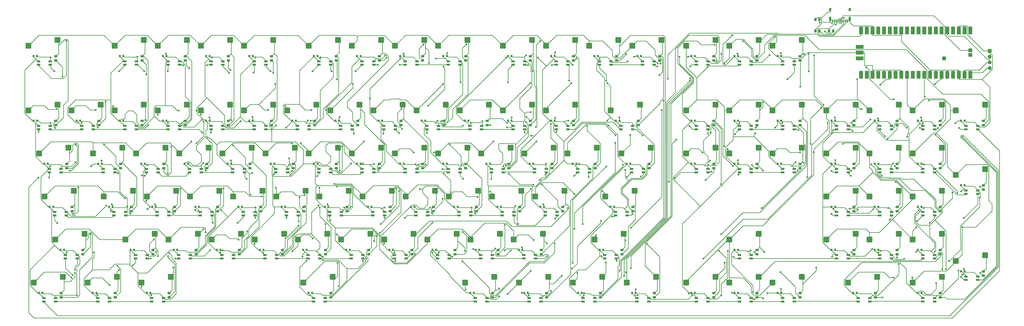
<source format=gbr>
%TF.GenerationSoftware,KiCad,Pcbnew,7.0.7*%
%TF.CreationDate,2024-02-20T17:11:51+02:00*%
%TF.ProjectId,keyboard,6b657962-6f61-4726-942e-6b696361645f,rev?*%
%TF.SameCoordinates,Original*%
%TF.FileFunction,Copper,L2,Bot*%
%TF.FilePolarity,Positive*%
%FSLAX46Y46*%
G04 Gerber Fmt 4.6, Leading zero omitted, Abs format (unit mm)*
G04 Created by KiCad (PCBNEW 7.0.7) date 2024-02-20 17:11:51*
%MOMM*%
%LPD*%
G01*
G04 APERTURE LIST*
G04 Aperture macros list*
%AMRoundRect*
0 Rectangle with rounded corners*
0 $1 Rounding radius*
0 $2 $3 $4 $5 $6 $7 $8 $9 X,Y pos of 4 corners*
0 Add a 4 corners polygon primitive as box body*
4,1,4,$2,$3,$4,$5,$6,$7,$8,$9,$2,$3,0*
0 Add four circle primitives for the rounded corners*
1,1,$1+$1,$2,$3*
1,1,$1+$1,$4,$5*
1,1,$1+$1,$6,$7*
1,1,$1+$1,$8,$9*
0 Add four rect primitives between the rounded corners*
20,1,$1+$1,$2,$3,$4,$5,0*
20,1,$1+$1,$4,$5,$6,$7,0*
20,1,$1+$1,$6,$7,$8,$9,0*
20,1,$1+$1,$8,$9,$2,$3,0*%
G04 Aperture macros list end*
%TA.AperFunction,SMDPad,CuDef*%
%ADD10RoundRect,0.082000X0.718000X-0.328000X0.718000X0.328000X-0.718000X0.328000X-0.718000X-0.328000X0*%
%TD*%
%TA.AperFunction,SMDPad,CuDef*%
%ADD11RoundRect,0.250000X-1.025000X-1.000000X1.025000X-1.000000X1.025000X1.000000X-1.025000X1.000000X0*%
%TD*%
%TA.AperFunction,ComponentPad*%
%ADD12R,1.700000X1.700000*%
%TD*%
%TA.AperFunction,ComponentPad*%
%ADD13O,1.700000X1.700000*%
%TD*%
%TA.AperFunction,SMDPad,CuDef*%
%ADD14RoundRect,0.225000X0.225000X0.250000X-0.225000X0.250000X-0.225000X-0.250000X0.225000X-0.250000X0*%
%TD*%
%TA.AperFunction,SMDPad,CuDef*%
%ADD15RoundRect,0.243750X-0.456250X0.243750X-0.456250X-0.243750X0.456250X-0.243750X0.456250X0.243750X0*%
%TD*%
%TA.AperFunction,SMDPad,CuDef*%
%ADD16RoundRect,0.250000X-0.262500X-0.450000X0.262500X-0.450000X0.262500X0.450000X-0.262500X0.450000X0*%
%TD*%
%TA.AperFunction,SMDPad,CuDef*%
%ADD17R,0.600000X1.450000*%
%TD*%
%TA.AperFunction,SMDPad,CuDef*%
%ADD18R,0.300000X1.450000*%
%TD*%
%TA.AperFunction,ComponentPad*%
%ADD19O,1.000000X1.600000*%
%TD*%
%TA.AperFunction,ComponentPad*%
%ADD20O,1.000000X2.100000*%
%TD*%
%TA.AperFunction,SMDPad,CuDef*%
%ADD21R,1.700000X3.500000*%
%TD*%
%TA.AperFunction,SMDPad,CuDef*%
%ADD22R,3.500000X1.700000*%
%TD*%
%TA.AperFunction,ComponentPad*%
%ADD23RoundRect,0.437500X0.437500X-0.437500X0.437500X0.437500X-0.437500X0.437500X-0.437500X-0.437500X0*%
%TD*%
%TA.AperFunction,SMDPad,CuDef*%
%ADD24RoundRect,0.243750X0.243750X0.456250X-0.243750X0.456250X-0.243750X-0.456250X0.243750X-0.456250X0*%
%TD*%
%TA.AperFunction,ViaPad*%
%ADD25C,0.800000*%
%TD*%
%TA.AperFunction,Conductor*%
%ADD26C,0.250000*%
%TD*%
G04 APERTURE END LIST*
D10*
%TO.P,L66,1,DOUT*%
%TO.N,Net-(L66-DOUT)*%
X184762500Y-107030000D03*
%TO.P,L66,2,GND*%
%TO.N,GND*%
X184762500Y-105530000D03*
%TO.P,L66,3,VDD*%
%TO.N,+5V*%
X179562500Y-105530000D03*
%TO.P,L66,4,DIN*%
%TO.N,Net-(L65-DOUT)*%
X179562500Y-107030000D03*
%TD*%
D11*
%TO.P,SW68,1*%
%TO.N,4*%
X213177500Y-98660000D03*
%TO.P,SW68,2*%
%TO.N,Net-(D68-K)*%
X226104500Y-96120000D03*
%TD*%
%TO.P,SW51,1*%
%TO.N,3*%
X289377500Y-79610000D03*
%TO.P,SW51,2*%
%TO.N,Net-(D51-K)*%
X302304500Y-77070000D03*
%TD*%
D10*
%TO.P,L63,1,DOUT*%
%TO.N,Net-(L63-DOUT)*%
X127612500Y-107030000D03*
%TO.P,L63,2,GND*%
%TO.N,GND*%
X127612500Y-105530000D03*
%TO.P,L63,3,VDD*%
%TO.N,+5V*%
X122412500Y-105530000D03*
%TO.P,L63,4,DIN*%
%TO.N,Net-(L62-DOUT)*%
X122412500Y-107030000D03*
%TD*%
D11*
%TO.P,SW53,1*%
%TO.N,7*%
X337002500Y-79610000D03*
%TO.P,SW53,2*%
%TO.N,Net-(D53-K)*%
X349929500Y-77070000D03*
%TD*%
%TO.P,SW72,1*%
%TO.N,8*%
X379865000Y-98660000D03*
%TO.P,SW72,2*%
%TO.N,Net-(D72-K)*%
X392792000Y-96120000D03*
%TD*%
D10*
%TO.P,L99,1,DOUT*%
%TO.N,Net-(L100-DIN)*%
X301443800Y-145130000D03*
%TO.P,L99,2,GND*%
%TO.N,GND*%
X301443800Y-143630000D03*
%TO.P,L99,3,VDD*%
%TO.N,+5V*%
X296243800Y-143630000D03*
%TO.P,L99,4,DIN*%
%TO.N,Net-(L98-DOUT)*%
X296243800Y-145130000D03*
%TD*%
%TO.P,L29,1,DOUT*%
%TO.N,Net-(L29-DOUT)*%
X265725000Y-68930000D03*
%TO.P,L29,2,GND*%
%TO.N,GND*%
X265725000Y-67430000D03*
%TO.P,L29,3,VDD*%
%TO.N,+5V*%
X260525000Y-67430000D03*
%TO.P,L29,4,DIN*%
%TO.N,Net-(L28-DOUT)*%
X260525000Y-68930000D03*
%TD*%
%TO.P,L76,1,DOUT*%
%TO.N,Net-(L76-DOUT)*%
X79987500Y-126080000D03*
%TO.P,L76,2,GND*%
%TO.N,GND*%
X79987500Y-124580000D03*
%TO.P,L76,3,VDD*%
%TO.N,+5V*%
X74787500Y-124580000D03*
%TO.P,L76,4,DIN*%
%TO.N,Net-(L75-DOUT)*%
X74787500Y-126080000D03*
%TD*%
D11*
%TO.P,SW31,1*%
%TO.N,7*%
X317952500Y-60560000D03*
%TO.P,SW31,2*%
%TO.N,Net-(D31-K)*%
X330879500Y-58020000D03*
%TD*%
D12*
%TO.P,J1,1,Pin_1*%
%TO.N,GND*%
X452000000Y-34200000D03*
D13*
%TO.P,J1,2,Pin_2*%
%TO.N,+3V3*%
X452000000Y-36740000D03*
%TO.P,J1,3,Pin_3*%
%TO.N,SCL*%
X452000000Y-39280000D03*
%TO.P,J1,4,Pin_4*%
%TO.N,SDA*%
X452000000Y-41820000D03*
%TD*%
D11*
%TO.P,SW1,1*%
%TO.N,1*%
X27440000Y-31985000D03*
%TO.P,SW1,2*%
%TO.N,Net-(D1-K)*%
X40367000Y-29445000D03*
%TD*%
D10*
%TO.P,L74,1,DOUT*%
%TO.N,Net-(L74-DOUT)*%
X427650000Y-107030000D03*
%TO.P,L74,2,GND*%
%TO.N,GND*%
X427650000Y-105530000D03*
%TO.P,L74,3,VDD*%
%TO.N,+5V*%
X422450000Y-105530000D03*
%TO.P,L74,4,DIN*%
%TO.N,Net-(L73-DOUT)*%
X422450000Y-107030000D03*
%TD*%
%TO.P,L83,1,DOUT*%
%TO.N,Net-(L83-DOUT)*%
X213337500Y-126080000D03*
%TO.P,L83,2,GND*%
%TO.N,GND*%
X213337500Y-124580000D03*
%TO.P,L83,3,VDD*%
%TO.N,+5V*%
X208137500Y-124580000D03*
%TO.P,L83,4,DIN*%
%TO.N,Net-(L82-DOUT)*%
X208137500Y-126080000D03*
%TD*%
D11*
%TO.P,SW10,1*%
%TO.N,1*%
X236990000Y-31985000D03*
%TO.P,SW10,2*%
%TO.N,Net-(D10-K)*%
X249917000Y-29445000D03*
%TD*%
%TO.P,SW19,1*%
%TO.N,2*%
X65540000Y-60560000D03*
%TO.P,SW19,2*%
%TO.N,Net-(D19-K)*%
X78467000Y-58020000D03*
%TD*%
D10*
%TO.P,L42,1,DOUT*%
%TO.N,Net-(L42-DOUT)*%
X122850000Y-87980000D03*
%TO.P,L42,2,GND*%
%TO.N,GND*%
X122850000Y-86480000D03*
%TO.P,L42,3,VDD*%
%TO.N,+5V*%
X117650000Y-86480000D03*
%TO.P,L42,4,DIN*%
%TO.N,Net-(L41-DOUT)*%
X117650000Y-87980000D03*
%TD*%
%TO.P,L33,1,DOUT*%
%TO.N,Net-(L33-DOUT)*%
X365737500Y-68930000D03*
%TO.P,L33,2,GND*%
%TO.N,GND*%
X365737500Y-67430000D03*
%TO.P,L33,3,VDD*%
%TO.N,+5V*%
X360537500Y-67430000D03*
%TO.P,L33,4,DIN*%
%TO.N,Net-(L32-DOUT)*%
X360537500Y-68930000D03*
%TD*%
%TO.P,L6,1,DOUT*%
%TO.N,Net-(L6-DOUT)*%
X160950000Y-40355000D03*
%TO.P,L6,2,GND*%
%TO.N,GND*%
X160950000Y-38855000D03*
%TO.P,L6,3,VDD*%
%TO.N,+5V*%
X155750000Y-38855000D03*
%TO.P,L6,4,DIN*%
%TO.N,Net-(L5-DOUT)*%
X155750000Y-40355000D03*
%TD*%
%TO.P,L43,1,DOUT*%
%TO.N,Net-(L43-DOUT)*%
X141900000Y-87980000D03*
%TO.P,L43,2,GND*%
%TO.N,GND*%
X141900000Y-86480000D03*
%TO.P,L43,3,VDD*%
%TO.N,+5V*%
X136700000Y-86480000D03*
%TO.P,L43,4,DIN*%
%TO.N,Net-(L42-DOUT)*%
X136700000Y-87980000D03*
%TD*%
%TO.P,L23,1,DOUT*%
%TO.N,Net-(L23-DOUT)*%
X151425000Y-68930000D03*
%TO.P,L23,2,GND*%
%TO.N,GND*%
X151425000Y-67430000D03*
%TO.P,L23,3,VDD*%
%TO.N,+5V*%
X146225000Y-67430000D03*
%TO.P,L23,4,DIN*%
%TO.N,Net-(L22-DOUT)*%
X146225000Y-68930000D03*
%TD*%
D11*
%TO.P,SW60,1*%
%TO.N,4*%
X60777500Y-98660000D03*
%TO.P,SW60,2*%
%TO.N,Net-(D60-K)*%
X73704500Y-96120000D03*
%TD*%
%TO.P,SW17,1*%
%TO.N,2*%
X27440000Y-60560000D03*
%TO.P,SW17,2*%
%TO.N,Net-(D17-K)*%
X40367000Y-58020000D03*
%TD*%
D10*
%TO.P,L54,1,DOUT*%
%TO.N,Net-(L54-DOUT)*%
X365737500Y-87980000D03*
%TO.P,L54,2,GND*%
%TO.N,GND*%
X365737500Y-86480000D03*
%TO.P,L54,3,VDD*%
%TO.N,+5V*%
X360537500Y-86480000D03*
%TO.P,L54,4,DIN*%
%TO.N,Net-(L53-DOUT)*%
X360537500Y-87980000D03*
%TD*%
D11*
%TO.P,SW74,1*%
%TO.N,8*%
X417965000Y-98660000D03*
%TO.P,SW74,2*%
%TO.N,Net-(D74-K)*%
X430892000Y-96120000D03*
%TD*%
D10*
%TO.P,L2,1,DOUT*%
%TO.N,Net-(L2-DOUT)*%
X75225000Y-40355000D03*
%TO.P,L2,2,GND*%
%TO.N,GND*%
X75225000Y-38855000D03*
%TO.P,L2,3,VDD*%
%TO.N,+5V*%
X70025000Y-38855000D03*
%TO.P,L2,4,DIN*%
%TO.N,Net-(L1-DOUT)*%
X70025000Y-40355000D03*
%TD*%
D11*
%TO.P,SW69,1*%
%TO.N,4*%
X232227500Y-98660000D03*
%TO.P,SW69,2*%
%TO.N,Net-(D69-K)*%
X245154500Y-96120000D03*
%TD*%
D10*
%TO.P,L61,1,DOUT*%
%TO.N,Net-(L61-DOUT)*%
X89512500Y-107030000D03*
%TO.P,L61,2,GND*%
%TO.N,GND*%
X89512500Y-105530000D03*
%TO.P,L61,3,VDD*%
%TO.N,+5V*%
X84312500Y-105530000D03*
%TO.P,L61,4,DIN*%
%TO.N,Net-(L60-DOUT)*%
X84312500Y-107030000D03*
%TD*%
D11*
%TO.P,SW87,1*%
%TO.N,7*%
X337002500Y-117710000D03*
%TO.P,SW87,2*%
%TO.N,Net-(D87-K)*%
X349929500Y-115170000D03*
%TD*%
%TO.P,SW96,1*%
%TO.N,6*%
X220321300Y-136760000D03*
%TO.P,SW96,2*%
%TO.N,Net-(D101-A)*%
X233248300Y-134220000D03*
%TD*%
D10*
%TO.P,L88,1,DOUT*%
%TO.N,Net-(L88-DOUT)*%
X389550000Y-126080000D03*
%TO.P,L88,2,GND*%
%TO.N,GND*%
X389550000Y-124580000D03*
%TO.P,L88,3,VDD*%
%TO.N,+5V*%
X384350000Y-124580000D03*
%TO.P,L88,4,DIN*%
%TO.N,Net-(L87-DOUT)*%
X384350000Y-126080000D03*
%TD*%
D11*
%TO.P,SW83,1*%
%TO.N,5*%
X203652500Y-117710000D03*
%TO.P,SW83,2*%
%TO.N,Net-(D83-K)*%
X216579500Y-115170000D03*
%TD*%
%TO.P,SW15,1*%
%TO.N,7*%
X337002500Y-31985000D03*
%TO.P,SW15,2*%
%TO.N,Net-(D15-K)*%
X349929500Y-29445000D03*
%TD*%
%TO.P,SW6,1*%
%TO.N,1*%
X151265000Y-31985000D03*
%TO.P,SW6,2*%
%TO.N,Net-(D23-A)*%
X164192000Y-29445000D03*
%TD*%
D10*
%TO.P,L81,1,DOUT*%
%TO.N,Net-(L81-DOUT)*%
X175237500Y-126080000D03*
%TO.P,L81,2,GND*%
%TO.N,GND*%
X175237500Y-124580000D03*
%TO.P,L81,3,VDD*%
%TO.N,+5V*%
X170037500Y-124580000D03*
%TO.P,L81,4,DIN*%
%TO.N,Net-(L80-DOUT)*%
X170037500Y-126080000D03*
%TD*%
%TO.P,L86,1,DOUT*%
%TO.N,Net-(L86-DOUT)*%
X287156300Y-126080000D03*
%TO.P,L86,2,GND*%
%TO.N,GND*%
X287156300Y-124580000D03*
%TO.P,L86,3,VDD*%
%TO.N,+5V*%
X281956300Y-124580000D03*
%TO.P,L86,4,DIN*%
%TO.N,Net-(L85-DOUT)*%
X281956300Y-126080000D03*
%TD*%
%TO.P,L64,1,DOUT*%
%TO.N,Net-(L64-DOUT)*%
X146662500Y-107030000D03*
%TO.P,L64,2,GND*%
%TO.N,GND*%
X146662500Y-105530000D03*
%TO.P,L64,3,VDD*%
%TO.N,+5V*%
X141462500Y-105530000D03*
%TO.P,L64,4,DIN*%
%TO.N,Net-(L63-DOUT)*%
X141462500Y-107030000D03*
%TD*%
D11*
%TO.P,SW76,1*%
%TO.N,5*%
X70302500Y-117710000D03*
%TO.P,SW76,2*%
%TO.N,Net-(D76-K)*%
X83229500Y-115170000D03*
%TD*%
%TO.P,SW67,1*%
%TO.N,4*%
X194127500Y-98660000D03*
%TO.P,SW67,2*%
%TO.N,Net-(D67-K)*%
X207054500Y-96120000D03*
%TD*%
%TO.P,SW35,1*%
%TO.N,7*%
X398915000Y-60560000D03*
%TO.P,SW35,2*%
%TO.N,Net-(D104-A)*%
X411842000Y-58020000D03*
%TD*%
%TO.P,SW78,1*%
%TO.N,5*%
X108402500Y-117710000D03*
%TO.P,SW78,2*%
%TO.N,Net-(D32-A)*%
X121329500Y-115170000D03*
%TD*%
D10*
%TO.P,L98,1,DOUT*%
%TO.N,Net-(L98-DOUT)*%
X277631300Y-145130000D03*
%TO.P,L98,2,GND*%
%TO.N,GND*%
X277631300Y-143630000D03*
%TO.P,L98,3,VDD*%
%TO.N,+5V*%
X272431300Y-143630000D03*
%TO.P,L98,4,DIN*%
%TO.N,Net-(L97-DOUT)*%
X272431300Y-145130000D03*
%TD*%
D11*
%TO.P,SW43,1*%
%TO.N,3*%
X132215000Y-79610000D03*
%TO.P,SW43,2*%
%TO.N,Net-(D43-K)*%
X145142000Y-77070000D03*
%TD*%
D10*
%TO.P,L91,1,DOUT*%
%TO.N,Net-(L91-DOUT)*%
X446700000Y-135605000D03*
%TO.P,L91,2,GND*%
%TO.N,GND*%
X446700000Y-134105000D03*
%TO.P,L91,3,VDD*%
%TO.N,+5V*%
X441500000Y-134105000D03*
%TO.P,L91,4,DIN*%
%TO.N,Net-(L90-DOUT)*%
X441500000Y-135605000D03*
%TD*%
%TO.P,L21,1,DOUT*%
%TO.N,Net-(L21-DOUT)*%
X113325000Y-68930000D03*
%TO.P,L21,2,GND*%
%TO.N,GND*%
X113325000Y-67430000D03*
%TO.P,L21,3,VDD*%
%TO.N,+5V*%
X108125000Y-67430000D03*
%TO.P,L21,4,DIN*%
%TO.N,Net-(L20-DOUT)*%
X108125000Y-68930000D03*
%TD*%
D11*
%TO.P,SW40,1*%
%TO.N,3*%
X75065000Y-79610000D03*
%TO.P,SW40,2*%
%TO.N,Net-(D40-K)*%
X87992000Y-77070000D03*
%TD*%
%TO.P,SW12,1*%
%TO.N,1*%
X275090000Y-31985000D03*
%TO.P,SW12,2*%
%TO.N,Net-(D12-K)*%
X288017000Y-29445000D03*
%TD*%
%TO.P,SW86,1*%
%TO.N,5*%
X277471300Y-117710000D03*
%TO.P,SW86,2*%
%TO.N,Net-(D86-K)*%
X290398300Y-115170000D03*
%TD*%
%TO.P,SW21,1*%
%TO.N,2*%
X103640000Y-60560000D03*
%TO.P,SW21,2*%
%TO.N,Net-(D21-K)*%
X116567000Y-58020000D03*
%TD*%
D10*
%TO.P,L95,1,DOUT*%
%TO.N,Net-(L95-DOUT)*%
X158568800Y-145130000D03*
%TO.P,L95,2,GND*%
%TO.N,GND*%
X158568800Y-143630000D03*
%TO.P,L95,3,VDD*%
%TO.N,+5V*%
X153368800Y-143630000D03*
%TO.P,L95,4,DIN*%
%TO.N,Net-(L94-DOUT)*%
X153368800Y-145130000D03*
%TD*%
%TO.P,L41,1,DOUT*%
%TO.N,Net-(L41-DOUT)*%
X103800000Y-87980000D03*
%TO.P,L41,2,GND*%
%TO.N,GND*%
X103800000Y-86480000D03*
%TO.P,L41,3,VDD*%
%TO.N,+5V*%
X98600000Y-86480000D03*
%TO.P,L41,4,DIN*%
%TO.N,Net-(L40-DOUT)*%
X98600000Y-87980000D03*
%TD*%
%TO.P,L65,1,DOUT*%
%TO.N,Net-(L65-DOUT)*%
X165712500Y-107030000D03*
%TO.P,L65,2,GND*%
%TO.N,GND*%
X165712500Y-105530000D03*
%TO.P,L65,3,VDD*%
%TO.N,+5V*%
X160512500Y-105530000D03*
%TO.P,L65,4,DIN*%
%TO.N,Net-(L64-DOUT)*%
X160512500Y-107030000D03*
%TD*%
%TO.P,L20,1,DOUT*%
%TO.N,Net-(L20-DOUT)*%
X94275000Y-68930000D03*
%TO.P,L20,2,GND*%
%TO.N,GND*%
X94275000Y-67430000D03*
%TO.P,L20,3,VDD*%
%TO.N,+5V*%
X89075000Y-67430000D03*
%TO.P,L20,4,DIN*%
%TO.N,Net-(L19-DOUT)*%
X89075000Y-68930000D03*
%TD*%
%TO.P,L1,1,DOUT*%
%TO.N,Net-(L1-DOUT)*%
X37125000Y-40355000D03*
%TO.P,L1,2,GND*%
%TO.N,GND*%
X37125000Y-38855000D03*
%TO.P,L1,3,VDD*%
%TO.N,+5V*%
X31925000Y-38855000D03*
%TO.P,L1,4,DIN*%
%TO.N,LED*%
X31925000Y-40355000D03*
%TD*%
%TO.P,L18,1,DOUT*%
%TO.N,Net-(L18-DOUT)*%
X56175000Y-68930000D03*
%TO.P,L18,2,GND*%
%TO.N,GND*%
X56175000Y-67430000D03*
%TO.P,L18,3,VDD*%
%TO.N,+5V*%
X50975000Y-67430000D03*
%TO.P,L18,4,DIN*%
%TO.N,Net-(L17-DOUT)*%
X50975000Y-68930000D03*
%TD*%
D11*
%TO.P,SW29,1*%
%TO.N,2*%
X256040000Y-60560000D03*
%TO.P,SW29,2*%
%TO.N,Net-(D29-K)*%
X268967000Y-58020000D03*
%TD*%
%TO.P,SW7,1*%
%TO.N,1*%
X170315000Y-31985000D03*
%TO.P,SW7,2*%
%TO.N,Net-(D24-A)*%
X183242000Y-29445000D03*
%TD*%
%TO.P,SW32,1*%
%TO.N,7*%
X337002500Y-60560000D03*
%TO.P,SW32,2*%
%TO.N,Net-(D32-K)*%
X349929500Y-58020000D03*
%TD*%
%TO.P,SW91,1*%
%TO.N,8*%
X437015000Y-127235000D03*
%TO.P,SW91,2*%
%TO.N,Net-(D91-K)*%
X449942000Y-124695000D03*
%TD*%
D10*
%TO.P,L79,1,DOUT*%
%TO.N,Net-(L79-DOUT)*%
X137137500Y-126080000D03*
%TO.P,L79,2,GND*%
%TO.N,GND*%
X137137500Y-124580000D03*
%TO.P,L79,3,VDD*%
%TO.N,+5V*%
X131937500Y-124580000D03*
%TO.P,L79,4,DIN*%
%TO.N,Net-(L78-DOUT)*%
X131937500Y-126080000D03*
%TD*%
D11*
%TO.P,SW37,1*%
%TO.N,8*%
X437015000Y-60560000D03*
%TO.P,SW37,2*%
%TO.N,Net-(D37-K)*%
X449942000Y-58020000D03*
%TD*%
%TO.P,SW84,1*%
%TO.N,5*%
X222702500Y-117710000D03*
%TO.P,SW84,2*%
%TO.N,Net-(D100-A)*%
X235629500Y-115170000D03*
%TD*%
D10*
%TO.P,L51,1,DOUT*%
%TO.N,Net-(L51-DOUT)*%
X299062500Y-87980000D03*
%TO.P,L51,2,GND*%
%TO.N,GND*%
X299062500Y-86480000D03*
%TO.P,L51,3,VDD*%
%TO.N,+5V*%
X293862500Y-86480000D03*
%TO.P,L51,4,DIN*%
%TO.N,Net-(L50-DOUT)*%
X293862500Y-87980000D03*
%TD*%
D11*
%TO.P,SW85,1*%
%TO.N,5*%
X241752500Y-117710000D03*
%TO.P,SW85,2*%
%TO.N,Net-(D85-K)*%
X254679500Y-115170000D03*
%TD*%
D10*
%TO.P,L7,1,DOUT*%
%TO.N,Net-(L7-DOUT)*%
X180000000Y-40355000D03*
%TO.P,L7,2,GND*%
%TO.N,GND*%
X180000000Y-38855000D03*
%TO.P,L7,3,VDD*%
%TO.N,+5V*%
X174800000Y-38855000D03*
%TO.P,L7,4,DIN*%
%TO.N,Net-(L6-DOUT)*%
X174800000Y-40355000D03*
%TD*%
%TO.P,L101,1,DOUT*%
%TO.N,Net-(L101-DOUT)*%
X346687500Y-145130000D03*
%TO.P,L101,2,GND*%
%TO.N,GND*%
X346687500Y-143630000D03*
%TO.P,L101,3,VDD*%
%TO.N,+5V*%
X341487500Y-143630000D03*
%TO.P,L101,4,DIN*%
%TO.N,Net-(L100-DOUT)*%
X341487500Y-145130000D03*
%TD*%
D11*
%TO.P,SW22,1*%
%TO.N,2*%
X122690000Y-60560000D03*
%TO.P,SW22,2*%
%TO.N,Net-(D22-K)*%
X135617000Y-58020000D03*
%TD*%
%TO.P,SW38,1*%
%TO.N,3*%
X32202500Y-79610000D03*
%TO.P,SW38,2*%
%TO.N,Net-(D38-K)*%
X45129500Y-77070000D03*
%TD*%
%TO.P,SW61,1*%
%TO.N,4*%
X79827500Y-98660000D03*
%TO.P,SW61,2*%
%TO.N,Net-(D61-K)*%
X92754500Y-96120000D03*
%TD*%
%TO.P,SW54,1*%
%TO.N,7*%
X356052500Y-79610000D03*
%TO.P,SW54,2*%
%TO.N,Net-(D54-K)*%
X368979500Y-77070000D03*
%TD*%
D10*
%TO.P,L40,1,DOUT*%
%TO.N,Net-(L40-DOUT)*%
X84750000Y-87980000D03*
%TO.P,L40,2,GND*%
%TO.N,GND*%
X84750000Y-86480000D03*
%TO.P,L40,3,VDD*%
%TO.N,+5V*%
X79550000Y-86480000D03*
%TO.P,L40,4,DIN*%
%TO.N,Net-(L39-DOUT)*%
X79550000Y-87980000D03*
%TD*%
D11*
%TO.P,SW28,1*%
%TO.N,2*%
X236990000Y-60560000D03*
%TO.P,SW28,2*%
%TO.N,Net-(D28-K)*%
X249917000Y-58020000D03*
%TD*%
D10*
%TO.P,L62,1,DOUT*%
%TO.N,Net-(L62-DOUT)*%
X108562500Y-107030000D03*
%TO.P,L62,2,GND*%
%TO.N,GND*%
X108562500Y-105530000D03*
%TO.P,L62,3,VDD*%
%TO.N,+5V*%
X103362500Y-105530000D03*
%TO.P,L62,4,DIN*%
%TO.N,Net-(L61-DOUT)*%
X103362500Y-107030000D03*
%TD*%
%TO.P,L45,1,DOUT*%
%TO.N,Net-(L45-DOUT)*%
X180000000Y-87980000D03*
%TO.P,L45,2,GND*%
%TO.N,GND*%
X180000000Y-86480000D03*
%TO.P,L45,3,VDD*%
%TO.N,+5V*%
X174800000Y-86480000D03*
%TO.P,L45,4,DIN*%
%TO.N,Net-(L44-DOUT)*%
X174800000Y-87980000D03*
%TD*%
%TO.P,L70,1,DOUT*%
%TO.N,Net-(L70-DOUT)*%
X260962500Y-107030000D03*
%TO.P,L70,2,GND*%
%TO.N,GND*%
X260962500Y-105530000D03*
%TO.P,L70,3,VDD*%
%TO.N,+5V*%
X255762500Y-105530000D03*
%TO.P,L70,4,DIN*%
%TO.N,Net-(L69-DOUT)*%
X255762500Y-107030000D03*
%TD*%
D11*
%TO.P,SW65,1*%
%TO.N,4*%
X156027500Y-98660000D03*
%TO.P,SW65,2*%
%TO.N,Net-(D65-K)*%
X168954500Y-96120000D03*
%TD*%
%TO.P,SW59,1*%
%TO.N,4*%
X34583800Y-98660000D03*
%TO.P,SW59,2*%
%TO.N,Net-(D59-K)*%
X47510800Y-96120000D03*
%TD*%
D10*
%TO.P,L12,1,DOUT*%
%TO.N,Net-(L12-DOUT)*%
X284775000Y-40355000D03*
%TO.P,L12,2,GND*%
%TO.N,GND*%
X284775000Y-38855000D03*
%TO.P,L12,3,VDD*%
%TO.N,+5V*%
X279575000Y-38855000D03*
%TO.P,L12,4,DIN*%
%TO.N,Net-(L11-DOUT)*%
X279575000Y-40355000D03*
%TD*%
%TO.P,L25,1,DOUT*%
%TO.N,Net-(L25-DOUT)*%
X189525000Y-68930000D03*
%TO.P,L25,2,GND*%
%TO.N,GND*%
X189525000Y-67430000D03*
%TO.P,L25,3,VDD*%
%TO.N,+5V*%
X184325000Y-67430000D03*
%TO.P,L25,4,DIN*%
%TO.N,Net-(L24-DOUT)*%
X184325000Y-68930000D03*
%TD*%
D11*
%TO.P,SW55,1*%
%TO.N,8*%
X379865000Y-79610000D03*
%TO.P,SW55,2*%
%TO.N,Net-(D55-K)*%
X392792000Y-77070000D03*
%TD*%
%TO.P,SW64,1*%
%TO.N,4*%
X136977500Y-98660000D03*
%TO.P,SW64,2*%
%TO.N,Net-(D64-K)*%
X149904500Y-96120000D03*
%TD*%
%TO.P,SW30,1*%
%TO.N,2*%
X284615000Y-60560000D03*
%TO.P,SW30,2*%
%TO.N,Net-(D30-K)*%
X297542000Y-58020000D03*
%TD*%
D10*
%TO.P,L55,1,DOUT*%
%TO.N,Net-(L55-DOUT)*%
X389550000Y-87980000D03*
%TO.P,L55,2,GND*%
%TO.N,GND*%
X389550000Y-86480000D03*
%TO.P,L55,3,VDD*%
%TO.N,+5V*%
X384350000Y-86480000D03*
%TO.P,L55,4,DIN*%
%TO.N,Net-(L54-DOUT)*%
X384350000Y-87980000D03*
%TD*%
%TO.P,L80,1,DOUT*%
%TO.N,Net-(L80-DOUT)*%
X156187500Y-126080000D03*
%TO.P,L80,2,GND*%
%TO.N,GND*%
X156187500Y-124580000D03*
%TO.P,L80,3,VDD*%
%TO.N,+5V*%
X150987500Y-124580000D03*
%TO.P,L80,4,DIN*%
%TO.N,Net-(L79-DOUT)*%
X150987500Y-126080000D03*
%TD*%
D11*
%TO.P,SW99,1*%
%TO.N,6*%
X291758800Y-136760000D03*
%TO.P,SW99,2*%
%TO.N,Net-(D35-A)*%
X304685800Y-134220000D03*
%TD*%
D10*
%TO.P,L103,1,DOUT*%
%TO.N,Net-(L103-DOUT)*%
X399075000Y-145130000D03*
%TO.P,L103,2,GND*%
%TO.N,GND*%
X399075000Y-143630000D03*
%TO.P,L103,3,VDD*%
%TO.N,+5V*%
X393875000Y-143630000D03*
%TO.P,L103,4,DIN*%
%TO.N,Net-(L102-DOUT)*%
X393875000Y-145130000D03*
%TD*%
D11*
%TO.P,SW75,1*%
%TO.N,5*%
X39346300Y-117710000D03*
%TO.P,SW75,2*%
%TO.N,Net-(D75-K)*%
X52273300Y-115170000D03*
%TD*%
D10*
%TO.P,L37,1,DOUT*%
%TO.N,Net-(L37-DOUT)*%
X446700000Y-68930000D03*
%TO.P,L37,2,GND*%
%TO.N,GND*%
X446700000Y-67430000D03*
%TO.P,L37,3,VDD*%
%TO.N,+5V*%
X441500000Y-67430000D03*
%TO.P,L37,4,DIN*%
%TO.N,Net-(L36-DOUT)*%
X441500000Y-68930000D03*
%TD*%
D11*
%TO.P,SW8,1*%
%TO.N,1*%
X189365000Y-31985000D03*
%TO.P,SW8,2*%
%TO.N,Net-(D25-A)*%
X202292000Y-29445000D03*
%TD*%
D10*
%TO.P,L38,1,DOUT*%
%TO.N,Net-(L38-DOUT)*%
X41887500Y-87980000D03*
%TO.P,L38,2,GND*%
%TO.N,GND*%
X41887500Y-86480000D03*
%TO.P,L38,3,VDD*%
%TO.N,+5V*%
X36687500Y-86480000D03*
%TO.P,L38,4,DIN*%
%TO.N,Net-(L37-DOUT)*%
X36687500Y-87980000D03*
%TD*%
D11*
%TO.P,SW26,1*%
%TO.N,2*%
X198890000Y-60560000D03*
%TO.P,SW26,2*%
%TO.N,Net-(D26-K)*%
X211817000Y-58020000D03*
%TD*%
%TO.P,SW70,1*%
%TO.N,4*%
X251277500Y-98660000D03*
%TO.P,SW70,2*%
%TO.N,Net-(D70-K)*%
X264204500Y-96120000D03*
%TD*%
D10*
%TO.P,L67,1,DOUT*%
%TO.N,Net-(L67-DOUT)*%
X203812500Y-107030000D03*
%TO.P,L67,2,GND*%
%TO.N,GND*%
X203812500Y-105530000D03*
%TO.P,L67,3,VDD*%
%TO.N,+5V*%
X198612500Y-105530000D03*
%TO.P,L67,4,DIN*%
%TO.N,Net-(L66-DOUT)*%
X198612500Y-107030000D03*
%TD*%
%TO.P,L97,1,DOUT*%
%TO.N,Net-(L97-DOUT)*%
X253818800Y-145130000D03*
%TO.P,L97,2,GND*%
%TO.N,GND*%
X253818800Y-143630000D03*
%TO.P,L97,3,VDD*%
%TO.N,+5V*%
X248618800Y-143630000D03*
%TO.P,L97,4,DIN*%
%TO.N,Net-(L96-DOUT)*%
X248618800Y-145130000D03*
%TD*%
%TO.P,L46,1,DOUT*%
%TO.N,Net-(L46-DOUT)*%
X199050000Y-87980000D03*
%TO.P,L46,2,GND*%
%TO.N,GND*%
X199050000Y-86480000D03*
%TO.P,L46,3,VDD*%
%TO.N,+5V*%
X193850000Y-86480000D03*
%TO.P,L46,4,DIN*%
%TO.N,Net-(L45-DOUT)*%
X193850000Y-87980000D03*
%TD*%
%TO.P,L77,1,DOUT*%
%TO.N,Net-(L77-DOUT)*%
X99037500Y-126080000D03*
%TO.P,L77,2,GND*%
%TO.N,GND*%
X99037500Y-124580000D03*
%TO.P,L77,3,VDD*%
%TO.N,+5V*%
X93837500Y-124580000D03*
%TO.P,L77,4,DIN*%
%TO.N,Net-(L76-DOUT)*%
X93837500Y-126080000D03*
%TD*%
%TO.P,L27,1,DOUT*%
%TO.N,Net-(L27-DOUT)*%
X227625000Y-68930000D03*
%TO.P,L27,2,GND*%
%TO.N,GND*%
X227625000Y-67430000D03*
%TO.P,L27,3,VDD*%
%TO.N,+5V*%
X222425000Y-67430000D03*
%TO.P,L27,4,DIN*%
%TO.N,Net-(L26-DOUT)*%
X222425000Y-68930000D03*
%TD*%
D11*
%TO.P,SW104,1*%
%TO.N,8*%
X417965000Y-136760000D03*
%TO.P,SW104,2*%
%TO.N,Net-(D104-K)*%
X430892000Y-134220000D03*
%TD*%
D10*
%TO.P,L36,1,DOUT*%
%TO.N,Net-(L36-DOUT)*%
X427650000Y-68930000D03*
%TO.P,L36,2,GND*%
%TO.N,GND*%
X427650000Y-67430000D03*
%TO.P,L36,3,VDD*%
%TO.N,+5V*%
X422450000Y-67430000D03*
%TO.P,L36,4,DIN*%
%TO.N,Net-(L35-DOUT)*%
X422450000Y-68930000D03*
%TD*%
%TO.P,L89,1,DOUT*%
%TO.N,Net-(L89-DOUT)*%
X408600000Y-126080000D03*
%TO.P,L89,2,GND*%
%TO.N,GND*%
X408600000Y-124580000D03*
%TO.P,L89,3,VDD*%
%TO.N,+5V*%
X403400000Y-124580000D03*
%TO.P,L89,4,DIN*%
%TO.N,Net-(L88-DOUT)*%
X403400000Y-126080000D03*
%TD*%
%TO.P,L39,1,DOUT*%
%TO.N,Net-(L39-DOUT)*%
X65700000Y-87980000D03*
%TO.P,L39,2,GND*%
%TO.N,GND*%
X65700000Y-86480000D03*
%TO.P,L39,3,VDD*%
%TO.N,+5V*%
X60500000Y-86480000D03*
%TO.P,L39,4,DIN*%
%TO.N,Net-(L38-DOUT)*%
X60500000Y-87980000D03*
%TD*%
D11*
%TO.P,SW46,1*%
%TO.N,3*%
X189365000Y-79610000D03*
%TO.P,SW46,2*%
%TO.N,Net-(D46-K)*%
X202292000Y-77070000D03*
%TD*%
D10*
%TO.P,L15,1,DOUT*%
%TO.N,Net-(L15-DOUT)*%
X346687500Y-40355000D03*
%TO.P,L15,2,GND*%
%TO.N,GND*%
X346687500Y-38855000D03*
%TO.P,L15,3,VDD*%
%TO.N,+5V*%
X341487500Y-38855000D03*
%TO.P,L15,4,DIN*%
%TO.N,Net-(L14-DOUT)*%
X341487500Y-40355000D03*
%TD*%
%TO.P,L19,1,DOUT*%
%TO.N,Net-(L19-DOUT)*%
X75225000Y-68930000D03*
%TO.P,L19,2,GND*%
%TO.N,GND*%
X75225000Y-67430000D03*
%TO.P,L19,3,VDD*%
%TO.N,+5V*%
X70025000Y-67430000D03*
%TO.P,L19,4,DIN*%
%TO.N,Net-(L18-DOUT)*%
X70025000Y-68930000D03*
%TD*%
D11*
%TO.P,SW33,1*%
%TO.N,7*%
X356052500Y-60560000D03*
%TO.P,SW33,2*%
%TO.N,Net-(D33-K)*%
X368979500Y-58020000D03*
%TD*%
%TO.P,SW103,1*%
%TO.N,8*%
X389390000Y-136760000D03*
%TO.P,SW103,2*%
%TO.N,Net-(D103-K)*%
X402317000Y-134220000D03*
%TD*%
%TO.P,SW44,1*%
%TO.N,3*%
X151265000Y-79610000D03*
%TO.P,SW44,2*%
%TO.N,Net-(D44-K)*%
X164192000Y-77070000D03*
%TD*%
D10*
%TO.P,L14,1,DOUT*%
%TO.N,Net-(L14-DOUT)*%
X327637500Y-40355000D03*
%TO.P,L14,2,GND*%
%TO.N,GND*%
X327637500Y-38855000D03*
%TO.P,L14,3,VDD*%
%TO.N,+5V*%
X322437500Y-38855000D03*
%TO.P,L14,4,DIN*%
%TO.N,Net-(L13-DOUT)*%
X322437500Y-40355000D03*
%TD*%
D11*
%TO.P,SW101,1*%
%TO.N,7*%
X337002500Y-136760000D03*
%TO.P,SW101,2*%
%TO.N,Net-(D101-K)*%
X349929500Y-134220000D03*
%TD*%
D10*
%TO.P,L50,1,DOUT*%
%TO.N,Net-(L50-DOUT)*%
X275250000Y-87980000D03*
%TO.P,L50,2,GND*%
%TO.N,GND*%
X275250000Y-86480000D03*
%TO.P,L50,3,VDD*%
%TO.N,+5V*%
X270050000Y-86480000D03*
%TO.P,L50,4,DIN*%
%TO.N,Net-(L49-DOUT)*%
X270050000Y-87980000D03*
%TD*%
%TO.P,L26,1,DOUT*%
%TO.N,Net-(L26-DOUT)*%
X208575000Y-68930000D03*
%TO.P,L26,2,GND*%
%TO.N,GND*%
X208575000Y-67430000D03*
%TO.P,L26,3,VDD*%
%TO.N,+5V*%
X203375000Y-67430000D03*
%TO.P,L26,4,DIN*%
%TO.N,Net-(L25-DOUT)*%
X203375000Y-68930000D03*
%TD*%
%TO.P,L69,1,DOUT*%
%TO.N,Net-(L69-DOUT)*%
X241912500Y-107030000D03*
%TO.P,L69,2,GND*%
%TO.N,GND*%
X241912500Y-105530000D03*
%TO.P,L69,3,VDD*%
%TO.N,+5V*%
X236712500Y-105530000D03*
%TO.P,L69,4,DIN*%
%TO.N,Net-(L68-DOUT)*%
X236712500Y-107030000D03*
%TD*%
D11*
%TO.P,SW100,1*%
%TO.N,7*%
X317952500Y-136760000D03*
%TO.P,SW100,2*%
%TO.N,Net-(D100-K)*%
X330879500Y-134220000D03*
%TD*%
D10*
%TO.P,L9,1,DOUT*%
%TO.N,Net-(L10-DIN)*%
X218100000Y-40355000D03*
%TO.P,L9,2,GND*%
%TO.N,GND*%
X218100000Y-38855000D03*
%TO.P,L9,3,VDD*%
%TO.N,+5V*%
X212900000Y-38855000D03*
%TO.P,L9,4,DIN*%
%TO.N,Net-(L8-DOUT)*%
X212900000Y-40355000D03*
%TD*%
%TO.P,L31,1,DOUT*%
%TO.N,Net-(L31-DOUT)*%
X327637500Y-68930000D03*
%TO.P,L31,2,GND*%
%TO.N,GND*%
X327637500Y-67430000D03*
%TO.P,L31,3,VDD*%
%TO.N,+5V*%
X322437500Y-67430000D03*
%TO.P,L31,4,DIN*%
%TO.N,Net-(L30-DOUT)*%
X322437500Y-68930000D03*
%TD*%
D11*
%TO.P,SW66,1*%
%TO.N,4*%
X175077500Y-98660000D03*
%TO.P,SW66,2*%
%TO.N,Net-(D66-K)*%
X188004500Y-96120000D03*
%TD*%
D10*
%TO.P,L84,1,DOUT*%
%TO.N,Net-(L84-DOUT)*%
X232387500Y-126080000D03*
%TO.P,L84,2,GND*%
%TO.N,GND*%
X232387500Y-124580000D03*
%TO.P,L84,3,VDD*%
%TO.N,+5V*%
X227187500Y-124580000D03*
%TO.P,L84,4,DIN*%
%TO.N,Net-(L83-DOUT)*%
X227187500Y-126080000D03*
%TD*%
%TO.P,L4,1,DOUT*%
%TO.N,Net-(L4-DOUT)*%
X113325000Y-40355000D03*
%TO.P,L4,2,GND*%
%TO.N,GND*%
X113325000Y-38855000D03*
%TO.P,L4,3,VDD*%
%TO.N,+5V*%
X108125000Y-38855000D03*
%TO.P,L4,4,DIN*%
%TO.N,Net-(L3-DOUT)*%
X108125000Y-40355000D03*
%TD*%
%TO.P,L10,1,DOUT*%
%TO.N,Net-(L10-DOUT)*%
X246675000Y-40355000D03*
%TO.P,L10,2,GND*%
%TO.N,GND*%
X246675000Y-38855000D03*
%TO.P,L10,3,VDD*%
%TO.N,+5V*%
X241475000Y-38855000D03*
%TO.P,L10,4,DIN*%
%TO.N,Net-(L10-DIN)*%
X241475000Y-40355000D03*
%TD*%
D11*
%TO.P,SW58,1*%
%TO.N,8*%
X437015000Y-89135000D03*
%TO.P,SW58,2*%
%TO.N,Net-(D58-K)*%
X449942000Y-86595000D03*
%TD*%
D10*
%TO.P,L93,1,DOUT*%
%TO.N,Net-(L93-DOUT)*%
X63318800Y-145130000D03*
%TO.P,L93,2,GND*%
%TO.N,GND*%
X63318800Y-143630000D03*
%TO.P,L93,3,VDD*%
%TO.N,+5V*%
X58118800Y-143630000D03*
%TO.P,L93,4,DIN*%
%TO.N,Net-(L92-DOUT)*%
X58118800Y-145130000D03*
%TD*%
D11*
%TO.P,SW5,1*%
%TO.N,1*%
X122690000Y-31985000D03*
%TO.P,SW5,2*%
%TO.N,Net-(D22-A)*%
X135617000Y-29445000D03*
%TD*%
D10*
%TO.P,L16,1,DOUT*%
%TO.N,Net-(L16-DOUT)*%
X365737500Y-40355000D03*
%TO.P,L16,2,GND*%
%TO.N,GND*%
X365737500Y-38855000D03*
%TO.P,L16,3,VDD*%
%TO.N,+5V*%
X360537500Y-38855000D03*
%TO.P,L16,4,DIN*%
%TO.N,Net-(L15-DOUT)*%
X360537500Y-40355000D03*
%TD*%
D11*
%TO.P,SW48,1*%
%TO.N,3*%
X227465000Y-79610000D03*
%TO.P,SW48,2*%
%TO.N,Net-(D48-K)*%
X240392000Y-77070000D03*
%TD*%
D10*
%TO.P,L30,1,DOUT*%
%TO.N,Net-(L30-DOUT)*%
X294300000Y-68930000D03*
%TO.P,L30,2,GND*%
%TO.N,GND*%
X294300000Y-67430000D03*
%TO.P,L30,3,VDD*%
%TO.N,+5V*%
X289100000Y-67430000D03*
%TO.P,L30,4,DIN*%
%TO.N,Net-(L29-DOUT)*%
X289100000Y-68930000D03*
%TD*%
%TO.P,L78,1,DOUT*%
%TO.N,Net-(L78-DOUT)*%
X118087500Y-126080000D03*
%TO.P,L78,2,GND*%
%TO.N,GND*%
X118087500Y-124580000D03*
%TO.P,L78,3,VDD*%
%TO.N,+5V*%
X112887500Y-124580000D03*
%TO.P,L78,4,DIN*%
%TO.N,Net-(L77-DOUT)*%
X112887500Y-126080000D03*
%TD*%
%TO.P,L96,1,DOUT*%
%TO.N,Net-(L96-DOUT)*%
X230006300Y-145130000D03*
%TO.P,L96,2,GND*%
%TO.N,GND*%
X230006300Y-143630000D03*
%TO.P,L96,3,VDD*%
%TO.N,+5V*%
X224806300Y-143630000D03*
%TO.P,L96,4,DIN*%
%TO.N,Net-(L95-DOUT)*%
X224806300Y-145130000D03*
%TD*%
%TO.P,L56,1,DOUT*%
%TO.N,Net-(L56-DOUT)*%
X408600000Y-87980000D03*
%TO.P,L56,2,GND*%
%TO.N,GND*%
X408600000Y-86480000D03*
%TO.P,L56,3,VDD*%
%TO.N,+5V*%
X403400000Y-86480000D03*
%TO.P,L56,4,DIN*%
%TO.N,Net-(L55-DOUT)*%
X403400000Y-87980000D03*
%TD*%
D11*
%TO.P,SW39,1*%
%TO.N,3*%
X56015000Y-79610000D03*
%TO.P,SW39,2*%
%TO.N,Net-(D39-K)*%
X68942000Y-77070000D03*
%TD*%
%TO.P,SW77,1*%
%TO.N,5*%
X89352500Y-117710000D03*
%TO.P,SW77,2*%
%TO.N,Net-(D31-A)*%
X102279500Y-115170000D03*
%TD*%
D10*
%TO.P,L102,1,DOUT*%
%TO.N,Net-(L102-DOUT)*%
X365737500Y-145130000D03*
%TO.P,L102,2,GND*%
%TO.N,GND*%
X365737500Y-143630000D03*
%TO.P,L102,3,VDD*%
%TO.N,+5V*%
X360537500Y-143630000D03*
%TO.P,L102,4,DIN*%
%TO.N,Net-(L101-DOUT)*%
X360537500Y-145130000D03*
%TD*%
%TO.P,L71,1,DOUT*%
%TO.N,Net-(L71-DOUT)*%
X291918800Y-107030000D03*
%TO.P,L71,2,GND*%
%TO.N,GND*%
X291918800Y-105530000D03*
%TO.P,L71,3,VDD*%
%TO.N,+5V*%
X286718800Y-105530000D03*
%TO.P,L71,4,DIN*%
%TO.N,Net-(L70-DOUT)*%
X286718800Y-107030000D03*
%TD*%
D11*
%TO.P,SW73,1*%
%TO.N,8*%
X398915000Y-98660000D03*
%TO.P,SW73,2*%
%TO.N,Net-(D73-K)*%
X411842000Y-96120000D03*
%TD*%
%TO.P,SW95,1*%
%TO.N,6*%
X148883800Y-136760000D03*
%TO.P,SW95,2*%
%TO.N,Net-(D53-A)*%
X161810800Y-134220000D03*
%TD*%
%TO.P,SW79,1*%
%TO.N,5*%
X127452500Y-117710000D03*
%TO.P,SW79,2*%
%TO.N,Net-(D33-A)*%
X140379500Y-115170000D03*
%TD*%
D10*
%TO.P,L32,1,DOUT*%
%TO.N,Net-(L32-DOUT)*%
X346687500Y-68930000D03*
%TO.P,L32,2,GND*%
%TO.N,GND*%
X346687500Y-67430000D03*
%TO.P,L32,3,VDD*%
%TO.N,+5V*%
X341487500Y-67430000D03*
%TO.P,L32,4,DIN*%
%TO.N,Net-(L31-DOUT)*%
X341487500Y-68930000D03*
%TD*%
D11*
%TO.P,SW93,1*%
%TO.N,6*%
X53633800Y-136760000D03*
%TO.P,SW93,2*%
%TO.N,Net-(D15-A)*%
X66560800Y-134220000D03*
%TD*%
%TO.P,SW62,1*%
%TO.N,4*%
X98877500Y-98660000D03*
%TO.P,SW62,2*%
%TO.N,Net-(D62-K)*%
X111804500Y-96120000D03*
%TD*%
%TO.P,SW88,1*%
%TO.N,8*%
X379865000Y-117710000D03*
%TO.P,SW88,2*%
%TO.N,Net-(D88-K)*%
X392792000Y-115170000D03*
%TD*%
%TO.P,SW82,1*%
%TO.N,5*%
X184602500Y-117710000D03*
%TO.P,SW82,2*%
%TO.N,Net-(D54-A)*%
X197529500Y-115170000D03*
%TD*%
D10*
%TO.P,L28,1,DOUT*%
%TO.N,Net-(L28-DOUT)*%
X246675000Y-68930000D03*
%TO.P,L28,2,GND*%
%TO.N,GND*%
X246675000Y-67430000D03*
%TO.P,L28,3,VDD*%
%TO.N,+5V*%
X241475000Y-67430000D03*
%TO.P,L28,4,DIN*%
%TO.N,Net-(L27-DOUT)*%
X241475000Y-68930000D03*
%TD*%
D11*
%TO.P,SW25,1*%
%TO.N,2*%
X179840000Y-60560000D03*
%TO.P,SW25,2*%
%TO.N,Net-(D25-K)*%
X192767000Y-58020000D03*
%TD*%
D10*
%TO.P,L48,1,DOUT*%
%TO.N,Net-(L48-DOUT)*%
X237150000Y-87980000D03*
%TO.P,L48,2,GND*%
%TO.N,GND*%
X237150000Y-86480000D03*
%TO.P,L48,3,VDD*%
%TO.N,+5V*%
X231950000Y-86480000D03*
%TO.P,L48,4,DIN*%
%TO.N,Net-(L47-DOUT)*%
X231950000Y-87980000D03*
%TD*%
D11*
%TO.P,SW41,1*%
%TO.N,3*%
X94115000Y-79610000D03*
%TO.P,SW41,2*%
%TO.N,Net-(D41-K)*%
X107042000Y-77070000D03*
%TD*%
D10*
%TO.P,L35,1,DOUT*%
%TO.N,Net-(L35-DOUT)*%
X408600000Y-68930000D03*
%TO.P,L35,2,GND*%
%TO.N,GND*%
X408600000Y-67430000D03*
%TO.P,L35,3,VDD*%
%TO.N,+5V*%
X403400000Y-67430000D03*
%TO.P,L35,4,DIN*%
%TO.N,Net-(L34-DOUT)*%
X403400000Y-68930000D03*
%TD*%
%TO.P,L94,1,DOUT*%
%TO.N,Net-(L94-DOUT)*%
X87131300Y-145130000D03*
%TO.P,L94,2,GND*%
%TO.N,GND*%
X87131300Y-143630000D03*
%TO.P,L94,3,VDD*%
%TO.N,+5V*%
X81931300Y-143630000D03*
%TO.P,L94,4,DIN*%
%TO.N,Net-(L93-DOUT)*%
X81931300Y-145130000D03*
%TD*%
%TO.P,L90,1,DOUT*%
%TO.N,Net-(L90-DOUT)*%
X427650000Y-126080000D03*
%TO.P,L90,2,GND*%
%TO.N,GND*%
X427650000Y-124580000D03*
%TO.P,L90,3,VDD*%
%TO.N,+5V*%
X422450000Y-124580000D03*
%TO.P,L90,4,DIN*%
%TO.N,Net-(L89-DOUT)*%
X422450000Y-126080000D03*
%TD*%
%TO.P,L57,1,DOUT*%
%TO.N,Net-(L57-DOUT)*%
X427650000Y-87980000D03*
%TO.P,L57,2,GND*%
%TO.N,GND*%
X427650000Y-86480000D03*
%TO.P,L57,3,VDD*%
%TO.N,+5V*%
X422450000Y-86480000D03*
%TO.P,L57,4,DIN*%
%TO.N,Net-(L56-DOUT)*%
X422450000Y-87980000D03*
%TD*%
D11*
%TO.P,SW80,1*%
%TO.N,5*%
X146502500Y-117710000D03*
%TO.P,SW80,2*%
%TO.N,Net-(D52-A)*%
X159429500Y-115170000D03*
%TD*%
%TO.P,SW27,1*%
%TO.N,2*%
X217940000Y-60560000D03*
%TO.P,SW27,2*%
%TO.N,Net-(D27-K)*%
X230867000Y-58020000D03*
%TD*%
%TO.P,SW92,1*%
%TO.N,6*%
X29821300Y-136760000D03*
%TO.P,SW92,2*%
%TO.N,Net-(D14-A)*%
X42748300Y-134220000D03*
%TD*%
D10*
%TO.P,L53,1,DOUT*%
%TO.N,Net-(L53-DOUT)*%
X346687500Y-87980000D03*
%TO.P,L53,2,GND*%
%TO.N,GND*%
X346687500Y-86480000D03*
%TO.P,L53,3,VDD*%
%TO.N,+5V*%
X341487500Y-86480000D03*
%TO.P,L53,4,DIN*%
%TO.N,Net-(L52-DOUT)*%
X341487500Y-87980000D03*
%TD*%
%TO.P,L17,1,DOUT*%
%TO.N,Net-(L17-DOUT)*%
X37125000Y-68930000D03*
%TO.P,L17,2,GND*%
%TO.N,GND*%
X37125000Y-67430000D03*
%TO.P,L17,3,VDD*%
%TO.N,+5V*%
X31925000Y-67430000D03*
%TO.P,L17,4,DIN*%
%TO.N,Net-(L16-DOUT)*%
X31925000Y-68930000D03*
%TD*%
D11*
%TO.P,SW90,1*%
%TO.N,8*%
X417965000Y-117710000D03*
%TO.P,SW90,2*%
%TO.N,Net-(D90-K)*%
X430892000Y-115170000D03*
%TD*%
D10*
%TO.P,L75,1,DOUT*%
%TO.N,Net-(L75-DOUT)*%
X49031300Y-126080000D03*
%TO.P,L75,2,GND*%
%TO.N,GND*%
X49031300Y-124580000D03*
%TO.P,L75,3,VDD*%
%TO.N,+5V*%
X43831300Y-124580000D03*
%TO.P,L75,4,DIN*%
%TO.N,Net-(L74-DOUT)*%
X43831300Y-126080000D03*
%TD*%
%TO.P,L13,1,DOUT*%
%TO.N,Net-(L13-DOUT)*%
X303825000Y-40355000D03*
%TO.P,L13,2,GND*%
%TO.N,GND*%
X303825000Y-38855000D03*
%TO.P,L13,3,VDD*%
%TO.N,+5V*%
X298625000Y-38855000D03*
%TO.P,L13,4,DIN*%
%TO.N,Net-(L12-DOUT)*%
X298625000Y-40355000D03*
%TD*%
D11*
%TO.P,SW49,1*%
%TO.N,3*%
X246515000Y-79610000D03*
%TO.P,SW49,2*%
%TO.N,Net-(D49-K)*%
X259442000Y-77070000D03*
%TD*%
%TO.P,SW42,1*%
%TO.N,3*%
X113165000Y-79610000D03*
%TO.P,SW42,2*%
%TO.N,Net-(D42-K)*%
X126092000Y-77070000D03*
%TD*%
D10*
%TO.P,L52,1,DOUT*%
%TO.N,Net-(L52-DOUT)*%
X327637500Y-87980000D03*
%TO.P,L52,2,GND*%
%TO.N,GND*%
X327637500Y-86480000D03*
%TO.P,L52,3,VDD*%
%TO.N,+5V*%
X322437500Y-86480000D03*
%TO.P,L52,4,DIN*%
%TO.N,Net-(L51-DOUT)*%
X322437500Y-87980000D03*
%TD*%
%TO.P,L22,1,DOUT*%
%TO.N,Net-(L22-DOUT)*%
X132375000Y-68930000D03*
%TO.P,L22,2,GND*%
%TO.N,GND*%
X132375000Y-67430000D03*
%TO.P,L22,3,VDD*%
%TO.N,+5V*%
X127175000Y-67430000D03*
%TO.P,L22,4,DIN*%
%TO.N,Net-(L21-DOUT)*%
X127175000Y-68930000D03*
%TD*%
D11*
%TO.P,SW36,1*%
%TO.N,8*%
X417965000Y-60560000D03*
%TO.P,SW36,2*%
%TO.N,Net-(D36-K)*%
X430892000Y-58020000D03*
%TD*%
%TO.P,SW16,1*%
%TO.N,7*%
X356052500Y-31985000D03*
%TO.P,SW16,2*%
%TO.N,Net-(D16-K)*%
X368979500Y-29445000D03*
%TD*%
D10*
%TO.P,L44,1,DOUT*%
%TO.N,Net-(L44-DOUT)*%
X160950000Y-87980000D03*
%TO.P,L44,2,GND*%
%TO.N,GND*%
X160950000Y-86480000D03*
%TO.P,L44,3,VDD*%
%TO.N,+5V*%
X155750000Y-86480000D03*
%TO.P,L44,4,DIN*%
%TO.N,Net-(L43-DOUT)*%
X155750000Y-87980000D03*
%TD*%
%TO.P,L60,1,DOUT*%
%TO.N,Net-(L60-DOUT)*%
X70462500Y-107030000D03*
%TO.P,L60,2,GND*%
%TO.N,GND*%
X70462500Y-105530000D03*
%TO.P,L60,3,VDD*%
%TO.N,+5V*%
X65262500Y-105530000D03*
%TO.P,L60,4,DIN*%
%TO.N,Net-(L59-DOUT)*%
X65262500Y-107030000D03*
%TD*%
%TO.P,L3,1,DOUT*%
%TO.N,Net-(L3-DOUT)*%
X94275000Y-40355000D03*
%TO.P,L3,2,GND*%
%TO.N,GND*%
X94275000Y-38855000D03*
%TO.P,L3,3,VDD*%
%TO.N,+5V*%
X89075000Y-38855000D03*
%TO.P,L3,4,DIN*%
%TO.N,Net-(L2-DOUT)*%
X89075000Y-40355000D03*
%TD*%
%TO.P,L49,1,DOUT*%
%TO.N,Net-(L49-DOUT)*%
X256200000Y-87980000D03*
%TO.P,L49,2,GND*%
%TO.N,GND*%
X256200000Y-86480000D03*
%TO.P,L49,3,VDD*%
%TO.N,+5V*%
X251000000Y-86480000D03*
%TO.P,L49,4,DIN*%
%TO.N,Net-(L48-DOUT)*%
X251000000Y-87980000D03*
%TD*%
%TO.P,L8,1,DOUT*%
%TO.N,Net-(L8-DOUT)*%
X199050000Y-40355000D03*
%TO.P,L8,2,GND*%
%TO.N,GND*%
X199050000Y-38855000D03*
%TO.P,L8,3,VDD*%
%TO.N,+5V*%
X193850000Y-38855000D03*
%TO.P,L8,4,DIN*%
%TO.N,Net-(L7-DOUT)*%
X193850000Y-40355000D03*
%TD*%
D11*
%TO.P,SW50,1*%
%TO.N,3*%
X265565000Y-79610000D03*
%TO.P,SW50,2*%
%TO.N,Net-(D50-K)*%
X278492000Y-77070000D03*
%TD*%
%TO.P,SW14,1*%
%TO.N,7*%
X317952500Y-31985000D03*
%TO.P,SW14,2*%
%TO.N,Net-(D14-K)*%
X330879500Y-29445000D03*
%TD*%
D10*
%TO.P,L11,1,DOUT*%
%TO.N,Net-(L11-DOUT)*%
X265725000Y-40355000D03*
%TO.P,L11,2,GND*%
%TO.N,GND*%
X265725000Y-38855000D03*
%TO.P,L11,3,VDD*%
%TO.N,+5V*%
X260525000Y-38855000D03*
%TO.P,L11,4,DIN*%
%TO.N,Net-(L10-DOUT)*%
X260525000Y-40355000D03*
%TD*%
%TO.P,L104,1,DOUT*%
%TO.N,unconnected-(L104-DOUT-Pad1)*%
X427650000Y-145130000D03*
%TO.P,L104,2,GND*%
%TO.N,GND*%
X427650000Y-143630000D03*
%TO.P,L104,3,VDD*%
%TO.N,+5V*%
X422450000Y-143630000D03*
%TO.P,L104,4,DIN*%
%TO.N,Net-(L103-DOUT)*%
X422450000Y-145130000D03*
%TD*%
D11*
%TO.P,SW97,1*%
%TO.N,6*%
X244133800Y-136760000D03*
%TO.P,SW97,2*%
%TO.N,Net-(D102-A)*%
X257060800Y-134220000D03*
%TD*%
%TO.P,SW89,1*%
%TO.N,8*%
X398915000Y-117710000D03*
%TO.P,SW89,2*%
%TO.N,Net-(D89-K)*%
X411842000Y-115170000D03*
%TD*%
%TO.P,SW20,1*%
%TO.N,2*%
X84590000Y-60560000D03*
%TO.P,SW20,2*%
%TO.N,Net-(D20-K)*%
X97517000Y-58020000D03*
%TD*%
D10*
%TO.P,L59,1,DOUT*%
%TO.N,Net-(L59-DOUT)*%
X44268800Y-107030000D03*
%TO.P,L59,2,GND*%
%TO.N,GND*%
X44268800Y-105530000D03*
%TO.P,L59,3,VDD*%
%TO.N,+5V*%
X39068800Y-105530000D03*
%TO.P,L59,4,DIN*%
%TO.N,Net-(L58-DOUT)*%
X39068800Y-107030000D03*
%TD*%
D11*
%TO.P,SW11,1*%
%TO.N,1*%
X256040000Y-31985000D03*
%TO.P,SW11,2*%
%TO.N,Net-(D11-K)*%
X268967000Y-29445000D03*
%TD*%
%TO.P,SW23,1*%
%TO.N,2*%
X141740000Y-60560000D03*
%TO.P,SW23,2*%
%TO.N,Net-(D23-K)*%
X154667000Y-58020000D03*
%TD*%
D10*
%TO.P,L100,1,DOUT*%
%TO.N,Net-(L100-DOUT)*%
X327637500Y-145130000D03*
%TO.P,L100,2,GND*%
%TO.N,GND*%
X327637500Y-143630000D03*
%TO.P,L100,3,VDD*%
%TO.N,+5V*%
X322437500Y-143630000D03*
%TO.P,L100,4,DIN*%
%TO.N,Net-(L100-DIN)*%
X322437500Y-145130000D03*
%TD*%
D11*
%TO.P,SW4,1*%
%TO.N,1*%
X103640000Y-31985000D03*
%TO.P,SW4,2*%
%TO.N,Net-(D21-A)*%
X116567000Y-29445000D03*
%TD*%
D10*
%TO.P,L73,1,DOUT*%
%TO.N,Net-(L73-DOUT)*%
X408600000Y-107030000D03*
%TO.P,L73,2,GND*%
%TO.N,GND*%
X408600000Y-105530000D03*
%TO.P,L73,3,VDD*%
%TO.N,+5V*%
X403400000Y-105530000D03*
%TO.P,L73,4,DIN*%
%TO.N,Net-(L72-DOUT)*%
X403400000Y-107030000D03*
%TD*%
D11*
%TO.P,SW98,1*%
%TO.N,6*%
X267946300Y-136760000D03*
%TO.P,SW98,2*%
%TO.N,Net-(D34-A)*%
X280873300Y-134220000D03*
%TD*%
%TO.P,SW34,1*%
%TO.N,7*%
X379865000Y-60560000D03*
%TO.P,SW34,2*%
%TO.N,Net-(D103-A)*%
X392792000Y-58020000D03*
%TD*%
D10*
%TO.P,L68,1,DOUT*%
%TO.N,Net-(L68-DOUT)*%
X222862500Y-107030000D03*
%TO.P,L68,2,GND*%
%TO.N,GND*%
X222862500Y-105530000D03*
%TO.P,L68,3,VDD*%
%TO.N,+5V*%
X217662500Y-105530000D03*
%TO.P,L68,4,DIN*%
%TO.N,Net-(L67-DOUT)*%
X217662500Y-107030000D03*
%TD*%
%TO.P,L92,1,DOUT*%
%TO.N,Net-(L92-DOUT)*%
X39506300Y-145130000D03*
%TO.P,L92,2,GND*%
%TO.N,GND*%
X39506300Y-143630000D03*
%TO.P,L92,3,VDD*%
%TO.N,+5V*%
X34306300Y-143630000D03*
%TO.P,L92,4,DIN*%
%TO.N,Net-(L91-DOUT)*%
X34306300Y-145130000D03*
%TD*%
D11*
%TO.P,SW63,1*%
%TO.N,4*%
X117927500Y-98660000D03*
%TO.P,SW63,2*%
%TO.N,Net-(D63-K)*%
X130854500Y-96120000D03*
%TD*%
%TO.P,SW24,1*%
%TO.N,2*%
X160790000Y-60560000D03*
%TO.P,SW24,2*%
%TO.N,Net-(D24-K)*%
X173717000Y-58020000D03*
%TD*%
%TO.P,SW81,1*%
%TO.N,5*%
X165552500Y-117710000D03*
%TO.P,SW81,2*%
%TO.N,Net-(D81-K)*%
X178479500Y-115170000D03*
%TD*%
%TO.P,SW94,1*%
%TO.N,6*%
X77446300Y-136760000D03*
%TO.P,SW94,2*%
%TO.N,Net-(D16-A)*%
X90373300Y-134220000D03*
%TD*%
%TO.P,SW13,1*%
%TO.N,1*%
X294140000Y-31985000D03*
%TO.P,SW13,2*%
%TO.N,Net-(D13-K)*%
X307067000Y-29445000D03*
%TD*%
D10*
%TO.P,L85,1,DOUT*%
%TO.N,Net-(L85-DOUT)*%
X251437500Y-126080000D03*
%TO.P,L85,2,GND*%
%TO.N,GND*%
X251437500Y-124580000D03*
%TO.P,L85,3,VDD*%
%TO.N,+5V*%
X246237500Y-124580000D03*
%TO.P,L85,4,DIN*%
%TO.N,Net-(L84-DOUT)*%
X246237500Y-126080000D03*
%TD*%
D11*
%TO.P,SW57,1*%
%TO.N,8*%
X417965000Y-79610000D03*
%TO.P,SW57,2*%
%TO.N,Net-(D57-K)*%
X430892000Y-77070000D03*
%TD*%
%TO.P,SW102,1*%
%TO.N,7*%
X356052500Y-136760000D03*
%TO.P,SW102,2*%
%TO.N,Net-(D102-K)*%
X368979500Y-134220000D03*
%TD*%
%TO.P,SW56,1*%
%TO.N,8*%
X398915000Y-79610000D03*
%TO.P,SW56,2*%
%TO.N,Net-(D56-K)*%
X411842000Y-77070000D03*
%TD*%
D10*
%TO.P,L72,1,DOUT*%
%TO.N,Net-(L72-DOUT)*%
X389550000Y-107030000D03*
%TO.P,L72,2,GND*%
%TO.N,GND*%
X389550000Y-105530000D03*
%TO.P,L72,3,VDD*%
%TO.N,+5V*%
X384350000Y-105530000D03*
%TO.P,L72,4,DIN*%
%TO.N,Net-(L71-DOUT)*%
X384350000Y-107030000D03*
%TD*%
D11*
%TO.P,SW2,1*%
%TO.N,1*%
X65540000Y-31985000D03*
%TO.P,SW2,2*%
%TO.N,Net-(D19-A)*%
X78467000Y-29445000D03*
%TD*%
%TO.P,SW9,1*%
%TO.N,1*%
X208415000Y-31985000D03*
%TO.P,SW9,2*%
%TO.N,Net-(D26-A)*%
X221342000Y-29445000D03*
%TD*%
D10*
%TO.P,L87,1,DOUT*%
%TO.N,Net-(L87-DOUT)*%
X346687500Y-126080000D03*
%TO.P,L87,2,GND*%
%TO.N,GND*%
X346687500Y-124580000D03*
%TO.P,L87,3,VDD*%
%TO.N,+5V*%
X341487500Y-124580000D03*
%TO.P,L87,4,DIN*%
%TO.N,Net-(L86-DOUT)*%
X341487500Y-126080000D03*
%TD*%
%TO.P,L24,1,DOUT*%
%TO.N,Net-(L24-DOUT)*%
X170475000Y-68930000D03*
%TO.P,L24,2,GND*%
%TO.N,GND*%
X170475000Y-67430000D03*
%TO.P,L24,3,VDD*%
%TO.N,+5V*%
X165275000Y-67430000D03*
%TO.P,L24,4,DIN*%
%TO.N,Net-(L23-DOUT)*%
X165275000Y-68930000D03*
%TD*%
D11*
%TO.P,SW52,1*%
%TO.N,7*%
X317952500Y-79610000D03*
%TO.P,SW52,2*%
%TO.N,Net-(D52-K)*%
X330879500Y-77070000D03*
%TD*%
%TO.P,SW71,1*%
%TO.N,4*%
X282233800Y-98660000D03*
%TO.P,SW71,2*%
%TO.N,Net-(D71-K)*%
X295160800Y-96120000D03*
%TD*%
D10*
%TO.P,L82,1,DOUT*%
%TO.N,Net-(L82-DOUT)*%
X194287500Y-126080000D03*
%TO.P,L82,2,GND*%
%TO.N,GND*%
X194287500Y-124580000D03*
%TO.P,L82,3,VDD*%
%TO.N,+5V*%
X189087500Y-124580000D03*
%TO.P,L82,4,DIN*%
%TO.N,Net-(L81-DOUT)*%
X189087500Y-126080000D03*
%TD*%
%TO.P,L34,1,DOUT*%
%TO.N,Net-(L34-DOUT)*%
X389550000Y-68930000D03*
%TO.P,L34,2,GND*%
%TO.N,GND*%
X389550000Y-67430000D03*
%TO.P,L34,3,VDD*%
%TO.N,+5V*%
X384350000Y-67430000D03*
%TO.P,L34,4,DIN*%
%TO.N,Net-(L33-DOUT)*%
X384350000Y-68930000D03*
%TD*%
%TO.P,L58,1,DOUT*%
%TO.N,Net-(L58-DOUT)*%
X446700000Y-97505000D03*
%TO.P,L58,2,GND*%
%TO.N,GND*%
X446700000Y-96005000D03*
%TO.P,L58,3,VDD*%
%TO.N,+5V*%
X441500000Y-96005000D03*
%TO.P,L58,4,DIN*%
%TO.N,Net-(L57-DOUT)*%
X441500000Y-97505000D03*
%TD*%
D11*
%TO.P,SW18,1*%
%TO.N,2*%
X46490000Y-60560000D03*
%TO.P,SW18,2*%
%TO.N,Net-(D18-K)*%
X59417000Y-58020000D03*
%TD*%
D10*
%TO.P,L47,1,DOUT*%
%TO.N,Net-(L47-DOUT)*%
X218100000Y-87980000D03*
%TO.P,L47,2,GND*%
%TO.N,GND*%
X218100000Y-86480000D03*
%TO.P,L47,3,VDD*%
%TO.N,+5V*%
X212900000Y-86480000D03*
%TO.P,L47,4,DIN*%
%TO.N,Net-(L46-DOUT)*%
X212900000Y-87980000D03*
%TD*%
%TO.P,L5,1,DOUT*%
%TO.N,Net-(L5-DOUT)*%
X132375000Y-40355000D03*
%TO.P,L5,2,GND*%
%TO.N,GND*%
X132375000Y-38855000D03*
%TO.P,L5,3,VDD*%
%TO.N,+5V*%
X127175000Y-38855000D03*
%TO.P,L5,4,DIN*%
%TO.N,Net-(L4-DOUT)*%
X127175000Y-40355000D03*
%TD*%
D11*
%TO.P,SW47,1*%
%TO.N,3*%
X208415000Y-79610000D03*
%TO.P,SW47,2*%
%TO.N,Net-(D47-K)*%
X221342000Y-77070000D03*
%TD*%
%TO.P,SW3,1*%
%TO.N,1*%
X84590000Y-31985000D03*
%TO.P,SW3,2*%
%TO.N,Net-(D20-A)*%
X97517000Y-29445000D03*
%TD*%
%TO.P,SW45,1*%
%TO.N,3*%
X170315000Y-79610000D03*
%TO.P,SW45,2*%
%TO.N,Net-(D45-K)*%
X183242000Y-77070000D03*
%TD*%
D14*
%TO.P,C1,1*%
%TO.N,GND*%
X31300000Y-36525000D03*
%TO.P,C1,2*%
%TO.N,+5V*%
X29750000Y-36525000D03*
%TD*%
%TO.P,C24,1*%
%TO.N,GND*%
X164650000Y-65100000D03*
%TO.P,C24,2*%
%TO.N,+5V*%
X163100000Y-65100000D03*
%TD*%
%TO.P,C59,1*%
%TO.N,GND*%
X38443800Y-103200000D03*
%TO.P,C59,2*%
%TO.N,+5V*%
X36893800Y-103200000D03*
%TD*%
%TO.P,C15,1*%
%TO.N,GND*%
X340862500Y-36525000D03*
%TO.P,C15,2*%
%TO.N,+5V*%
X339312500Y-36525000D03*
%TD*%
D15*
%TO.P,D6,1,K*%
%TO.N,Net-(D23-A)*%
X163430000Y-36617500D03*
%TO.P,D6,2,A*%
%TO.N,G*%
X163430000Y-38492500D03*
%TD*%
D14*
%TO.P,C23,1*%
%TO.N,GND*%
X145600000Y-65100000D03*
%TO.P,C23,2*%
%TO.N,+5V*%
X144050000Y-65100000D03*
%TD*%
%TO.P,C46,1*%
%TO.N,GND*%
X193225000Y-84150000D03*
%TO.P,C46,2*%
%TO.N,+5V*%
X191675000Y-84150000D03*
%TD*%
D15*
%TO.P,D77,1,K*%
%TO.N,Net-(D31-A)*%
X101517500Y-122342500D03*
%TO.P,D77,2,A*%
%TO.N,Net-(D62-K)*%
X101517500Y-124217500D03*
%TD*%
D14*
%TO.P,C103,1*%
%TO.N,GND*%
X393250000Y-141300000D03*
%TO.P,C103,2*%
%TO.N,+5V*%
X391700000Y-141300000D03*
%TD*%
D15*
%TO.P,D27,1,K*%
%TO.N,Net-(D27-K)*%
X230105000Y-65192500D03*
%TO.P,D27,2,A*%
%TO.N,K*%
X230105000Y-67067500D03*
%TD*%
D16*
%TO.P,R1,1*%
%TO.N,GND*%
X375007500Y-20320000D03*
%TO.P,R1,2*%
%TO.N,Net-(J4-CC1)*%
X376832500Y-20320000D03*
%TD*%
D14*
%TO.P,C26,1*%
%TO.N,GND*%
X202750000Y-65100000D03*
%TO.P,C26,2*%
%TO.N,+5V*%
X201200000Y-65100000D03*
%TD*%
%TO.P,C3,1*%
%TO.N,GND*%
X88450000Y-36525000D03*
%TO.P,C3,2*%
%TO.N,+5V*%
X86900000Y-36525000D03*
%TD*%
%TO.P,C96,1*%
%TO.N,GND*%
X224181300Y-141300000D03*
%TO.P,C96,2*%
%TO.N,+5V*%
X222631300Y-141300000D03*
%TD*%
%TO.P,C29,1*%
%TO.N,GND*%
X259900000Y-65100000D03*
%TO.P,C29,2*%
%TO.N,+5V*%
X258350000Y-65100000D03*
%TD*%
D15*
%TO.P,D21,1,K*%
%TO.N,Net-(D21-K)*%
X115805000Y-65192500D03*
%TO.P,D21,2,A*%
%TO.N,Net-(D21-A)*%
X115805000Y-67067500D03*
%TD*%
%TO.P,D99,1,K*%
%TO.N,Net-(D35-A)*%
X303923800Y-141392500D03*
%TO.P,D99,2,A*%
%TO.N,Net-(D86-K)*%
X303923800Y-143267500D03*
%TD*%
%TO.P,D97,1,K*%
%TO.N,Net-(D102-A)*%
X256298800Y-141392500D03*
%TO.P,D97,2,A*%
%TO.N,Net-(D50-K)*%
X256298800Y-143267500D03*
%TD*%
%TO.P,D89,1,K*%
%TO.N,Net-(D89-K)*%
X411080000Y-122342500D03*
%TO.P,D89,2,A*%
%TO.N,Net-(D100-K)*%
X411080000Y-124217500D03*
%TD*%
D14*
%TO.P,C54,1*%
%TO.N,GND*%
X359912500Y-84150000D03*
%TO.P,C54,2*%
%TO.N,+5V*%
X358362500Y-84150000D03*
%TD*%
%TO.P,C11,1*%
%TO.N,GND*%
X259900000Y-36525000D03*
%TO.P,C11,2*%
%TO.N,+5V*%
X258350000Y-36525000D03*
%TD*%
D15*
%TO.P,D25,1,K*%
%TO.N,Net-(D25-K)*%
X192005000Y-65192500D03*
%TO.P,D25,2,A*%
%TO.N,Net-(D25-A)*%
X192005000Y-67067500D03*
%TD*%
D14*
%TO.P,C72,1*%
%TO.N,GND*%
X383725000Y-103200000D03*
%TO.P,C72,2*%
%TO.N,+5V*%
X382175000Y-103200000D03*
%TD*%
D15*
%TO.P,D50,1,K*%
%TO.N,Net-(D50-K)*%
X277730000Y-84242500D03*
%TO.P,D50,2,A*%
%TO.N,Net-(D29-K)*%
X277730000Y-86117500D03*
%TD*%
D14*
%TO.P,C34,1*%
%TO.N,GND*%
X383725000Y-65100000D03*
%TO.P,C34,2*%
%TO.N,+5V*%
X382175000Y-65100000D03*
%TD*%
%TO.P,C86,1*%
%TO.N,GND*%
X281331300Y-122250000D03*
%TO.P,C86,2*%
%TO.N,+5V*%
X279781300Y-122250000D03*
%TD*%
D15*
%TO.P,D95,1,K*%
%TO.N,Net-(D53-A)*%
X161048800Y-141392500D03*
%TO.P,D95,2,A*%
%TO.N,Net-(D81-K)*%
X161048800Y-143267500D03*
%TD*%
D14*
%TO.P,C104,1*%
%TO.N,GND*%
X421825000Y-141300000D03*
%TO.P,C104,2*%
%TO.N,+5V*%
X420275000Y-141300000D03*
%TD*%
D15*
%TO.P,D76,1,K*%
%TO.N,Net-(D76-K)*%
X82467500Y-122342500D03*
%TO.P,D76,2,A*%
%TO.N,Net-(D61-K)*%
X82467500Y-124217500D03*
%TD*%
%TO.P,D38,1,K*%
%TO.N,Net-(D38-K)*%
X44367500Y-84242500D03*
%TO.P,D38,2,A*%
%TO.N,Net-(D17-K)*%
X44367500Y-86117500D03*
%TD*%
%TO.P,D1,1,K*%
%TO.N,Net-(D1-K)*%
X39605000Y-36617500D03*
%TO.P,D1,2,A*%
%TO.N,A*%
X39605000Y-38492500D03*
%TD*%
D14*
%TO.P,C85,1*%
%TO.N,GND*%
X245612500Y-122250000D03*
%TO.P,C85,2*%
%TO.N,+5V*%
X244062500Y-122250000D03*
%TD*%
D15*
%TO.P,D26,1,K*%
%TO.N,Net-(D26-K)*%
X211055000Y-65192500D03*
%TO.P,D26,2,A*%
%TO.N,Net-(D26-A)*%
X211055000Y-67067500D03*
%TD*%
D14*
%TO.P,C60,1*%
%TO.N,GND*%
X64637500Y-103200000D03*
%TO.P,C60,2*%
%TO.N,+5V*%
X63087500Y-103200000D03*
%TD*%
%TO.P,C40,1*%
%TO.N,GND*%
X78925000Y-84150000D03*
%TO.P,C40,2*%
%TO.N,+5V*%
X77375000Y-84150000D03*
%TD*%
%TO.P,C35,1*%
%TO.N,GND*%
X402775000Y-65100000D03*
%TO.P,C35,2*%
%TO.N,+5V*%
X401225000Y-65100000D03*
%TD*%
D15*
%TO.P,D82,1,K*%
%TO.N,Net-(D54-A)*%
X196767500Y-122342500D03*
%TO.P,D82,2,A*%
%TO.N,Net-(D67-K)*%
X196767500Y-124217500D03*
%TD*%
D14*
%TO.P,C70,1*%
%TO.N,GND*%
X255137500Y-103200000D03*
%TO.P,C70,2*%
%TO.N,+5V*%
X253587500Y-103200000D03*
%TD*%
D15*
%TO.P,D81,1,K*%
%TO.N,Net-(D81-K)*%
X177717500Y-122342500D03*
%TO.P,D81,2,A*%
%TO.N,Net-(D66-K)*%
X177717500Y-124217500D03*
%TD*%
D14*
%TO.P,C45,1*%
%TO.N,GND*%
X174175000Y-84150000D03*
%TO.P,C45,2*%
%TO.N,+5V*%
X172625000Y-84150000D03*
%TD*%
%TO.P,C101,1*%
%TO.N,GND*%
X340862500Y-141300000D03*
%TO.P,C101,2*%
%TO.N,+5V*%
X339312500Y-141300000D03*
%TD*%
D15*
%TO.P,D40,1,K*%
%TO.N,Net-(D40-K)*%
X87230000Y-84242500D03*
%TO.P,D40,2,A*%
%TO.N,Net-(D19-K)*%
X87230000Y-86117500D03*
%TD*%
%TO.P,D14,1,K*%
%TO.N,Net-(D14-K)*%
X330117500Y-36617500D03*
%TO.P,D14,2,A*%
%TO.N,Net-(D14-A)*%
X330117500Y-38492500D03*
%TD*%
%TO.P,D41,1,K*%
%TO.N,Net-(D41-K)*%
X106280000Y-84242500D03*
%TO.P,D41,2,A*%
%TO.N,Net-(D20-K)*%
X106280000Y-86117500D03*
%TD*%
D14*
%TO.P,C82,1*%
%TO.N,GND*%
X188462500Y-122250000D03*
%TO.P,C82,2*%
%TO.N,+5V*%
X186912500Y-122250000D03*
%TD*%
%TO.P,C55,1*%
%TO.N,GND*%
X383725000Y-84150000D03*
%TO.P,C55,2*%
%TO.N,+5V*%
X382175000Y-84150000D03*
%TD*%
%TO.P,C75,1*%
%TO.N,GND*%
X43206300Y-122250000D03*
%TO.P,C75,2*%
%TO.N,+5V*%
X41656300Y-122250000D03*
%TD*%
D15*
%TO.P,D51,1,K*%
%TO.N,Net-(D51-K)*%
X301542500Y-84242500D03*
%TO.P,D51,2,A*%
%TO.N,Net-(D30-K)*%
X301542500Y-86117500D03*
%TD*%
%TO.P,D66,1,K*%
%TO.N,Net-(D66-K)*%
X187242500Y-103292500D03*
%TO.P,D66,2,A*%
%TO.N,Net-(D45-K)*%
X187242500Y-105167500D03*
%TD*%
%TO.P,D33,1,K*%
%TO.N,Net-(D33-K)*%
X368217500Y-65192500D03*
%TO.P,D33,2,A*%
%TO.N,Net-(D33-A)*%
X368217500Y-67067500D03*
%TD*%
%TO.P,D57,1,K*%
%TO.N,Net-(D57-K)*%
X430130000Y-84242500D03*
%TO.P,D57,2,A*%
%TO.N,Net-(D32-K)*%
X430130000Y-86117500D03*
%TD*%
D14*
%TO.P,C68,1*%
%TO.N,GND*%
X217037500Y-103200000D03*
%TO.P,C68,2*%
%TO.N,+5V*%
X215487500Y-103200000D03*
%TD*%
D15*
%TO.P,D62,1,K*%
%TO.N,Net-(D62-K)*%
X111042500Y-103292500D03*
%TO.P,D62,2,A*%
%TO.N,Net-(D41-K)*%
X111042500Y-105167500D03*
%TD*%
%TO.P,D53,1,K*%
%TO.N,Net-(D53-K)*%
X349167500Y-84242500D03*
%TO.P,D53,2,A*%
%TO.N,Net-(D53-A)*%
X349167500Y-86117500D03*
%TD*%
D14*
%TO.P,C31,1*%
%TO.N,GND*%
X321812500Y-65100000D03*
%TO.P,C31,2*%
%TO.N,+5V*%
X320262500Y-65100000D03*
%TD*%
D15*
%TO.P,D87,1,K*%
%TO.N,Net-(D87-K)*%
X349167500Y-122342500D03*
%TO.P,D87,2,A*%
%TO.N,Net-(D83-K)*%
X349167500Y-124217500D03*
%TD*%
D14*
%TO.P,C51,1*%
%TO.N,GND*%
X293237500Y-84150000D03*
%TO.P,C51,2*%
%TO.N,+5V*%
X291687500Y-84150000D03*
%TD*%
D15*
%TO.P,D98,1,K*%
%TO.N,Net-(D34-A)*%
X280111300Y-141392500D03*
%TO.P,D98,2,A*%
%TO.N,Net-(D12-K)*%
X280111300Y-143267500D03*
%TD*%
%TO.P,D42,1,K*%
%TO.N,Net-(D42-K)*%
X125330000Y-84242500D03*
%TO.P,D42,2,A*%
%TO.N,Net-(D21-K)*%
X125330000Y-86117500D03*
%TD*%
D14*
%TO.P,C73,1*%
%TO.N,GND*%
X402775000Y-103200000D03*
%TO.P,C73,2*%
%TO.N,+5V*%
X401225000Y-103200000D03*
%TD*%
%TO.P,C44,1*%
%TO.N,GND*%
X155125000Y-84150000D03*
%TO.P,C44,2*%
%TO.N,+5V*%
X153575000Y-84150000D03*
%TD*%
%TO.P,C48,1*%
%TO.N,GND*%
X231325000Y-84150000D03*
%TO.P,C48,2*%
%TO.N,+5V*%
X229775000Y-84150000D03*
%TD*%
D15*
%TO.P,D36,1,K*%
%TO.N,Net-(D36-K)*%
X430130000Y-65192500D03*
%TO.P,D36,2,A*%
%TO.N,Net-(D14-K)*%
X430130000Y-67067500D03*
%TD*%
D14*
%TO.P,C94,1*%
%TO.N,GND*%
X81306300Y-141300000D03*
%TO.P,C94,2*%
%TO.N,+5V*%
X79756300Y-141300000D03*
%TD*%
D15*
%TO.P,D56,1,K*%
%TO.N,Net-(D56-K)*%
X411080000Y-84242500D03*
%TO.P,D56,2,A*%
%TO.N,Net-(D31-K)*%
X411080000Y-86117500D03*
%TD*%
%TO.P,D85,1,K*%
%TO.N,Net-(D85-K)*%
X253917500Y-122342500D03*
%TO.P,D85,2,A*%
%TO.N,Net-(D70-K)*%
X253917500Y-124217500D03*
%TD*%
%TO.P,D23,1,K*%
%TO.N,Net-(D23-K)*%
X153905000Y-65192500D03*
%TO.P,D23,2,A*%
%TO.N,Net-(D23-A)*%
X153905000Y-67067500D03*
%TD*%
%TO.P,D91,1,K*%
%TO.N,Net-(D91-K)*%
X449180000Y-131867500D03*
%TO.P,D91,2,A*%
%TO.N,Net-(D102-K)*%
X449180000Y-133742500D03*
%TD*%
%TO.P,D96,1,K*%
%TO.N,Net-(D101-A)*%
X232486300Y-141392500D03*
%TO.P,D96,2,A*%
%TO.N,Net-(D85-K)*%
X232486300Y-143267500D03*
%TD*%
%TO.P,D2,1,K*%
%TO.N,Net-(D19-A)*%
X77705000Y-36617500D03*
%TO.P,D2,2,A*%
%TO.N,C*%
X77705000Y-38492500D03*
%TD*%
D14*
%TO.P,C38,1*%
%TO.N,GND*%
X36062500Y-84150000D03*
%TO.P,C38,2*%
%TO.N,+5V*%
X34512500Y-84150000D03*
%TD*%
%TO.P,C76,1*%
%TO.N,GND*%
X74162500Y-122250000D03*
%TO.P,C76,2*%
%TO.N,+5V*%
X72612500Y-122250000D03*
%TD*%
%TO.P,C81,1*%
%TO.N,GND*%
X169412500Y-122250000D03*
%TO.P,C81,2*%
%TO.N,+5V*%
X167862500Y-122250000D03*
%TD*%
D15*
%TO.P,D48,1,K*%
%TO.N,Net-(D48-K)*%
X239630000Y-84242500D03*
%TO.P,D48,2,A*%
%TO.N,Net-(D27-K)*%
X239630000Y-86117500D03*
%TD*%
D14*
%TO.P,C28,1*%
%TO.N,GND*%
X240850000Y-65100000D03*
%TO.P,C28,2*%
%TO.N,+5V*%
X239300000Y-65100000D03*
%TD*%
D15*
%TO.P,D32,1,K*%
%TO.N,Net-(D32-K)*%
X349167500Y-65192500D03*
%TO.P,D32,2,A*%
%TO.N,Net-(D32-A)*%
X349167500Y-67067500D03*
%TD*%
D14*
%TO.P,C19,1*%
%TO.N,GND*%
X69400000Y-65100000D03*
%TO.P,C19,2*%
%TO.N,+5V*%
X67850000Y-65100000D03*
%TD*%
D15*
%TO.P,D92,1,K*%
%TO.N,Net-(D14-A)*%
X41986300Y-141392500D03*
%TO.P,D92,2,A*%
%TO.N,Net-(D75-K)*%
X41986300Y-143267500D03*
%TD*%
%TO.P,D73,1,K*%
%TO.N,Net-(D73-K)*%
X411080000Y-103292500D03*
%TO.P,D73,2,A*%
%TO.N,Net-(D53-K)*%
X411080000Y-105167500D03*
%TD*%
%TO.P,D61,1,K*%
%TO.N,Net-(D61-K)*%
X91992500Y-103292500D03*
%TO.P,D61,2,A*%
%TO.N,Net-(D40-K)*%
X91992500Y-105167500D03*
%TD*%
D14*
%TO.P,C27,1*%
%TO.N,GND*%
X221800000Y-65100000D03*
%TO.P,C27,2*%
%TO.N,+5V*%
X220250000Y-65100000D03*
%TD*%
%TO.P,C61,1*%
%TO.N,GND*%
X83687500Y-103200000D03*
%TO.P,C61,2*%
%TO.N,+5V*%
X82137500Y-103200000D03*
%TD*%
%TO.P,C83,1*%
%TO.N,GND*%
X207512500Y-122250000D03*
%TO.P,C83,2*%
%TO.N,+5V*%
X205962500Y-122250000D03*
%TD*%
%TO.P,C98,1*%
%TO.N,GND*%
X271806300Y-141300000D03*
%TO.P,C98,2*%
%TO.N,+5V*%
X270256300Y-141300000D03*
%TD*%
D15*
%TO.P,D7,1,K*%
%TO.N,Net-(D24-A)*%
X182480000Y-36617500D03*
%TO.P,D7,2,A*%
%TO.N,H*%
X182480000Y-38492500D03*
%TD*%
D14*
%TO.P,C80,1*%
%TO.N,GND*%
X150362500Y-122250000D03*
%TO.P,C80,2*%
%TO.N,+5V*%
X148812500Y-122250000D03*
%TD*%
%TO.P,C25,1*%
%TO.N,GND*%
X183700000Y-65100000D03*
%TO.P,C25,2*%
%TO.N,+5V*%
X182150000Y-65100000D03*
%TD*%
D15*
%TO.P,D90,1,K*%
%TO.N,Net-(D90-K)*%
X430130000Y-122342500D03*
%TO.P,D90,2,A*%
%TO.N,Net-(D101-K)*%
X430130000Y-124217500D03*
%TD*%
%TO.P,D79,1,K*%
%TO.N,Net-(D33-A)*%
X139617500Y-122342500D03*
%TO.P,D79,2,A*%
%TO.N,Net-(D64-K)*%
X139617500Y-124217500D03*
%TD*%
D14*
%TO.P,C5,1*%
%TO.N,GND*%
X126550000Y-36525000D03*
%TO.P,C5,2*%
%TO.N,+5V*%
X125000000Y-36525000D03*
%TD*%
D15*
%TO.P,D8,1,K*%
%TO.N,Net-(D25-A)*%
X201530000Y-36617500D03*
%TO.P,D8,2,A*%
%TO.N,I*%
X201530000Y-38492500D03*
%TD*%
%TO.P,D75,1,K*%
%TO.N,Net-(D75-K)*%
X51511300Y-122342500D03*
%TO.P,D75,2,A*%
%TO.N,Net-(D59-K)*%
X51511300Y-124217500D03*
%TD*%
D14*
%TO.P,C84,1*%
%TO.N,GND*%
X226562500Y-122250000D03*
%TO.P,C84,2*%
%TO.N,+5V*%
X225012500Y-122250000D03*
%TD*%
%TO.P,C12,1*%
%TO.N,GND*%
X278950000Y-36525000D03*
%TO.P,C12,2*%
%TO.N,+5V*%
X277400000Y-36525000D03*
%TD*%
%TO.P,C100,1*%
%TO.N,GND*%
X321812500Y-141300000D03*
%TO.P,C100,2*%
%TO.N,+5V*%
X320262500Y-141300000D03*
%TD*%
%TO.P,C41,1*%
%TO.N,GND*%
X97975000Y-84150000D03*
%TO.P,C41,2*%
%TO.N,+5V*%
X96425000Y-84150000D03*
%TD*%
D15*
%TO.P,D54,1,K*%
%TO.N,Net-(D54-K)*%
X368217500Y-84242500D03*
%TO.P,D54,2,A*%
%TO.N,Net-(D54-A)*%
X368217500Y-86117500D03*
%TD*%
D14*
%TO.P,C30,1*%
%TO.N,GND*%
X288475000Y-65100000D03*
%TO.P,C30,2*%
%TO.N,+5V*%
X286925000Y-65100000D03*
%TD*%
D15*
%TO.P,D93,1,K*%
%TO.N,Net-(D15-A)*%
X65798800Y-141392500D03*
%TO.P,D93,2,A*%
%TO.N,Net-(D60-K)*%
X65798800Y-143267500D03*
%TD*%
D14*
%TO.P,C67,1*%
%TO.N,GND*%
X197987500Y-103200000D03*
%TO.P,C67,2*%
%TO.N,+5V*%
X196437500Y-103200000D03*
%TD*%
%TO.P,C18,1*%
%TO.N,GND*%
X50350000Y-65100000D03*
%TO.P,C18,2*%
%TO.N,+5V*%
X48800000Y-65100000D03*
%TD*%
%TO.P,C74,1*%
%TO.N,GND*%
X421825000Y-103200000D03*
%TO.P,C74,2*%
%TO.N,+5V*%
X420275000Y-103200000D03*
%TD*%
D15*
%TO.P,D5,1,K*%
%TO.N,Net-(D22-A)*%
X134855000Y-36617500D03*
%TO.P,D5,2,A*%
%TO.N,F*%
X134855000Y-38492500D03*
%TD*%
%TO.P,D100,1,K*%
%TO.N,Net-(D100-K)*%
X330117500Y-141392500D03*
%TO.P,D100,2,A*%
%TO.N,Net-(D100-A)*%
X330117500Y-143267500D03*
%TD*%
%TO.P,D101,1,K*%
%TO.N,Net-(D101-K)*%
X349167500Y-141392500D03*
%TO.P,D101,2,A*%
%TO.N,Net-(D101-A)*%
X349167500Y-143267500D03*
%TD*%
D14*
%TO.P,C65,1*%
%TO.N,GND*%
X159887500Y-103200000D03*
%TO.P,C65,2*%
%TO.N,+5V*%
X158337500Y-103200000D03*
%TD*%
%TO.P,C102,1*%
%TO.N,GND*%
X359912500Y-141300000D03*
%TO.P,C102,2*%
%TO.N,+5V*%
X358362500Y-141300000D03*
%TD*%
D15*
%TO.P,D43,1,K*%
%TO.N,Net-(D43-K)*%
X144380000Y-84242500D03*
%TO.P,D43,2,A*%
%TO.N,Net-(D22-K)*%
X144380000Y-86117500D03*
%TD*%
D14*
%TO.P,C89,1*%
%TO.N,GND*%
X402775000Y-122250000D03*
%TO.P,C89,2*%
%TO.N,+5V*%
X401225000Y-122250000D03*
%TD*%
%TO.P,C10,1*%
%TO.N,GND*%
X240850000Y-36525000D03*
%TO.P,C10,2*%
%TO.N,+5V*%
X239300000Y-36525000D03*
%TD*%
D15*
%TO.P,D70,1,K*%
%TO.N,Net-(D70-K)*%
X263442500Y-103292500D03*
%TO.P,D70,2,A*%
%TO.N,Net-(D49-K)*%
X263442500Y-105167500D03*
%TD*%
%TO.P,D20,1,K*%
%TO.N,Net-(D20-K)*%
X96755000Y-65192500D03*
%TO.P,D20,2,A*%
%TO.N,Net-(D20-A)*%
X96755000Y-67067500D03*
%TD*%
%TO.P,D83,1,K*%
%TO.N,Net-(D83-K)*%
X215817500Y-122342500D03*
%TO.P,D83,2,A*%
%TO.N,Net-(D68-K)*%
X215817500Y-124217500D03*
%TD*%
D14*
%TO.P,C4,1*%
%TO.N,GND*%
X107500000Y-36525000D03*
%TO.P,C4,2*%
%TO.N,+5V*%
X105950000Y-36525000D03*
%TD*%
D17*
%TO.P,J4,A1,GND*%
%TO.N,GND*%
X382580000Y-21045000D03*
%TO.P,J4,A4,VBUS*%
%TO.N,Net-(D105-A)*%
X383380000Y-21045000D03*
D18*
%TO.P,J4,A5,CC1*%
%TO.N,Net-(J4-CC1)*%
X384580000Y-21045000D03*
%TO.P,J4,A6,D+*%
%TO.N,D+*%
X385580000Y-21045000D03*
%TO.P,J4,A7,D-*%
%TO.N,D-*%
X386080000Y-21045000D03*
%TO.P,J4,A8,SBU1*%
%TO.N,unconnected-(J4-SBU1-PadA8)*%
X387080000Y-21045000D03*
D17*
%TO.P,J4,A9,VBUS*%
%TO.N,Net-(D105-A)*%
X388280000Y-21045000D03*
%TO.P,J4,A12,GND*%
%TO.N,GND*%
X389080000Y-21045000D03*
%TO.P,J4,B1,GND*%
X389080000Y-21045000D03*
%TO.P,J4,B4,VBUS*%
%TO.N,Net-(D105-A)*%
X388280000Y-21045000D03*
D18*
%TO.P,J4,B5,CC2*%
%TO.N,Net-(J4-CC2)*%
X387580000Y-21045000D03*
%TO.P,J4,B6,D+*%
%TO.N,D+*%
X386580000Y-21045000D03*
%TO.P,J4,B7,D-*%
%TO.N,D-*%
X385080000Y-21045000D03*
%TO.P,J4,B8,SBU2*%
%TO.N,unconnected-(J4-SBU2-PadB8)*%
X384080000Y-21045000D03*
D17*
%TO.P,J4,B9,VBUS*%
%TO.N,Net-(D105-A)*%
X383380000Y-21045000D03*
%TO.P,J4,B12,GND*%
%TO.N,GND*%
X382580000Y-21045000D03*
D19*
%TO.P,J4,S1,SHIELD*%
X381510000Y-15950000D03*
D20*
X381510000Y-20130000D03*
D19*
X390150000Y-15950000D03*
D20*
X390150000Y-20130000D03*
%TD*%
D15*
%TO.P,D94,1,K*%
%TO.N,Net-(D16-A)*%
X89611300Y-141392500D03*
%TO.P,D94,2,A*%
%TO.N,Net-(D76-K)*%
X89611300Y-143267500D03*
%TD*%
D14*
%TO.P,C21,1*%
%TO.N,GND*%
X107500000Y-65100000D03*
%TO.P,C21,2*%
%TO.N,+5V*%
X105950000Y-65100000D03*
%TD*%
%TO.P,C79,1*%
%TO.N,GND*%
X131312500Y-122250000D03*
%TO.P,C79,2*%
%TO.N,+5V*%
X129762500Y-122250000D03*
%TD*%
%TO.P,C87,1*%
%TO.N,GND*%
X340862500Y-122250000D03*
%TO.P,C87,2*%
%TO.N,+5V*%
X339312500Y-122250000D03*
%TD*%
D15*
%TO.P,D4,1,K*%
%TO.N,Net-(D21-A)*%
X115805000Y-36617500D03*
%TO.P,D4,2,A*%
%TO.N,E*%
X115805000Y-38492500D03*
%TD*%
%TO.P,D102,1,K*%
%TO.N,Net-(D102-K)*%
X368217500Y-141392500D03*
%TO.P,D102,2,A*%
%TO.N,Net-(D102-A)*%
X368217500Y-143267500D03*
%TD*%
D16*
%TO.P,R2,1*%
%TO.N,GND*%
X375007500Y-25400000D03*
%TO.P,R2,2*%
%TO.N,Net-(J4-CC2)*%
X376832500Y-25400000D03*
%TD*%
D15*
%TO.P,D18,1,K*%
%TO.N,Net-(D18-K)*%
X58655000Y-65192500D03*
%TO.P,D18,2,A*%
%TO.N,B*%
X58655000Y-67067500D03*
%TD*%
D14*
%TO.P,C90,1*%
%TO.N,GND*%
X421825000Y-122250000D03*
%TO.P,C90,2*%
%TO.N,+5V*%
X420275000Y-122250000D03*
%TD*%
%TO.P,C50,1*%
%TO.N,GND*%
X269425000Y-84150000D03*
%TO.P,C50,2*%
%TO.N,+5V*%
X267875000Y-84150000D03*
%TD*%
%TO.P,C36,1*%
%TO.N,GND*%
X421825000Y-65100000D03*
%TO.P,C36,2*%
%TO.N,+5V*%
X420275000Y-65100000D03*
%TD*%
D15*
%TO.P,D34,1,K*%
%TO.N,Net-(D103-A)*%
X392030000Y-65192500D03*
%TO.P,D34,2,A*%
%TO.N,Net-(D34-A)*%
X392030000Y-67067500D03*
%TD*%
%TO.P,D84,1,K*%
%TO.N,Net-(D100-A)*%
X234867500Y-122342500D03*
%TO.P,D84,2,A*%
%TO.N,Net-(D69-K)*%
X234867500Y-124217500D03*
%TD*%
%TO.P,D63,1,K*%
%TO.N,Net-(D63-K)*%
X130092500Y-103292500D03*
%TO.P,D63,2,A*%
%TO.N,Net-(D42-K)*%
X130092500Y-105167500D03*
%TD*%
D14*
%TO.P,C20,1*%
%TO.N,GND*%
X88450000Y-65100000D03*
%TO.P,C20,2*%
%TO.N,+5V*%
X86900000Y-65100000D03*
%TD*%
%TO.P,C71,1*%
%TO.N,GND*%
X286093800Y-103200000D03*
%TO.P,C71,2*%
%TO.N,+5V*%
X284543800Y-103200000D03*
%TD*%
%TO.P,C93,1*%
%TO.N,GND*%
X57493800Y-141300000D03*
%TO.P,C93,2*%
%TO.N,+5V*%
X55943800Y-141300000D03*
%TD*%
D15*
%TO.P,D17,1,K*%
%TO.N,Net-(D17-K)*%
X39605000Y-65192500D03*
%TO.P,D17,2,A*%
%TO.N,Net-(D1-K)*%
X39605000Y-67067500D03*
%TD*%
D14*
%TO.P,C66,1*%
%TO.N,GND*%
X178937500Y-103200000D03*
%TO.P,C66,2*%
%TO.N,+5V*%
X177387500Y-103200000D03*
%TD*%
D15*
%TO.P,D46,1,K*%
%TO.N,Net-(D46-K)*%
X201530000Y-84242500D03*
%TO.P,D46,2,A*%
%TO.N,Net-(D25-K)*%
X201530000Y-86117500D03*
%TD*%
D14*
%TO.P,C14,1*%
%TO.N,GND*%
X321812500Y-36525000D03*
%TO.P,C14,2*%
%TO.N,+5V*%
X320262500Y-36525000D03*
%TD*%
%TO.P,C6,1*%
%TO.N,GND*%
X155125000Y-36525000D03*
%TO.P,C6,2*%
%TO.N,+5V*%
X153575000Y-36525000D03*
%TD*%
%TO.P,C63,1*%
%TO.N,GND*%
X121787500Y-103200000D03*
%TO.P,C63,2*%
%TO.N,+5V*%
X120237500Y-103200000D03*
%TD*%
D15*
%TO.P,D49,1,K*%
%TO.N,Net-(D49-K)*%
X258680000Y-84242500D03*
%TO.P,D49,2,A*%
%TO.N,Net-(D28-K)*%
X258680000Y-86117500D03*
%TD*%
%TO.P,D60,1,K*%
%TO.N,Net-(D60-K)*%
X72942500Y-103292500D03*
%TO.P,D60,2,A*%
%TO.N,Net-(D39-K)*%
X72942500Y-105167500D03*
%TD*%
%TO.P,D13,1,K*%
%TO.N,Net-(D13-K)*%
X306305000Y-36617500D03*
%TO.P,D13,2,A*%
%TO.N,O*%
X306305000Y-38492500D03*
%TD*%
D14*
%TO.P,C62,1*%
%TO.N,GND*%
X102737500Y-103200000D03*
%TO.P,C62,2*%
%TO.N,+5V*%
X101187500Y-103200000D03*
%TD*%
D15*
%TO.P,D22,1,K*%
%TO.N,Net-(D22-K)*%
X134855000Y-65192500D03*
%TO.P,D22,2,A*%
%TO.N,Net-(D22-A)*%
X134855000Y-67067500D03*
%TD*%
%TO.P,D104,1,K*%
%TO.N,Net-(D104-K)*%
X430130000Y-141392500D03*
%TO.P,D104,2,A*%
%TO.N,Net-(D104-A)*%
X430130000Y-143267500D03*
%TD*%
%TO.P,D68,1,K*%
%TO.N,Net-(D68-K)*%
X225342500Y-103292500D03*
%TO.P,D68,2,A*%
%TO.N,Net-(D47-K)*%
X225342500Y-105167500D03*
%TD*%
%TO.P,D59,1,K*%
%TO.N,Net-(D59-K)*%
X46748800Y-103292500D03*
%TO.P,D59,2,A*%
%TO.N,Net-(D38-K)*%
X46748800Y-105167500D03*
%TD*%
%TO.P,D10,1,K*%
%TO.N,Net-(D10-K)*%
X249155000Y-36617500D03*
%TO.P,D10,2,A*%
%TO.N,L*%
X249155000Y-38492500D03*
%TD*%
D14*
%TO.P,C7,1*%
%TO.N,GND*%
X174175000Y-36525000D03*
%TO.P,C7,2*%
%TO.N,+5V*%
X172625000Y-36525000D03*
%TD*%
D15*
%TO.P,D30,1,K*%
%TO.N,Net-(D30-K)*%
X296780000Y-65192500D03*
%TO.P,D30,2,A*%
%TO.N,Net-(D13-K)*%
X296780000Y-67067500D03*
%TD*%
%TO.P,D103,1,K*%
%TO.N,Net-(D103-K)*%
X401555000Y-141392500D03*
%TO.P,D103,2,A*%
%TO.N,Net-(D103-A)*%
X401555000Y-143267500D03*
%TD*%
D14*
%TO.P,C57,1*%
%TO.N,GND*%
X421825000Y-84150000D03*
%TO.P,C57,2*%
%TO.N,+5V*%
X420275000Y-84150000D03*
%TD*%
D15*
%TO.P,D88,1,K*%
%TO.N,Net-(D88-K)*%
X392030000Y-122342500D03*
%TO.P,D88,2,A*%
%TO.N,Net-(D87-K)*%
X392030000Y-124217500D03*
%TD*%
D14*
%TO.P,C47,1*%
%TO.N,GND*%
X212275000Y-84150000D03*
%TO.P,C47,2*%
%TO.N,+5V*%
X210725000Y-84150000D03*
%TD*%
D15*
%TO.P,D65,1,K*%
%TO.N,Net-(D65-K)*%
X168192500Y-103292500D03*
%TO.P,D65,2,A*%
%TO.N,Net-(D44-K)*%
X168192500Y-105167500D03*
%TD*%
%TO.P,D12,1,K*%
%TO.N,Net-(D12-K)*%
X287255000Y-36617500D03*
%TO.P,D12,2,A*%
%TO.N,N*%
X287255000Y-38492500D03*
%TD*%
%TO.P,D37,1,K*%
%TO.N,Net-(D37-K)*%
X449180000Y-65192500D03*
%TO.P,D37,2,A*%
%TO.N,Net-(D15-K)*%
X449180000Y-67067500D03*
%TD*%
D13*
%TO.P,U1,1,GPIO0*%
%TO.N,SDA*%
X443480000Y-43890000D03*
D21*
X443480000Y-44790000D03*
D13*
%TO.P,U1,2,GPIO1*%
%TO.N,SCL*%
X440940000Y-43890000D03*
D21*
X440940000Y-44790000D03*
D12*
%TO.P,U1,3,GND*%
%TO.N,GND*%
X438400000Y-43890000D03*
D21*
X438400000Y-44790000D03*
D13*
%TO.P,U1,4,GPIO2*%
%TO.N,1*%
X435860000Y-43890000D03*
D21*
X435860000Y-44790000D03*
D13*
%TO.P,U1,5,GPIO3*%
%TO.N,2*%
X433320000Y-43890000D03*
D21*
X433320000Y-44790000D03*
D13*
%TO.P,U1,6,GPIO4*%
%TO.N,3*%
X430780000Y-43890000D03*
D21*
X430780000Y-44790000D03*
D13*
%TO.P,U1,7,GPIO5*%
%TO.N,4*%
X428240000Y-43890000D03*
D21*
X428240000Y-44790000D03*
D12*
%TO.P,U1,8,GND*%
%TO.N,GND*%
X425700000Y-43890000D03*
D21*
X425700000Y-44790000D03*
D13*
%TO.P,U1,9,GPIO6*%
%TO.N,5*%
X423160000Y-43890000D03*
D21*
X423160000Y-44790000D03*
D13*
%TO.P,U1,10,GPIO7*%
%TO.N,6*%
X420620000Y-43890000D03*
D21*
X420620000Y-44790000D03*
D13*
%TO.P,U1,11,GPIO8*%
%TO.N,7*%
X418080000Y-43890000D03*
D21*
X418080000Y-44790000D03*
D13*
%TO.P,U1,12,GPIO9*%
%TO.N,8*%
X415540000Y-43890000D03*
D21*
X415540000Y-44790000D03*
D12*
%TO.P,U1,13,GND*%
%TO.N,GND*%
X413000000Y-43890000D03*
D21*
X413000000Y-44790000D03*
D13*
%TO.P,U1,14,GPIO10*%
%TO.N,A*%
X410460000Y-43890000D03*
D21*
X410460000Y-44790000D03*
D13*
%TO.P,U1,15,GPIO11*%
%TO.N,B*%
X407920000Y-43890000D03*
D21*
X407920000Y-44790000D03*
D13*
%TO.P,U1,16,GPIO12*%
%TO.N,C*%
X405380000Y-43890000D03*
D21*
X405380000Y-44790000D03*
D13*
%TO.P,U1,17,GPIO13*%
%TO.N,D*%
X402840000Y-43890000D03*
D21*
X402840000Y-44790000D03*
D12*
%TO.P,U1,18,GND*%
%TO.N,GND*%
X400300000Y-43890000D03*
D21*
X400300000Y-44790000D03*
D13*
%TO.P,U1,19,GPIO14*%
%TO.N,E*%
X397760000Y-43890000D03*
D21*
X397760000Y-44790000D03*
D13*
%TO.P,U1,20,GPIO15*%
%TO.N,F*%
X395220000Y-43890000D03*
D21*
X395220000Y-44790000D03*
D13*
%TO.P,U1,21,GPIO16*%
%TO.N,G*%
X395220000Y-26110000D03*
D21*
X395220000Y-25210000D03*
D13*
%TO.P,U1,22,GPIO17*%
%TO.N,H*%
X397760000Y-26110000D03*
D21*
X397760000Y-25210000D03*
D12*
%TO.P,U1,23,GND*%
%TO.N,GND*%
X400300000Y-26110000D03*
D21*
X400300000Y-25210000D03*
D13*
%TO.P,U1,24,GPIO18*%
%TO.N,I*%
X402840000Y-26110000D03*
D21*
X402840000Y-25210000D03*
D13*
%TO.P,U1,25,GPIO19*%
%TO.N,J*%
X405380000Y-26110000D03*
D21*
X405380000Y-25210000D03*
D13*
%TO.P,U1,26,GPIO20*%
%TO.N,K*%
X407920000Y-26110000D03*
D21*
X407920000Y-25210000D03*
D13*
%TO.P,U1,27,GPIO21*%
%TO.N,L*%
X410460000Y-26110000D03*
D21*
X410460000Y-25210000D03*
D12*
%TO.P,U1,28,GND*%
%TO.N,GND*%
X413000000Y-26110000D03*
D21*
X413000000Y-25210000D03*
D13*
%TO.P,U1,29,GPIO22*%
%TO.N,M*%
X415540000Y-26110000D03*
D21*
X415540000Y-25210000D03*
D13*
%TO.P,U1,30,RUN*%
%TO.N,unconnected-(U1-RUN-Pad30)*%
X418080000Y-26110000D03*
D21*
X418080000Y-25210000D03*
D13*
%TO.P,U1,31,GPIO26_ADC0*%
%TO.N,N*%
X420620000Y-26110000D03*
D21*
X420620000Y-25210000D03*
D13*
%TO.P,U1,32,GPIO27_ADC1*%
%TO.N,O*%
X423160000Y-26110000D03*
D21*
X423160000Y-25210000D03*
D12*
%TO.P,U1,33,AGND*%
%TO.N,unconnected-(U1-AGND-Pad33)*%
X425700000Y-26110000D03*
D21*
X425700000Y-25210000D03*
D13*
%TO.P,U1,34,GPIO28_ADC2*%
%TO.N,LED*%
X428240000Y-26110000D03*
D21*
X428240000Y-25210000D03*
D13*
%TO.P,U1,35,ADC_VREF*%
%TO.N,unconnected-(U1-ADC_VREF-Pad35)*%
X430780000Y-26110000D03*
D21*
X430780000Y-25210000D03*
D13*
%TO.P,U1,36,3V3*%
%TO.N,+3V3*%
X433320000Y-26110000D03*
D21*
X433320000Y-25210000D03*
D13*
%TO.P,U1,37,3V3_EN*%
%TO.N,unconnected-(U1-3V3_EN-Pad37)*%
X435860000Y-26110000D03*
D21*
X435860000Y-25210000D03*
D12*
%TO.P,U1,38,GND*%
%TO.N,GND*%
X438400000Y-26110000D03*
D21*
X438400000Y-25210000D03*
D13*
%TO.P,U1,39,VSYS*%
%TO.N,+5V*%
X440940000Y-26110000D03*
D21*
X440940000Y-25210000D03*
D13*
%TO.P,U1,40,VBUS*%
%TO.N,unconnected-(U1-VBUS-Pad40)*%
X443480000Y-26110000D03*
D21*
X443480000Y-25210000D03*
D13*
%TO.P,U1,41,SWCLK*%
%TO.N,unconnected-(U1-SWCLK-Pad41)*%
X395450000Y-37540000D03*
D22*
X394550000Y-37540000D03*
D12*
%TO.P,U1,42,GND*%
%TO.N,GND*%
X395450000Y-35000000D03*
D22*
X394550000Y-35000000D03*
D13*
%TO.P,U1,43,SWDIO*%
%TO.N,unconnected-(U1-SWDIO-Pad43)*%
X395450000Y-32460000D03*
D22*
X394550000Y-32460000D03*
D23*
%TO.P,U1,TP2,USB_DM*%
%TO.N,D-*%
X443475000Y-33984000D03*
%TO.P,U1,TP3,USB_DP*%
%TO.N,D+*%
X443475000Y-36016000D03*
%TO.P,U1,TP6*%
%TO.N,N/C*%
X431850000Y-37500000D03*
%TD*%
D15*
%TO.P,D52,1,K*%
%TO.N,Net-(D52-K)*%
X330117500Y-84242500D03*
%TO.P,D52,2,A*%
%TO.N,Net-(D52-A)*%
X330117500Y-86117500D03*
%TD*%
D14*
%TO.P,C53,1*%
%TO.N,GND*%
X340862500Y-84150000D03*
%TO.P,C53,2*%
%TO.N,+5V*%
X339312500Y-84150000D03*
%TD*%
D15*
%TO.P,D11,1,K*%
%TO.N,Net-(D11-K)*%
X268205000Y-36617500D03*
%TO.P,D11,2,A*%
%TO.N,M*%
X268205000Y-38492500D03*
%TD*%
%TO.P,D78,1,K*%
%TO.N,Net-(D32-A)*%
X120567500Y-122342500D03*
%TO.P,D78,2,A*%
%TO.N,Net-(D63-K)*%
X120567500Y-124217500D03*
%TD*%
D14*
%TO.P,C92,1*%
%TO.N,GND*%
X33681300Y-141300000D03*
%TO.P,C92,2*%
%TO.N,+5V*%
X32131300Y-141300000D03*
%TD*%
D15*
%TO.P,D71,1,K*%
%TO.N,Net-(D71-K)*%
X294398800Y-103292500D03*
%TO.P,D71,2,A*%
%TO.N,Net-(D51-K)*%
X294398800Y-105167500D03*
%TD*%
%TO.P,D55,1,K*%
%TO.N,Net-(D55-K)*%
X392030000Y-84242500D03*
%TO.P,D55,2,A*%
%TO.N,Net-(D16-K)*%
X392030000Y-86117500D03*
%TD*%
D14*
%TO.P,C22,1*%
%TO.N,GND*%
X126550000Y-65100000D03*
%TO.P,C22,2*%
%TO.N,+5V*%
X125000000Y-65100000D03*
%TD*%
%TO.P,C9,1*%
%TO.N,GND*%
X212275000Y-36525000D03*
%TO.P,C9,2*%
%TO.N,+5V*%
X210725000Y-36525000D03*
%TD*%
%TO.P,C13,1*%
%TO.N,GND*%
X298000000Y-36525000D03*
%TO.P,C13,2*%
%TO.N,+5V*%
X296450000Y-36525000D03*
%TD*%
%TO.P,C95,1*%
%TO.N,GND*%
X152743800Y-141300000D03*
%TO.P,C95,2*%
%TO.N,+5V*%
X151193800Y-141300000D03*
%TD*%
D15*
%TO.P,D74,1,K*%
%TO.N,Net-(D74-K)*%
X430130000Y-103292500D03*
%TO.P,D74,2,A*%
%TO.N,Net-(D54-K)*%
X430130000Y-105167500D03*
%TD*%
%TO.P,D39,1,K*%
%TO.N,Net-(D39-K)*%
X68180000Y-84242500D03*
%TO.P,D39,2,A*%
%TO.N,Net-(D18-K)*%
X68180000Y-86117500D03*
%TD*%
D14*
%TO.P,C58,1*%
%TO.N,GND*%
X440875000Y-93675000D03*
%TO.P,C58,2*%
%TO.N,+5V*%
X439325000Y-93675000D03*
%TD*%
%TO.P,C8,1*%
%TO.N,GND*%
X193225000Y-36525000D03*
%TO.P,C8,2*%
%TO.N,+5V*%
X191675000Y-36525000D03*
%TD*%
%TO.P,C99,1*%
%TO.N,GND*%
X295618800Y-141300000D03*
%TO.P,C99,2*%
%TO.N,+5V*%
X294068800Y-141300000D03*
%TD*%
%TO.P,C69,1*%
%TO.N,GND*%
X236087500Y-103200000D03*
%TO.P,C69,2*%
%TO.N,+5V*%
X234537500Y-103200000D03*
%TD*%
%TO.P,C52,1*%
%TO.N,GND*%
X321812500Y-84150000D03*
%TO.P,C52,2*%
%TO.N,+5V*%
X320262500Y-84150000D03*
%TD*%
%TO.P,C2,1*%
%TO.N,GND*%
X69400000Y-36525000D03*
%TO.P,C2,2*%
%TO.N,+5V*%
X67850000Y-36525000D03*
%TD*%
%TO.P,C17,1*%
%TO.N,GND*%
X31300000Y-65100000D03*
%TO.P,C17,2*%
%TO.N,+5V*%
X29750000Y-65100000D03*
%TD*%
%TO.P,C16,1*%
%TO.N,GND*%
X359912500Y-36525000D03*
%TO.P,C16,2*%
%TO.N,+5V*%
X358362500Y-36525000D03*
%TD*%
D15*
%TO.P,D15,1,K*%
%TO.N,Net-(D15-K)*%
X349167500Y-36617500D03*
%TO.P,D15,2,A*%
%TO.N,Net-(D15-A)*%
X349167500Y-38492500D03*
%TD*%
%TO.P,D47,1,K*%
%TO.N,Net-(D47-K)*%
X220580000Y-84242500D03*
%TO.P,D47,2,A*%
%TO.N,Net-(D26-K)*%
X220580000Y-86117500D03*
%TD*%
D14*
%TO.P,C39,1*%
%TO.N,GND*%
X59875000Y-84150000D03*
%TO.P,C39,2*%
%TO.N,+5V*%
X58325000Y-84150000D03*
%TD*%
D15*
%TO.P,D80,1,K*%
%TO.N,Net-(D52-A)*%
X158667500Y-122342500D03*
%TO.P,D80,2,A*%
%TO.N,Net-(D65-K)*%
X158667500Y-124217500D03*
%TD*%
D14*
%TO.P,C77,1*%
%TO.N,GND*%
X93212500Y-122250000D03*
%TO.P,C77,2*%
%TO.N,+5V*%
X91662500Y-122250000D03*
%TD*%
D15*
%TO.P,D29,1,K*%
%TO.N,Net-(D29-K)*%
X268205000Y-65192500D03*
%TO.P,D29,2,A*%
%TO.N,Net-(D11-K)*%
X268205000Y-67067500D03*
%TD*%
%TO.P,D35,1,K*%
%TO.N,Net-(D104-A)*%
X411080000Y-65192500D03*
%TO.P,D35,2,A*%
%TO.N,Net-(D35-A)*%
X411080000Y-67067500D03*
%TD*%
%TO.P,D44,1,K*%
%TO.N,Net-(D44-K)*%
X163430000Y-84242500D03*
%TO.P,D44,2,A*%
%TO.N,Net-(D23-K)*%
X163430000Y-86117500D03*
%TD*%
D14*
%TO.P,C42,1*%
%TO.N,GND*%
X117025000Y-84150000D03*
%TO.P,C42,2*%
%TO.N,+5V*%
X115475000Y-84150000D03*
%TD*%
D15*
%TO.P,D67,1,K*%
%TO.N,Net-(D67-K)*%
X206292500Y-103292500D03*
%TO.P,D67,2,A*%
%TO.N,Net-(D46-K)*%
X206292500Y-105167500D03*
%TD*%
%TO.P,D31,1,K*%
%TO.N,Net-(D31-K)*%
X330117500Y-65192500D03*
%TO.P,D31,2,A*%
%TO.N,Net-(D31-A)*%
X330117500Y-67067500D03*
%TD*%
%TO.P,D69,1,K*%
%TO.N,Net-(D69-K)*%
X244392500Y-103292500D03*
%TO.P,D69,2,A*%
%TO.N,Net-(D48-K)*%
X244392500Y-105167500D03*
%TD*%
D14*
%TO.P,C37,1*%
%TO.N,GND*%
X440875000Y-65100000D03*
%TO.P,C37,2*%
%TO.N,+5V*%
X439325000Y-65100000D03*
%TD*%
D15*
%TO.P,D45,1,K*%
%TO.N,Net-(D45-K)*%
X182480000Y-84242500D03*
%TO.P,D45,2,A*%
%TO.N,Net-(D24-K)*%
X182480000Y-86117500D03*
%TD*%
%TO.P,D28,1,K*%
%TO.N,Net-(D28-K)*%
X249155000Y-65192500D03*
%TO.P,D28,2,A*%
%TO.N,Net-(D10-K)*%
X249155000Y-67067500D03*
%TD*%
D24*
%TO.P,D105,1,K*%
%TO.N,+5V*%
X382875000Y-25400000D03*
%TO.P,D105,2,A*%
%TO.N,Net-(D105-A)*%
X381000000Y-25400000D03*
%TD*%
D15*
%TO.P,D72,1,K*%
%TO.N,Net-(D72-K)*%
X392030000Y-103292500D03*
%TO.P,D72,2,A*%
%TO.N,Net-(D52-K)*%
X392030000Y-105167500D03*
%TD*%
D14*
%TO.P,C64,1*%
%TO.N,GND*%
X140837500Y-103200000D03*
%TO.P,C64,2*%
%TO.N,+5V*%
X139287500Y-103200000D03*
%TD*%
D15*
%TO.P,D64,1,K*%
%TO.N,Net-(D64-K)*%
X149142500Y-103292500D03*
%TO.P,D64,2,A*%
%TO.N,Net-(D43-K)*%
X149142500Y-105167500D03*
%TD*%
D14*
%TO.P,C78,1*%
%TO.N,GND*%
X112262500Y-122250000D03*
%TO.P,C78,2*%
%TO.N,+5V*%
X110712500Y-122250000D03*
%TD*%
%TO.P,C91,1*%
%TO.N,GND*%
X440875000Y-131775000D03*
%TO.P,C91,2*%
%TO.N,+5V*%
X439325000Y-131775000D03*
%TD*%
D15*
%TO.P,D16,1,K*%
%TO.N,Net-(D16-K)*%
X368217500Y-36617500D03*
%TO.P,D16,2,A*%
%TO.N,Net-(D16-A)*%
X368217500Y-38492500D03*
%TD*%
D14*
%TO.P,C56,1*%
%TO.N,GND*%
X402775000Y-84150000D03*
%TO.P,C56,2*%
%TO.N,+5V*%
X401225000Y-84150000D03*
%TD*%
D15*
%TO.P,D3,1,K*%
%TO.N,Net-(D20-A)*%
X96755000Y-36617500D03*
%TO.P,D3,2,A*%
%TO.N,D*%
X96755000Y-38492500D03*
%TD*%
%TO.P,D19,1,K*%
%TO.N,Net-(D19-K)*%
X77705000Y-65192500D03*
%TO.P,D19,2,A*%
%TO.N,Net-(D19-A)*%
X77705000Y-67067500D03*
%TD*%
%TO.P,D24,1,K*%
%TO.N,Net-(D24-K)*%
X172955000Y-65192500D03*
%TO.P,D24,2,A*%
%TO.N,Net-(D24-A)*%
X172955000Y-67067500D03*
%TD*%
D14*
%TO.P,C97,1*%
%TO.N,GND*%
X247993800Y-141300000D03*
%TO.P,C97,2*%
%TO.N,+5V*%
X246443800Y-141300000D03*
%TD*%
%TO.P,C33,1*%
%TO.N,GND*%
X359912500Y-65100000D03*
%TO.P,C33,2*%
%TO.N,+5V*%
X358362500Y-65100000D03*
%TD*%
%TO.P,C32,1*%
%TO.N,GND*%
X340862500Y-65100000D03*
%TO.P,C32,2*%
%TO.N,+5V*%
X339312500Y-65100000D03*
%TD*%
D15*
%TO.P,D58,1,K*%
%TO.N,Net-(D58-K)*%
X449180000Y-93767500D03*
%TO.P,D58,2,A*%
%TO.N,Net-(D33-K)*%
X449180000Y-95642500D03*
%TD*%
%TO.P,D9,1,K*%
%TO.N,Net-(D26-A)*%
X220580000Y-36617500D03*
%TO.P,D9,2,A*%
%TO.N,J*%
X220580000Y-38492500D03*
%TD*%
D14*
%TO.P,C49,1*%
%TO.N,GND*%
X250375000Y-84150000D03*
%TO.P,C49,2*%
%TO.N,+5V*%
X248825000Y-84150000D03*
%TD*%
%TO.P,C88,1*%
%TO.N,GND*%
X383725000Y-122250000D03*
%TO.P,C88,2*%
%TO.N,+5V*%
X382175000Y-122250000D03*
%TD*%
%TO.P,C43,1*%
%TO.N,GND*%
X136075000Y-84150000D03*
%TO.P,C43,2*%
%TO.N,+5V*%
X134525000Y-84150000D03*
%TD*%
D15*
%TO.P,D86,1,K*%
%TO.N,Net-(D86-K)*%
X289636300Y-122342500D03*
%TO.P,D86,2,A*%
%TO.N,Net-(D71-K)*%
X289636300Y-124217500D03*
%TD*%
D25*
%TO.N,+5V*%
X379149000Y-25617900D03*
X112305000Y-123344000D03*
X150256000Y-127092000D03*
X314982000Y-36839500D03*
X238345000Y-37218400D03*
X148517000Y-125353000D03*
X348432000Y-70667200D03*
X319190000Y-141615000D03*
X207474000Y-37606000D03*
X112589000Y-104668000D03*
X338222000Y-141216000D03*
X141244000Y-68191000D03*
X283622000Y-67240200D03*
X432662000Y-130855000D03*
X245353000Y-141275000D03*
X152418000Y-60356700D03*
X427703000Y-123153000D03*
X390100000Y-104108000D03*
X382949000Y-104077000D03*
X237676000Y-122546000D03*
X191636000Y-37689400D03*
X134947000Y-69167000D03*
X131084000Y-123523000D03*
X223910000Y-121923000D03*
X252471000Y-37218400D03*
X55125500Y-85265700D03*
X357230000Y-68198700D03*
X56460400Y-123353000D03*
X295036000Y-36836000D03*
X428408000Y-137054000D03*
X439359000Y-96415900D03*
X210390000Y-86580000D03*
X93866200Y-60618700D03*
X63855500Y-105195000D03*
X178235000Y-55187400D03*
X382123000Y-70667200D03*
X158909000Y-60356700D03*
X338266000Y-27313400D03*
X296501000Y-142403000D03*
X419527000Y-123153000D03*
X435585000Y-96861000D03*
X44416400Y-123353000D03*
X200360000Y-95330000D03*
X402862000Y-123505000D03*
X249510000Y-71760000D03*
X357147000Y-28033000D03*
X318703000Y-36838300D03*
X208718000Y-123358000D03*
X198125000Y-124022000D03*
X439915000Y-133268000D03*
X347423000Y-141016000D03*
X37110900Y-85265700D03*
X77633800Y-89329800D03*
X422466000Y-66211000D03*
X101144000Y-104584000D03*
X382394000Y-125353000D03*
X272747000Y-142403000D03*
X283102000Y-65013500D03*
X238770000Y-68130000D03*
X353840000Y-141439000D03*
X101756000Y-60618700D03*
X436868000Y-66211000D03*
X80074700Y-104271000D03*
%TO.N,Net-(D16-A)*%
X288579000Y-131501000D03*
X368304000Y-50064300D03*
X307943000Y-56210500D03*
X91464100Y-130114000D03*
%TO.N,A*%
X42550700Y-45670600D03*
%TO.N,Net-(D25-A)*%
X210782000Y-41163500D03*
X204015000Y-58458100D03*
X204372000Y-39596100D03*
X192248000Y-59905400D03*
%TO.N,B*%
X403678000Y-49292100D03*
X61581600Y-56641300D03*
%TO.N,Net-(D14-K)*%
X425183000Y-56150900D03*
X397464000Y-41413000D03*
X331446000Y-38516000D03*
X409570000Y-55668000D03*
%TO.N,Net-(D16-K)*%
X377687000Y-59411300D03*
X378596000Y-58232100D03*
X370016000Y-35555200D03*
X372941000Y-75382700D03*
X387099000Y-75382700D03*
X374477000Y-36244600D03*
%TO.N,C*%
X79562400Y-44668700D03*
%TO.N,Net-(D17-K)*%
X48327100Y-75686200D03*
X39313800Y-68318600D03*
%TO.N,Net-(D18-K)*%
X60801400Y-75670000D03*
X58234100Y-68200100D03*
%TO.N,Net-(D19-K)*%
X79171700Y-64775300D03*
X90574300Y-76594000D03*
%TO.N,Net-(D20-K)*%
X94836800Y-66370500D03*
X106258000Y-72913700D03*
%TO.N,Net-(D21-K)*%
X101735000Y-75024800D03*
X104808000Y-65483200D03*
X117138000Y-64959900D03*
X117812000Y-75994500D03*
%TO.N,Net-(D22-K)*%
X142644000Y-81832400D03*
X136834000Y-67230700D03*
%TO.N,Net-(D23-K)*%
X152202000Y-65171900D03*
X166072000Y-76552600D03*
%TO.N,D*%
X98513000Y-41972000D03*
%TO.N,Net-(D26-K)*%
X213503000Y-75659200D03*
X209725000Y-65392000D03*
%TO.N,Net-(D27-K)*%
X247201000Y-65738300D03*
X238801000Y-66190200D03*
%TO.N,Net-(D28-K)*%
X247428000Y-63465100D03*
X258182000Y-66458600D03*
%TO.N,Net-(D29-K)*%
X267141000Y-66208300D03*
X274187000Y-67400700D03*
%TO.N,Net-(D31-K)*%
X338714000Y-85220000D03*
X410069000Y-85221200D03*
%TO.N,E*%
X116750000Y-42702100D03*
%TO.N,Net-(D32-K)*%
X351868000Y-56949000D03*
X428032000Y-71311200D03*
%TO.N,Net-(D33-K)*%
X447789000Y-94251900D03*
X371512000Y-90100000D03*
%TO.N,Net-(D14-A)*%
X290532000Y-133834000D03*
X48047600Y-132549000D03*
%TO.N,Net-(D38-K)*%
X49517700Y-94703000D03*
X45668600Y-87230700D03*
%TO.N,F*%
X135589000Y-43932700D03*
%TO.N,Net-(D40-K)*%
X94636500Y-95308300D03*
X88991800Y-88543000D03*
%TO.N,Net-(D41-K)*%
X105873000Y-87230400D03*
X113699000Y-95056100D03*
%TO.N,Net-(D43-K)*%
X143156000Y-89083700D03*
X147165000Y-99006500D03*
%TO.N,Net-(D44-K)*%
X164907000Y-87247000D03*
X163612000Y-94269400D03*
%TO.N,Net-(D45-K)*%
X189910000Y-95073500D03*
X182067000Y-87230400D03*
%TO.N,G*%
X309797000Y-46574400D03*
X163744000Y-46865900D03*
%TO.N,Net-(D46-K)*%
X199720000Y-84728900D03*
X210782000Y-88487800D03*
X214027000Y-96774100D03*
X210474000Y-99704700D03*
%TO.N,Net-(D48-K)*%
X239629000Y-88487800D03*
X250369000Y-93373400D03*
X249406000Y-95389600D03*
X237206000Y-85355800D03*
%TO.N,Net-(D49-K)*%
X254084000Y-93270800D03*
X253246000Y-91408800D03*
%TO.N,Net-(D52-K)*%
X393718000Y-104388000D03*
X333335000Y-93267100D03*
%TO.N,H*%
X185649000Y-37154400D03*
%TO.N,Net-(D53-K)*%
X351957000Y-87244200D03*
X410514000Y-92251700D03*
%TO.N,Net-(D54-K)*%
X369878000Y-83851500D03*
X399665000Y-84477400D03*
%TO.N,Net-(D59-K)*%
X47449500Y-106280000D03*
X54923100Y-115374000D03*
%TO.N,Net-(D60-K)*%
X72511500Y-106280000D03*
X66796400Y-129314000D03*
%TO.N,I*%
X202007000Y-31325000D03*
%TO.N,Net-(D61-K)*%
X82971700Y-117640000D03*
X91486700Y-106280000D03*
%TO.N,Net-(D65-K)*%
X166882000Y-103538000D03*
X156199000Y-103546000D03*
%TO.N,Net-(D66-K)*%
X181334000Y-116208000D03*
X182696000Y-114846000D03*
%TO.N,Net-(D67-K)*%
X205880000Y-106280000D03*
X205880000Y-110260000D03*
%TO.N,J*%
X220962000Y-31307400D03*
%TO.N,Net-(D68-K)*%
X219283000Y-114334000D03*
X224920000Y-106298000D03*
%TO.N,Net-(D69-K)*%
X237899000Y-111206000D03*
X243701000Y-110757000D03*
%TO.N,K*%
X253521000Y-29824100D03*
X251552000Y-67931300D03*
X231425000Y-67082900D03*
%TO.N,Net-(D76-K)*%
X89131900Y-125049000D03*
X84621800Y-125049000D03*
%TO.N,Net-(D15-A)*%
X293578000Y-130286000D03*
X67509700Y-131055000D03*
X330600000Y-31507200D03*
X343060000Y-29813500D03*
%TO.N,Net-(D31-A)*%
X327737000Y-84588300D03*
X272212000Y-110868000D03*
X289992000Y-84602700D03*
X104893000Y-113045000D03*
%TO.N,Net-(D32-A)*%
X348694000Y-68180400D03*
X286611000Y-74934800D03*
X268578000Y-113006000D03*
X124076000Y-114080000D03*
%TO.N,Net-(D33-A)*%
X146844000Y-111562000D03*
X333423000Y-115366000D03*
%TO.N,L*%
X250108000Y-43182000D03*
X372070000Y-43320800D03*
X372099000Y-35514400D03*
%TO.N,Net-(D34-A)*%
X380365000Y-66016100D03*
X282496000Y-127833000D03*
X325556000Y-126176000D03*
X390921000Y-66014500D03*
%TO.N,Net-(D83-K)*%
X220290000Y-122700000D03*
X348172000Y-123279000D03*
%TO.N,Net-(D35-A)*%
X406822000Y-73072800D03*
X313534000Y-73524800D03*
%TO.N,Net-(D101-A)*%
X235330000Y-139380000D03*
X352030000Y-143760000D03*
%TO.N,Net-(D102-A)*%
X262989000Y-133720000D03*
X359623000Y-132117000D03*
%TO.N,Net-(D103-A)*%
X404580000Y-143350000D03*
X395430000Y-60060000D03*
%TO.N,Net-(D104-A)*%
X415584000Y-72281800D03*
X439892000Y-72281800D03*
%TO.N,M*%
X269460000Y-37641600D03*
%TO.N,Net-(D52-A)*%
X183102000Y-110835000D03*
X191191000Y-96180200D03*
X158617000Y-110835000D03*
X326546000Y-91372200D03*
%TO.N,Net-(D53-A)*%
X267847000Y-128037000D03*
X346998000Y-84747600D03*
X163968000Y-128080000D03*
X282656000Y-85329600D03*
%TO.N,Net-(D54-A)*%
X351293000Y-103803000D03*
X265705000Y-103803000D03*
%TO.N,Net-(D85-K)*%
X259918000Y-119420000D03*
X256402000Y-119420000D03*
%TO.N,N*%
X291465000Y-35693900D03*
%TO.N,Net-(D86-K)*%
X291158000Y-118020000D03*
X300585000Y-119628000D03*
%TO.N,Net-(D87-K)*%
X352422000Y-123331000D03*
X391017000Y-123331000D03*
%TO.N,O*%
X306699000Y-39846500D03*
%TO.N,Net-(D100-A)*%
X240522000Y-122546000D03*
X332436000Y-122733000D03*
%TO.N,Net-(D100-K)*%
X411033000Y-125753000D03*
X334976000Y-127954000D03*
%TO.N,Net-(D102-K)*%
X447856000Y-132418000D03*
X375396000Y-130128000D03*
%TO.N,GND*%
X320604000Y-142381000D03*
X184739000Y-103541000D03*
X270632000Y-84181900D03*
X107400000Y-63702200D03*
X256046000Y-84181900D03*
X346384000Y-122531000D03*
X127621000Y-37131300D03*
X189100000Y-123563000D03*
X260110000Y-34820000D03*
X400078000Y-121861000D03*
X37289300Y-37101900D03*
X88190000Y-35414200D03*
X223210000Y-103538000D03*
X71196100Y-103065000D03*
X103971000Y-64680800D03*
X340610000Y-35421200D03*
X222890000Y-66190200D03*
X403835000Y-122717000D03*
X434078000Y-127313000D03*
X155655000Y-102546000D03*
X440556000Y-130687000D03*
X198500000Y-84470000D03*
X202894000Y-84358600D03*
X219308000Y-67297500D03*
X340860000Y-82610000D03*
X208110000Y-65250000D03*
X383610000Y-63668100D03*
X288410000Y-63710000D03*
X328805000Y-70366400D03*
X116918000Y-82716400D03*
X214652000Y-125330000D03*
X279730000Y-37837900D03*
X400590000Y-104228000D03*
X107696000Y-122445000D03*
X157506000Y-126809000D03*
X126250000Y-88180000D03*
X399292000Y-64551900D03*
X366290000Y-83470000D03*
X175235000Y-84061600D03*
X80000300Y-84746000D03*
X142586000Y-84726900D03*
X125535000Y-97862600D03*
X150910000Y-65090000D03*
X422914000Y-84403900D03*
X336316000Y-122703000D03*
X272868000Y-141336000D03*
X437656000Y-97142800D03*
X333419000Y-142381000D03*
X164870000Y-63530000D03*
X193133000Y-35441800D03*
X219173000Y-127301000D03*
X233609000Y-121702000D03*
X126470000Y-63420000D03*
X295700000Y-139730000D03*
X121240000Y-65280000D03*
X212450000Y-35160000D03*
X75660600Y-36787800D03*
X411884000Y-128584000D03*
X50985800Y-66190200D03*
X267848000Y-40413900D03*
X235337000Y-142867000D03*
X447557000Y-99270400D03*
X176676000Y-126052000D03*
X407497000Y-103774000D03*
X83369500Y-102115000D03*
X242535000Y-102912000D03*
X89681600Y-123764000D03*
X204853000Y-103532000D03*
X185045000Y-36285900D03*
X89093600Y-66190200D03*
X354777000Y-35976900D03*
X108582000Y-37131300D03*
X169955000Y-84061600D03*
X265900000Y-65110000D03*
X328470000Y-82830000D03*
X438219000Y-131453000D03*
X359803000Y-35179600D03*
X48875600Y-142385000D03*
X422897000Y-103774000D03*
X258389000Y-140524000D03*
X59763000Y-82764000D03*
X37316100Y-66190200D03*
X227980000Y-65350000D03*
X348091000Y-144088000D03*
X240940000Y-63610000D03*
X113319000Y-122445000D03*
X421705000Y-63722000D03*
X254820000Y-102115000D03*
X291006000Y-86889500D03*
X249420000Y-61320000D03*
X159570000Y-102115000D03*
X420645000Y-104763000D03*
X402663000Y-64019500D03*
X360371000Y-66189700D03*
X409432000Y-84044000D03*
X390851000Y-87231200D03*
X248495000Y-142474000D03*
X104650000Y-83810000D03*
X292060000Y-38760000D03*
X218763000Y-84726900D03*
X245433000Y-121172000D03*
X333419000Y-35512800D03*
X127843000Y-103526000D03*
X180020000Y-84380000D03*
X157506000Y-125330000D03*
X238295000Y-84738200D03*
X383840000Y-82570000D03*
X359785000Y-139680000D03*
X57917400Y-142385000D03*
X81734300Y-142385000D03*
X64319500Y-102115000D03*
X48336800Y-83509000D03*
X414227000Y-126242000D03*
X80313400Y-67076300D03*
X341447000Y-66319300D03*
X192530000Y-68770000D03*
X61857100Y-102746000D03*
X156444000Y-37131300D03*
X83883100Y-123076000D03*
X247250000Y-36150000D03*
X169884000Y-103151000D03*
X305440000Y-39780000D03*
X260150000Y-63740000D03*
%TO.N,1*%
X306151000Y-44943600D03*
%TO.N,2*%
X84612800Y-62413700D03*
X103552000Y-62469100D03*
X267254000Y-48455200D03*
X140855000Y-58575200D03*
X210569000Y-48880900D03*
X133344000Y-60356700D03*
X57166600Y-60356700D03*
X39990000Y-59889600D03*
X249093000Y-48455200D03*
X136494000Y-48880900D03*
X283124000Y-48455200D03*
X64844000Y-58679600D03*
X170722000Y-48880900D03*
%TO.N,3*%
X251879000Y-74246200D03*
X147789000Y-75135600D03*
X286780000Y-71478500D03*
X206517000Y-79207600D03*
X232829000Y-74246200D03*
X427808000Y-48932200D03*
X175679000Y-74246200D03*
X143862000Y-75135600D03*
X99427100Y-74297900D03*
X293220000Y-71478500D03*
X197647000Y-79207600D03*
%TO.N,4*%
X268563000Y-97672700D03*
X130591000Y-98668400D03*
X70266800Y-99531000D03*
X225836000Y-98919000D03*
X136658000Y-94748000D03*
X231340000Y-96490000D03*
X79556900Y-100541000D03*
X310378000Y-92114100D03*
X280934000Y-96254600D03*
X162593000Y-93098900D03*
X149421000Y-97983600D03*
X319758000Y-46448000D03*
X155979000Y-94748000D03*
%TO.N,5*%
X105740000Y-114500000D03*
X278198000Y-115827000D03*
X423329000Y-54487200D03*
X293580000Y-112487000D03*
X163694000Y-115417000D03*
X184571000Y-119567000D03*
X250605000Y-117967000D03*
X120293000Y-117838000D03*
X180150000Y-118413000D03*
X144077000Y-122860000D03*
X307211000Y-60409100D03*
X127259000Y-119592000D03*
X153160000Y-117272000D03*
%TO.N,6*%
X220589000Y-139810000D03*
X291269000Y-132179000D03*
X77398000Y-138648000D03*
X46552500Y-134658000D03*
X269883000Y-132499000D03*
X164565000Y-138362000D03*
X319608000Y-47465300D03*
X239017000Y-141877000D03*
X63301400Y-137848000D03*
X249316000Y-131578000D03*
%TO.N,7*%
X393466000Y-46738300D03*
X325120000Y-79171900D03*
X368276000Y-79074800D03*
X334839000Y-76368300D03*
X374249000Y-79074800D03*
X336178000Y-77737300D03*
X327415000Y-41378500D03*
X334849000Y-39698800D03*
%TO.N,8*%
X409530000Y-134600000D03*
X439822000Y-112243000D03*
X417779000Y-134600000D03*
X419647000Y-112243000D03*
%TO.N,Net-(L1-DOUT)*%
X67553200Y-43178200D03*
X38893700Y-43178200D03*
%TO.N,Net-(J4-CC1)*%
X383969000Y-22572400D03*
X376994000Y-21720100D03*
%TO.N,D+*%
X387570000Y-19690000D03*
%TO.N,LED*%
X44243600Y-29781500D03*
%TO.N,Net-(L2-DOUT)*%
X89056000Y-43197300D03*
X78623800Y-43197300D03*
%TO.N,Net-(L3-DOUT)*%
X95852700Y-40558100D03*
X106267000Y-40558100D03*
%TO.N,Net-(L4-DOUT)*%
X126889000Y-43885600D03*
X116089000Y-43885600D03*
%TO.N,Net-(L5-DOUT)*%
X134388000Y-43184200D03*
X152921000Y-43184200D03*
%TO.N,Net-(L6-DOUT)*%
X171982000Y-43173300D03*
X161313000Y-43173300D03*
%TO.N,Net-(L7-DOUT)*%
X181737000Y-40379600D03*
X191477000Y-40379600D03*
%TO.N,Net-(L10-DIN)*%
X218277000Y-48153900D03*
X239318000Y-48153900D03*
%TO.N,Net-(L10-DOUT)*%
X248112000Y-40560000D03*
X258624000Y-40560000D03*
%TO.N,Net-(L11-DOUT)*%
X266198000Y-47340900D03*
X282640000Y-47340900D03*
%TO.N,Net-(L13-DOUT)*%
X319727000Y-41048700D03*
X305150000Y-41048700D03*
%TO.N,Net-(L16-DOUT)*%
X31925000Y-69947700D03*
X362710000Y-46738300D03*
%TO.N,Net-(L20-DOUT)*%
X107989000Y-70385500D03*
X104241000Y-70385500D03*
%TO.N,Net-(L24-DOUT)*%
X184313000Y-70911800D03*
X171255000Y-70911800D03*
%TO.N,Net-(L25-DOUT)*%
X203478000Y-70543300D03*
X191138000Y-70543300D03*
%TO.N,Net-(L28-DOUT)*%
X260671000Y-70024900D03*
X246686000Y-70273400D03*
%TO.N,Net-(L30-DOUT)*%
X298740000Y-71666200D03*
X319358000Y-67412700D03*
%TO.N,Net-(L31-DOUT)*%
X327520000Y-70898800D03*
X339494000Y-71163500D03*
%TO.N,Net-(L33-DOUT)*%
X382904000Y-69316200D03*
X367597000Y-69316200D03*
%TO.N,Net-(L34-DOUT)*%
X391457000Y-69650400D03*
X405742000Y-71968200D03*
%TO.N,Net-(L35-DOUT)*%
X421079000Y-68279000D03*
X415413000Y-68279000D03*
%TO.N,Net-(L36-DOUT)*%
X429226000Y-68327600D03*
X438571000Y-68327600D03*
%TO.N,Net-(L37-DOUT)*%
X36600000Y-90320000D03*
X31930000Y-90250000D03*
%TO.N,Net-(L39-DOUT)*%
X67134800Y-88400800D03*
X78896100Y-89538400D03*
%TO.N,Net-(L42-DOUT)*%
X135779000Y-89013700D03*
X123886000Y-90829700D03*
%TO.N,Net-(L43-DOUT)*%
X154864000Y-89658400D03*
X143891000Y-87321200D03*
%TO.N,Net-(L47-DOUT)*%
X219417000Y-90829700D03*
X231893000Y-90829700D03*
%TO.N,Net-(L49-DOUT)*%
X255845000Y-89004800D03*
X268506000Y-89524100D03*
%TO.N,Net-(L50-DOUT)*%
X291784000Y-90058900D03*
X274856000Y-90058900D03*
%TO.N,Net-(L51-DOUT)*%
X298014000Y-89850800D03*
X312896000Y-90600900D03*
%TO.N,Net-(L52-DOUT)*%
X329070000Y-87661700D03*
X340978000Y-88999900D03*
%TO.N,Net-(L54-DOUT)*%
X382161000Y-87310900D03*
X367240000Y-87092300D03*
%TO.N,Net-(L55-DOUT)*%
X390573000Y-89551800D03*
X404290000Y-89499400D03*
%TO.N,Net-(L58-DOUT)*%
X440578000Y-108243000D03*
X40297600Y-110421000D03*
%TO.N,Net-(L62-DOUT)*%
X108911000Y-110368000D03*
X119853000Y-110368000D03*
%TO.N,Net-(L63-DOUT)*%
X141436000Y-108069000D03*
X127689000Y-108069000D03*
%TO.N,Net-(L64-DOUT)*%
X160793000Y-109369000D03*
X146842000Y-109783000D03*
%TO.N,Net-(L66-DOUT)*%
X184762000Y-108124000D03*
X193687000Y-108124000D03*
%TO.N,Net-(L70-DOUT)*%
X285292000Y-107522000D03*
X260164000Y-108440000D03*
%TO.N,Net-(L71-DOUT)*%
X294266000Y-106376000D03*
X382040000Y-106376000D03*
%TO.N,Net-(L73-DOUT)*%
X407770000Y-108979000D03*
X420005000Y-109475000D03*
%TO.N,Net-(L74-DOUT)*%
X267624000Y-130590000D03*
X47045100Y-133500000D03*
X280368000Y-109408000D03*
X425509000Y-110334000D03*
%TO.N,Net-(L75-DOUT)*%
X48086000Y-131119000D03*
X73516000Y-129133000D03*
%TO.N,Net-(L76-DOUT)*%
X81434400Y-126094000D03*
X92416900Y-126094000D03*
%TO.N,Net-(L81-DOUT)*%
X175239000Y-127287000D03*
X189548000Y-127287000D03*
%TO.N,Net-(L82-DOUT)*%
X205780000Y-123383000D03*
X195707000Y-123252000D03*
%TO.N,Net-(L85-DOUT)*%
X280482000Y-125054000D03*
X256494000Y-125054000D03*
%TO.N,Net-(L86-DOUT)*%
X287192000Y-127106000D03*
X338788000Y-125447000D03*
%TO.N,Net-(L90-DOUT)*%
X431064000Y-130944000D03*
X439277000Y-134217000D03*
%TD*%
D26*
%TO.N,+5V*%
X316340000Y-80930200D02*
X318926000Y-83515900D01*
X256229000Y-40976000D02*
X254436000Y-42768900D01*
X129762500Y-122250000D02*
X129762000Y-122250000D01*
X103362500Y-105530000D02*
X103362000Y-105530000D01*
X114070000Y-62763400D02*
X114070000Y-66434000D01*
X277400000Y-36680000D02*
X279575000Y-38855000D01*
X76358800Y-66876100D02*
X75301200Y-65818500D01*
X67850000Y-65100000D02*
X67170400Y-65100000D01*
X440645000Y-132798000D02*
X441500000Y-133653000D01*
X320262000Y-65177500D02*
X316340000Y-69099400D01*
X110668000Y-75781700D02*
X110668000Y-79967600D01*
X160512500Y-105530000D02*
X160512000Y-105530000D01*
X319261000Y-141300000D02*
X319261000Y-141544000D01*
X32131300Y-141377000D02*
X32131300Y-141300000D01*
X439325000Y-65255000D02*
X441500000Y-67430000D01*
X427760000Y-109111000D02*
X431190000Y-105681000D01*
X30580100Y-80878600D02*
X30580100Y-66422900D01*
X324160000Y-102938000D02*
X312167000Y-90945700D01*
X147281000Y-138688000D02*
X147281000Y-130068000D01*
X30837500Y-37767500D02*
X31925000Y-38855000D01*
X341053000Y-66995000D02*
X341488000Y-67429700D01*
X341488000Y-86480000D02*
X341053000Y-86045000D01*
X214848000Y-103200000D02*
X211201000Y-99552500D01*
X322438000Y-86479700D02*
X322438000Y-86480000D01*
X67850000Y-36525000D02*
X67850000Y-36680000D01*
X105950000Y-36525000D02*
X105950000Y-36680000D01*
X159167000Y-60356700D02*
X158909000Y-60356700D01*
X239300000Y-36525000D02*
X239300000Y-36621200D01*
X151194000Y-141300000D02*
X151194000Y-141455000D01*
X378246000Y-118956000D02*
X381636000Y-122346000D01*
X120238000Y-103278000D02*
X120238000Y-103355000D01*
X250777000Y-72057100D02*
X257734000Y-65100000D01*
X263949000Y-74330400D02*
X263949000Y-82638200D01*
X254436000Y-61802000D02*
X257734000Y-65100000D01*
X248825000Y-84150000D02*
X248154000Y-84150000D01*
X412632000Y-90477500D02*
X413081000Y-90926400D01*
X420275000Y-141321000D02*
X421108000Y-140488000D01*
X320262500Y-84150000D02*
X320262000Y-84150000D01*
X270256000Y-141455000D02*
X270256000Y-141378000D01*
X283622000Y-67240200D02*
X282583000Y-66201700D01*
X279781000Y-122328000D02*
X279781000Y-122327000D01*
X359450000Y-37612500D02*
X358861800Y-37024500D01*
X167862000Y-122250000D02*
X167862000Y-122405000D01*
X131084000Y-123727000D02*
X131084000Y-123523000D01*
X193850000Y-38700000D02*
X191675000Y-36525000D01*
X79363600Y-86480000D02*
X79550000Y-86480000D01*
X316308000Y-53275500D02*
X321273000Y-48310200D01*
X131084000Y-123727000D02*
X131937700Y-124579800D01*
X36687500Y-85689100D02*
X37110900Y-85265700D01*
X420275000Y-122405000D02*
X419527000Y-123153000D01*
X162949000Y-112579000D02*
X179373000Y-112579000D01*
X431190000Y-105681000D02*
X431190000Y-104682000D01*
X182150000Y-65196200D02*
X182150000Y-65255000D01*
X70172100Y-64291300D02*
X68736200Y-64291300D01*
X172625000Y-36680000D02*
X173712000Y-37767500D01*
X29750000Y-65100000D02*
X29750000Y-65255000D01*
X78157900Y-89329800D02*
X78157900Y-87685700D01*
X316300000Y-138339000D02*
X319261000Y-141300000D01*
X402225000Y-67619100D02*
X402907000Y-66936900D01*
X270256000Y-141455000D02*
X272431000Y-143630000D01*
X415177000Y-130763000D02*
X415177000Y-136832000D01*
X253588000Y-103278000D02*
X253588000Y-103277000D01*
X136131000Y-103200000D02*
X136131000Y-106189000D01*
X428246000Y-100012000D02*
X428246000Y-102965000D01*
X439325000Y-65177500D02*
X439325000Y-65255000D01*
X112082000Y-123567000D02*
X112082000Y-123774000D01*
X339312000Y-141378000D02*
X338384000Y-141378000D01*
X196438000Y-103278000D02*
X196438000Y-103355000D01*
X234538000Y-103278000D02*
X234538000Y-103355000D01*
X316300000Y-110798000D02*
X316300000Y-138339000D01*
X37981300Y-104442000D02*
X39068800Y-105530000D01*
X41656200Y-122328000D02*
X41656300Y-122327000D01*
X91662500Y-122405000D02*
X90013000Y-122405000D01*
X320262500Y-36525000D02*
X320262000Y-36525000D01*
X392970000Y-104108000D02*
X393800000Y-103278000D01*
X162894000Y-93825800D02*
X163185000Y-93535500D01*
X338741000Y-69306400D02*
X338741000Y-72147700D01*
X440645000Y-132798000D02*
X440386000Y-132798000D01*
X159994000Y-74922800D02*
X158769000Y-76147700D01*
X341488000Y-67429700D02*
X341488000Y-67430000D01*
X360537500Y-38855000D02*
X360538000Y-38855000D01*
X382394000Y-124737000D02*
X382394000Y-125353000D01*
X91662500Y-122250000D02*
X91662500Y-122405000D01*
X101188000Y-103200000D02*
X101188000Y-103355000D01*
X420275000Y-103200000D02*
X420275000Y-103355000D01*
X112887500Y-124580000D02*
X112453000Y-124145500D01*
X81931200Y-143630000D02*
X81931300Y-143630000D01*
X216337000Y-59256600D02*
X216337000Y-61859500D01*
X105491000Y-39314200D02*
X105491000Y-54184000D01*
X265460000Y-84150000D02*
X263949000Y-82638200D01*
X106559000Y-72186800D02*
X105991000Y-72186800D01*
X412283000Y-90477500D02*
X412632000Y-90477500D01*
X75841800Y-138198000D02*
X79001400Y-141357000D01*
X244062000Y-122250000D02*
X244062000Y-122271200D01*
X173712000Y-37767500D02*
X174800000Y-38855000D01*
X148902000Y-84150000D02*
X148902000Y-77900300D01*
X420821000Y-111341000D02*
X425467000Y-111341000D01*
X143525000Y-65910300D02*
X143525000Y-65196200D01*
X208138000Y-123939000D02*
X208718000Y-123358000D01*
X333104000Y-93994000D02*
X333636000Y-93994000D01*
X177387500Y-103200000D02*
X177388000Y-103200000D01*
X318945000Y-36596300D02*
X318703000Y-36838300D01*
X75301200Y-65818500D02*
X75301200Y-62417443D01*
X419735000Y-84227500D02*
X420275000Y-84227500D01*
X382386000Y-84515500D02*
X378246000Y-88655100D01*
X338054000Y-128687000D02*
X347423000Y-138056000D01*
X291439000Y-84554300D02*
X287738000Y-80853100D01*
X439325000Y-65177500D02*
X437902000Y-65177500D01*
X319261000Y-141300000D02*
X320262500Y-141300000D01*
X191636000Y-36563800D02*
X191636000Y-37689400D01*
X125831000Y-116489000D02*
X125831000Y-119192000D01*
X391700000Y-141300000D02*
X392241000Y-141841000D01*
X82137500Y-103296000D02*
X81284400Y-103296000D01*
X285543000Y-106191000D02*
X285543000Y-104354000D01*
X390100000Y-104108000D02*
X392970000Y-104108000D01*
X378246000Y-88655100D02*
X378246000Y-103355000D01*
X198125000Y-124411000D02*
X194521000Y-128016000D01*
X322438000Y-143404000D02*
X322438000Y-143630000D01*
X295270000Y-36602500D02*
X295036000Y-36836000D01*
X140108000Y-61778500D02*
X140108000Y-58198300D01*
X341487500Y-67430000D02*
X341488000Y-67430000D01*
X215488000Y-103278000D02*
X215488000Y-103355000D01*
X341488000Y-38854700D02*
X341053000Y-38420000D01*
X430738000Y-104230000D02*
X435585000Y-99383000D01*
X250133000Y-95690700D02*
X250133000Y-94100300D01*
X382175000Y-65255000D02*
X382175000Y-69712000D01*
X244062500Y-122250000D02*
X244062500Y-122270700D01*
X322438000Y-143404000D02*
X322438000Y-143630000D01*
X170037500Y-124580000D02*
X169603000Y-124145500D01*
X58325000Y-84150000D02*
X58325000Y-84227500D01*
X402274000Y-87481000D02*
X402273000Y-87482500D01*
X158337500Y-103200000D02*
X158338000Y-103200000D01*
X359450000Y-37612500D02*
X358861800Y-37024500D01*
X63087500Y-103355000D02*
X63825700Y-104093000D01*
X215488000Y-103200000D02*
X215487500Y-103200000D01*
X215487500Y-103200000D02*
X214848000Y-103200000D01*
X439325000Y-65100000D02*
X439325000Y-65177500D01*
X360537500Y-86480000D02*
X360538000Y-86480000D01*
X79756200Y-141378000D02*
X79756200Y-141455000D01*
X255396000Y-91190300D02*
X263949000Y-82638200D01*
X252908000Y-103200000D02*
X249669000Y-99961600D01*
X322003000Y-86045000D02*
X322438000Y-86479700D01*
X158338000Y-103200000D02*
X158338000Y-103277000D01*
X382175000Y-84305000D02*
X382386000Y-84515500D01*
X102020000Y-59301200D02*
X102020000Y-60618700D01*
X170310000Y-41170000D02*
X170310000Y-48166400D01*
X392241000Y-141841000D02*
X393875000Y-143475000D01*
X36893800Y-103355000D02*
X37981300Y-104442000D01*
X143525000Y-65196200D02*
X140108000Y-61778500D01*
X32131200Y-141357000D02*
X32131200Y-141378000D01*
X63918700Y-61848300D02*
X63918700Y-55913900D01*
X97311200Y-83341300D02*
X98511500Y-83341300D01*
X166885000Y-76336900D02*
X165471000Y-74922800D01*
X153575000Y-84150000D02*
X153575000Y-84305000D01*
X347894000Y-72147700D02*
X347894000Y-71205500D01*
X378246000Y-103355000D02*
X378246000Y-118956000D01*
X198125000Y-124022000D02*
X198125000Y-124411000D01*
X181574000Y-65196200D02*
X178235000Y-61856400D01*
X407408000Y-90226400D02*
X407658000Y-90476000D01*
X210725000Y-84150000D02*
X210725000Y-84246200D01*
X266337000Y-134999000D02*
X266337000Y-138060000D01*
X131937700Y-124579800D02*
X131938000Y-124580000D01*
X382949000Y-104077000D02*
X382923000Y-104103000D01*
X339312000Y-36602500D02*
X335486000Y-40428400D01*
X279781000Y-122328000D02*
X279781000Y-122405000D01*
X339312000Y-122250000D02*
X339312000Y-122405000D01*
X120238000Y-103277000D02*
X119970000Y-103277000D01*
X358362000Y-84246000D02*
X358362000Y-84305000D01*
X353978000Y-141300000D02*
X358362500Y-141300000D01*
X275867000Y-118956000D02*
X275867000Y-115866000D01*
X402907000Y-66936900D02*
X403400000Y-67430000D01*
X110668000Y-79967600D02*
X114946000Y-84246200D01*
X78157900Y-100170000D02*
X81166800Y-103179000D01*
X284020000Y-103296000D02*
X284544000Y-103296000D01*
X159167000Y-60356700D02*
X159167000Y-61834500D01*
X135052000Y-85953200D02*
X135052000Y-89314700D01*
X339312000Y-84210600D02*
X338761000Y-84210600D01*
X222631000Y-141339000D02*
X222631000Y-141300000D01*
X43831200Y-124580000D02*
X43831300Y-124580000D01*
X260525000Y-67275000D02*
X260525000Y-67430000D01*
X381820000Y-26455100D02*
X379987000Y-26455100D01*
X267875000Y-84150000D02*
X268172000Y-84150000D01*
X272431300Y-143630000D02*
X272431000Y-143630000D01*
X357838000Y-84246000D02*
X354358000Y-80766400D01*
X152281000Y-142542000D02*
X151135000Y-142542000D01*
X324160000Y-102938000D02*
X333104000Y-93994000D01*
X105491000Y-54184000D02*
X106314000Y-55007400D01*
X36893800Y-103296000D02*
X36893800Y-103355000D01*
X319715000Y-84305000D02*
X320262000Y-84305000D01*
X179562500Y-105530000D02*
X179562000Y-105530000D01*
X154395000Y-99871800D02*
X157724000Y-103200000D01*
X169603000Y-124145500D02*
X169603000Y-124145000D01*
X63133100Y-131091000D02*
X55848400Y-131091000D01*
X151193800Y-141300000D02*
X151194000Y-141300000D01*
X402274000Y-85719000D02*
X402274000Y-87481000D01*
X172625000Y-84305000D02*
X174800000Y-86480000D01*
X412282000Y-90476000D02*
X412283000Y-90477500D01*
X127046000Y-38726200D02*
X121077000Y-44695100D01*
X198612500Y-105530000D02*
X198612000Y-105530000D01*
X225012000Y-122250000D02*
X224685000Y-121923000D01*
X241475000Y-67430000D02*
X240775000Y-68130000D01*
X440635000Y-95140000D02*
X441500000Y-96005000D01*
X428246000Y-102965000D02*
X429511000Y-104230000D01*
X269732000Y-141455000D02*
X270256000Y-141455000D01*
X426128000Y-141888000D02*
X428408000Y-139608000D01*
X82137500Y-103355000D02*
X84312500Y-105530000D01*
X41656200Y-122250000D02*
X41656200Y-122328000D01*
X159368000Y-108998000D02*
X162949000Y-112579000D01*
X115475000Y-84150000D02*
X115475000Y-84246200D01*
X135373000Y-102442000D02*
X135373000Y-89984900D01*
X278399000Y-42699000D02*
X278399000Y-39844600D01*
X258350000Y-36680000D02*
X259438000Y-37767500D01*
X321273000Y-48310200D02*
X321273000Y-46273800D01*
X127046000Y-38726200D02*
X127175000Y-38855000D01*
X196438000Y-103278000D02*
X195918000Y-103278000D01*
X82137500Y-103296000D02*
X82137500Y-103355000D01*
X63918700Y-43975100D02*
X69531900Y-38361900D01*
X186912000Y-122250000D02*
X186226000Y-122250000D01*
X381636000Y-122346000D02*
X382175000Y-122346000D01*
X211201000Y-99552500D02*
X211201000Y-97373000D01*
X322437500Y-38855000D02*
X322438000Y-38855000D01*
X222631000Y-141378000D02*
X222631000Y-141377000D01*
X339312500Y-84150000D02*
X339312000Y-84150000D01*
X178235000Y-51090900D02*
X191636000Y-37689400D01*
X48279000Y-55913900D02*
X63918700Y-55913900D01*
X229775000Y-84305000D02*
X230313000Y-84843300D01*
X176748000Y-103200000D02*
X177387500Y-103200000D01*
X77375000Y-84150000D02*
X77375000Y-84305000D01*
X77633800Y-89329800D02*
X78157900Y-89329800D01*
X122412500Y-105530000D02*
X122412000Y-105530000D01*
X347894000Y-71205500D02*
X348432000Y-70667200D01*
X339312000Y-84150000D02*
X339312000Y-84210600D01*
X420275000Y-84150000D02*
X420275000Y-84227500D01*
X115475000Y-84246200D02*
X115475000Y-84305000D01*
X413081000Y-90926400D02*
X418436000Y-90926400D01*
X320262000Y-36596300D02*
X318945000Y-36596300D01*
X102937000Y-105105000D02*
X101666000Y-105105000D01*
X203189000Y-67430000D02*
X203375000Y-67430000D01*
X73608757Y-60725000D02*
X71641243Y-60725000D01*
X58325000Y-84227500D02*
X58325000Y-84305000D01*
X205230000Y-79281000D02*
X205230000Y-74166200D01*
X316308000Y-61816300D02*
X316308000Y-53275500D01*
X30749000Y-66254000D02*
X31925000Y-67430000D01*
X339312000Y-141378000D02*
X339312000Y-141455000D01*
X420275000Y-141300000D02*
X420275000Y-141321000D01*
X249669000Y-99961600D02*
X249669000Y-96154700D01*
X259352000Y-67020500D02*
X259352000Y-69733700D01*
X279239000Y-122328000D02*
X275867000Y-118956000D01*
X322003000Y-66995000D02*
X322438000Y-67429700D01*
X102020000Y-61965400D02*
X102020000Y-60618700D01*
X382175000Y-84150000D02*
X382175000Y-84305000D01*
X221033000Y-141339000D02*
X222631000Y-141339000D01*
X210725000Y-84246200D02*
X210725000Y-84305000D01*
X248154000Y-84150000D02*
X244880000Y-80876100D01*
X244880000Y-80876100D02*
X244880000Y-77954500D01*
X147195000Y-43001000D02*
X153575000Y-36621200D01*
X234537500Y-103200000D02*
X234538000Y-103200000D01*
X186912500Y-122250000D02*
X186912000Y-122250500D01*
X279755000Y-124983000D02*
X273641000Y-131097000D01*
X44857000Y-59335900D02*
X48279000Y-55913900D01*
X107038000Y-37767500D02*
X105491000Y-39314200D01*
X147281000Y-130068000D02*
X150256000Y-127092000D01*
X101666000Y-105105000D02*
X101144000Y-104584000D01*
X246444000Y-141455000D02*
X248618900Y-143629900D01*
X153368800Y-143630000D02*
X153368900Y-143629900D01*
X135373000Y-89984900D02*
X135548000Y-89810600D01*
X382337000Y-70880800D02*
X382123000Y-70667200D01*
X272077000Y-66201700D02*
X263949000Y-74330400D01*
X202286000Y-103812000D02*
X200050000Y-103812000D01*
X112305000Y-123344000D02*
X112082000Y-123567000D01*
X420275000Y-141321000D02*
X420275000Y-141455000D01*
X134525000Y-84150000D02*
X134525000Y-84305000D01*
X103821000Y-80231300D02*
X101601000Y-78011000D01*
X296243800Y-143629800D02*
X296244000Y-143630000D01*
X402788000Y-123968000D02*
X403400000Y-124580000D01*
X236712500Y-105530000D02*
X236712000Y-105530000D01*
X208138000Y-124580000D02*
X208138000Y-123939000D01*
X284543800Y-103200000D02*
X284544000Y-103200000D01*
X115082000Y-67882800D02*
X116557000Y-67882800D01*
X125000000Y-36525000D02*
X125000000Y-36680000D01*
X339312000Y-36525000D02*
X339312000Y-36602500D01*
X286718800Y-105529800D02*
X286719000Y-105530000D01*
X89075000Y-38855000D02*
X88888600Y-38855000D01*
X178235000Y-61856400D02*
X178235000Y-55187400D01*
X55943800Y-141396000D02*
X55943800Y-141455000D01*
X135612000Y-85392500D02*
X135052000Y-85953200D01*
X135548000Y-89810600D02*
X143460000Y-89810600D01*
X382175000Y-122346000D02*
X382175000Y-122405000D01*
X78157900Y-87685700D02*
X79363600Y-86480000D01*
X158338000Y-103278000D02*
X158338000Y-103277000D01*
X177388000Y-103278000D02*
X177388000Y-103355000D01*
X230313000Y-84843300D02*
X231950000Y-86480000D01*
X144050000Y-65255000D02*
X146225000Y-67430000D01*
X419665000Y-141321000D02*
X420275000Y-141321000D01*
X322003000Y-86045000D02*
X322438000Y-86480000D01*
X420275000Y-65100000D02*
X420275000Y-65255000D01*
X339312000Y-65255000D02*
X341053000Y-66995000D01*
X36687500Y-86480000D02*
X36687500Y-85689100D01*
X279781000Y-122405000D02*
X279755000Y-122431000D01*
X291688000Y-84227500D02*
X291688000Y-84305000D01*
X272431000Y-143630000D02*
X272431000Y-142719000D01*
X136131000Y-106189000D02*
X125831000Y-116489000D01*
X296370000Y-142272000D02*
X296501000Y-142403000D01*
X120237500Y-103200000D02*
X120238000Y-103200500D01*
X335393000Y-76842500D02*
X338741000Y-73494300D01*
X275867000Y-115866000D02*
X285543000Y-106191000D01*
X120238000Y-103278000D02*
X120238000Y-103277000D01*
X250480000Y-71760000D02*
X249510000Y-71760000D01*
X201200000Y-65255000D02*
X203375000Y-67430000D01*
X162433000Y-65100000D02*
X163100000Y-65100000D01*
X230595000Y-93976600D02*
X249546000Y-93976600D01*
X339312000Y-122405000D02*
X338054000Y-123663000D01*
X161011000Y-83141000D02*
X159421000Y-84731000D01*
X253588000Y-103278000D02*
X253588000Y-103355000D01*
X279781000Y-122250000D02*
X279781000Y-122327000D01*
X358362000Y-65177500D02*
X358362000Y-65255000D01*
X244062500Y-122270700D02*
X244062000Y-122271200D01*
X282583000Y-66201700D02*
X272077000Y-66201700D01*
X338054000Y-123663000D02*
X338054000Y-128687000D01*
X392241000Y-141841000D02*
X391618000Y-141841000D01*
X244880000Y-77954500D02*
X250777000Y-72057100D01*
X55943800Y-141300000D02*
X55943800Y-141396000D01*
X155657000Y-83336400D02*
X154389000Y-83336400D01*
X178235000Y-55187400D02*
X178235000Y-51090900D01*
X249546000Y-93976600D02*
X249669000Y-94100300D01*
X268172000Y-84150000D02*
X270050000Y-86027800D01*
X104009000Y-63953900D02*
X102020000Y-61965400D01*
X432662000Y-114013000D02*
X432662000Y-130855000D01*
X291688000Y-84305000D02*
X293862000Y-86480000D01*
X170310000Y-48166400D02*
X159167000Y-59309300D01*
X360538000Y-38777500D02*
X360538000Y-38700000D01*
X353840000Y-141439000D02*
X353978000Y-141300000D01*
X41656200Y-122328000D02*
X41656200Y-122405000D01*
X82966900Y-62888800D02*
X82966900Y-59334700D01*
X110668000Y-75781700D02*
X107748000Y-72862000D01*
X273641000Y-131097000D02*
X270239000Y-131097000D01*
X63087500Y-103200000D02*
X63087500Y-103355000D01*
X382175000Y-69712000D02*
X382840000Y-70377300D01*
X277400000Y-36525000D02*
X277400000Y-36680000D01*
X183187000Y-73530300D02*
X183187000Y-66393100D01*
X272431000Y-142719000D02*
X272747000Y-142403000D01*
X159425000Y-104442000D02*
X159368000Y-104500000D01*
X248825000Y-84305000D02*
X251000000Y-86480000D01*
X358362500Y-65100000D02*
X358362000Y-65100000D01*
X322437500Y-86480000D02*
X322438000Y-86480000D01*
X284544000Y-103296000D02*
X284544000Y-103355000D01*
X150081500Y-123674000D02*
X150553000Y-124145000D01*
X339312000Y-141455000D02*
X341053000Y-143195000D01*
X41656200Y-122405000D02*
X43831200Y-124580000D01*
X267875000Y-84150000D02*
X265460000Y-84150000D01*
X254493000Y-91190300D02*
X255396000Y-91190300D01*
X88888600Y-38855000D02*
X87934400Y-39809200D01*
X153575000Y-36525000D02*
X153575000Y-36621200D01*
X67170400Y-65100000D02*
X63918700Y-61848300D01*
X210725000Y-36525000D02*
X210725000Y-36680000D01*
X205479000Y-122656000D02*
X205053000Y-123082000D01*
X360103000Y-86045000D02*
X360538000Y-86480000D01*
X425467000Y-111341000D02*
X425467000Y-116326000D01*
X279781000Y-122327000D02*
X279781000Y-122250000D01*
X234538000Y-103277000D02*
X234538000Y-103200000D01*
X85274300Y-65196200D02*
X86900000Y-65196200D01*
X72612500Y-122250000D02*
X72612500Y-122405000D01*
X101601000Y-78011000D02*
X101601000Y-76191800D01*
X81284400Y-103296000D02*
X81166800Y-103179000D01*
X105798000Y-71993900D02*
X105798000Y-69647700D01*
X358362000Y-84246000D02*
X357838000Y-84246000D01*
X270050000Y-86027800D02*
X270050000Y-86480000D01*
X96425000Y-84305000D02*
X98600000Y-86480000D01*
X188653000Y-124145000D02*
X186912000Y-122405000D01*
X148812000Y-122250000D02*
X148812000Y-122405000D01*
X201611000Y-97010900D02*
X203841000Y-99241000D01*
X381500000Y-84150000D02*
X378227000Y-80876400D01*
X339312000Y-141300000D02*
X339312000Y-141378000D01*
X119970000Y-103277000D02*
X115584000Y-107663000D01*
X401225000Y-65196200D02*
X401225000Y-65255000D01*
X188652800Y-124145200D02*
X188653000Y-124145000D01*
X215488000Y-103278000D02*
X215488000Y-103277000D01*
X259438000Y-37767500D02*
X260525000Y-38855000D01*
X63918700Y-55913900D02*
X63918700Y-43975100D01*
X135052000Y-89314700D02*
X135548000Y-89810600D01*
X41656300Y-122327000D02*
X41656300Y-122250000D01*
X68736200Y-64291300D02*
X67850000Y-65177500D01*
X121077000Y-63362400D02*
X123356000Y-65640600D01*
X55768800Y-131012000D02*
X55768800Y-126426000D01*
X158769000Y-76147700D02*
X158769000Y-78699300D01*
X382175000Y-84150000D02*
X381500000Y-84150000D01*
X159425000Y-104442000D02*
X160512000Y-105530000D01*
X294069000Y-141455000D02*
X294886000Y-142272000D01*
X428408000Y-139608000D02*
X428408000Y-137054000D01*
X144050000Y-65196200D02*
X143525000Y-65196200D01*
X320262000Y-36596300D02*
X320262000Y-36680000D01*
X165275000Y-67275000D02*
X165275000Y-67430000D01*
X248618800Y-143630000D02*
X248618900Y-143629900D01*
X41037800Y-122250000D02*
X41656200Y-122250000D01*
X52014900Y-137988000D02*
X52014900Y-134925000D01*
X341053000Y-38420000D02*
X341488000Y-38855000D01*
X234538000Y-103278000D02*
X234538000Y-103277000D01*
X225012500Y-122250000D02*
X225012000Y-122250000D01*
X401225000Y-65100000D02*
X401225000Y-65196200D01*
X401225000Y-84150000D02*
X401225000Y-84305000D01*
X81166800Y-103179000D02*
X80074700Y-104271000D01*
X48800000Y-65255000D02*
X49616900Y-66071900D01*
X112453000Y-124145500D02*
X112453000Y-124145000D01*
X76358800Y-67283000D02*
X76358800Y-66876100D01*
X125541000Y-65640600D02*
X127175000Y-67275000D01*
X193850000Y-38855000D02*
X193850000Y-38700000D01*
X152281000Y-142542000D02*
X153368900Y-143629900D01*
X339312500Y-122250000D02*
X339312000Y-122250000D01*
X338741000Y-73494300D02*
X338741000Y-72147700D01*
X422450000Y-66226600D02*
X422466000Y-66211000D01*
X395451000Y-127836000D02*
X412250000Y-127836000D01*
X334106000Y-35853900D02*
X334146000Y-35813900D01*
X129762000Y-122250000D02*
X129762000Y-122328000D01*
X421372000Y-104452000D02*
X422450000Y-105530000D01*
X335393000Y-80842800D02*
X335393000Y-76842500D01*
X55943800Y-141396000D02*
X55423600Y-141396000D01*
X205230000Y-74166200D02*
X202199000Y-71134900D01*
X291688000Y-84150000D02*
X291688000Y-84227000D01*
X296450000Y-36602500D02*
X296450000Y-36680000D01*
X32975200Y-90005900D02*
X36501100Y-86480000D01*
X421372000Y-105064000D02*
X419256000Y-107181000D01*
X379987000Y-26455100D02*
X379149000Y-25617900D01*
X248825000Y-84150000D02*
X248825000Y-84305000D01*
X339312000Y-122405000D02*
X340530700Y-123623000D01*
X238942000Y-36621200D02*
X238345000Y-37218400D01*
X294068800Y-141300000D02*
X294069000Y-141300000D01*
X322003000Y-66995000D02*
X322438000Y-67430000D01*
X239300000Y-65255000D02*
X241475000Y-67430000D01*
X291688000Y-84305000D02*
X291439000Y-84554300D01*
X167183000Y-122250000D02*
X167862000Y-122250000D01*
X360538000Y-38700000D02*
X359450000Y-37612500D01*
X36893800Y-103296000D02*
X36340200Y-103296000D01*
X360538000Y-143404000D02*
X360538000Y-143630000D01*
X210725000Y-84246200D02*
X210196000Y-84246200D01*
X225012000Y-122250000D02*
X225012000Y-122405000D01*
X407658000Y-90476000D02*
X412282000Y-90476000D01*
X401225000Y-65255000D02*
X402907000Y-66936900D01*
X291688000Y-84227000D02*
X291688000Y-84227500D01*
X416324000Y-73799800D02*
X416324000Y-71203500D01*
X149610000Y-123204000D02*
X148517000Y-124297000D01*
X79756200Y-141300000D02*
X79756200Y-141357000D01*
X285543000Y-104354000D02*
X286718800Y-105529800D01*
X212900000Y-86480000D02*
X212800000Y-86580000D01*
X422836000Y-95326300D02*
X423472000Y-95326300D01*
X318926000Y-83515900D02*
X319715000Y-84305000D01*
X90013000Y-122405000D02*
X79907000Y-132511000D01*
X158769000Y-78699300D02*
X161011000Y-80941400D01*
X284544000Y-103355000D02*
X285543000Y-104354000D01*
X205053000Y-124702000D02*
X212886000Y-132535000D01*
X32131200Y-141357000D02*
X31508600Y-141357000D01*
X358362000Y-65100000D02*
X358362000Y-65177500D01*
X154389000Y-83336400D02*
X153575000Y-84150000D01*
X83214000Y-63135900D02*
X85274300Y-65196200D01*
X55943800Y-141455000D02*
X58118800Y-143630000D01*
X58325000Y-84305000D02*
X60500000Y-86480000D01*
X83214000Y-63135900D02*
X82966900Y-62888800D01*
X402225000Y-69517300D02*
X402225000Y-67619100D01*
X34512500Y-84305000D02*
X36687500Y-86480000D01*
X360538000Y-38855000D02*
X360538000Y-38778000D01*
X334491000Y-40428400D02*
X334106000Y-40043500D01*
X120238000Y-103200500D02*
X120238000Y-103277000D01*
X402457000Y-85536600D02*
X402274000Y-85719000D01*
X34512500Y-84246200D02*
X33947700Y-84246200D01*
X79756200Y-141378000D02*
X79756300Y-141377000D01*
X358362000Y-84150000D02*
X358362000Y-84246000D01*
X37981300Y-104442000D02*
X37720800Y-104703000D01*
X201611000Y-95258100D02*
X201611000Y-95570000D01*
X201611000Y-95570000D02*
X200600000Y-95570000D01*
X197248000Y-102390000D02*
X196438000Y-103200000D01*
X28193000Y-131069000D02*
X39024800Y-120237000D01*
X123356000Y-65640600D02*
X125541000Y-65640600D01*
X280207000Y-99483200D02*
X284020000Y-103296000D01*
X151135000Y-142542000D02*
X147281000Y-138688000D01*
X320262000Y-36680000D02*
X322438000Y-38854800D01*
X37720800Y-118933000D02*
X39024800Y-120237000D01*
X136131000Y-103200000D02*
X135373000Y-102442000D01*
X72368800Y-122649000D02*
X72368800Y-128586000D01*
X382175000Y-65255000D02*
X384350000Y-67430000D01*
X246237500Y-124580000D02*
X245803000Y-124145500D01*
X421108000Y-140488000D02*
X422358000Y-140488000D01*
X382175000Y-103200000D02*
X382175000Y-103355000D01*
X110712000Y-122405000D02*
X112082000Y-123774000D01*
X334062000Y-93568200D02*
X334062000Y-93035700D01*
X320262500Y-141300000D02*
X320560000Y-141300000D01*
X358362300Y-36525200D02*
X358362000Y-36525000D01*
X104272000Y-63953900D02*
X104009000Y-63953900D01*
X239300000Y-65100000D02*
X239300000Y-65255000D01*
X253587500Y-103200000D02*
X252908000Y-103200000D01*
X419256000Y-107181000D02*
X419256000Y-109776000D01*
X281866000Y-46166200D02*
X278399000Y-42699000D01*
X382175000Y-122250000D02*
X382175000Y-122346000D01*
X32131200Y-141378000D02*
X32131200Y-141455000D01*
X259811000Y-66561200D02*
X260525000Y-67275000D01*
X266337000Y-138060000D02*
X269732000Y-141455000D01*
X387737000Y-137960000D02*
X387737000Y-135549000D01*
X428079000Y-122777000D02*
X427703000Y-123153000D01*
X320262000Y-65177500D02*
X320262000Y-65255000D01*
X320262000Y-65255000D02*
X322003000Y-66995000D01*
X203841000Y-99241000D02*
X203841000Y-102257000D01*
X182994000Y-119019000D02*
X182994000Y-116201000D01*
X63825700Y-104093000D02*
X63825700Y-105165000D01*
X172625000Y-84150000D02*
X172625000Y-84305000D01*
X358362000Y-65177500D02*
X358362000Y-65255000D01*
X402273000Y-87482500D02*
X402273000Y-88528600D01*
X382840000Y-70377300D02*
X396044000Y-70377300D01*
X207525000Y-37555000D02*
X207474000Y-37606000D01*
X101188000Y-103355000D02*
X102937000Y-105105000D01*
X360538000Y-38777500D02*
X360538000Y-38778000D01*
X246444000Y-141378000D02*
X246444000Y-141455000D01*
X55423600Y-141396000D02*
X52014900Y-137988000D01*
X166885000Y-79107400D02*
X166885000Y-76336900D01*
X98511500Y-83341300D02*
X99963100Y-84792900D01*
X420275000Y-122250000D02*
X420275000Y-122405000D01*
X416324000Y-71203500D02*
X421274000Y-66254000D01*
X293862500Y-86480000D02*
X293862000Y-86480000D01*
X158338000Y-103277000D02*
X158338000Y-103200000D01*
X67850000Y-65100000D02*
X67850000Y-65177500D01*
X334146000Y-31434000D02*
X338266000Y-27313400D01*
X72368800Y-128586000D02*
X65638300Y-128586000D01*
X339312500Y-36525000D02*
X339312000Y-36525000D01*
X334106000Y-40043500D02*
X334106000Y-35853900D01*
X105074000Y-64756300D02*
X104272000Y-63953900D01*
X207792000Y-93964300D02*
X202905000Y-93964300D01*
X183238000Y-66342500D02*
X184325000Y-67430000D01*
X167862500Y-122250000D02*
X167862000Y-122250000D01*
X320262500Y-65100000D02*
X320262000Y-65100000D01*
X439622000Y-131775000D02*
X440645000Y-132798000D01*
X322438000Y-143178000D02*
X322438000Y-143404000D01*
X112082000Y-123774000D02*
X112453000Y-124145000D01*
X135612000Y-85392500D02*
X136700000Y-86480000D01*
X234538000Y-103277000D02*
X234538000Y-103278000D01*
X360538000Y-67430000D02*
X360538000Y-67429700D01*
X211600000Y-37555000D02*
X212900000Y-38855000D01*
X75301200Y-62417443D02*
X73608757Y-60725000D01*
X114070000Y-66434000D02*
X114700000Y-67063300D01*
X339312000Y-84210600D02*
X339312000Y-84305000D01*
X333636000Y-93994000D02*
X334062000Y-93568200D01*
X320262000Y-84305000D02*
X322003000Y-86045000D01*
X251583000Y-94100300D02*
X254493000Y-91190300D01*
X253588000Y-103200000D02*
X253588000Y-103277000D01*
X401225000Y-122405000D02*
X402788000Y-123968000D01*
X220250000Y-65100000D02*
X222425000Y-67275000D01*
X191675000Y-84150000D02*
X190995000Y-84150000D01*
X403971000Y-90226400D02*
X407408000Y-90226400D01*
X140108000Y-58198300D02*
X140478000Y-57828000D01*
X158338000Y-103355000D02*
X159425000Y-104442000D01*
X340530700Y-123623000D02*
X341053000Y-124145000D01*
X183187000Y-66393100D02*
X183238000Y-66342500D01*
X245803000Y-124145500D02*
X245803000Y-124145000D01*
X291687500Y-84150000D02*
X291688000Y-84150000D01*
X244062000Y-122271200D02*
X244062000Y-122405000D01*
X383450000Y-123680000D02*
X382394000Y-124737000D01*
X200600000Y-95570000D02*
X200360000Y-95330000D01*
X210196000Y-84246200D02*
X205230000Y-79281000D01*
X245455000Y-141378000D02*
X245353000Y-141275000D01*
X52014900Y-134925000D02*
X55848400Y-131091000D01*
X281866000Y-60857900D02*
X281866000Y-46166200D01*
X358362000Y-67066700D02*
X357230000Y-68198700D01*
X402457000Y-85536600D02*
X403400000Y-86480000D01*
X378227000Y-74990700D02*
X382337000Y-70880800D01*
X255762500Y-105530000D02*
X255762000Y-105530000D01*
X222631000Y-141455000D02*
X224806000Y-143630000D01*
X72368800Y-129038000D02*
X72368800Y-128586000D01*
X234538000Y-103355000D02*
X236712000Y-105530000D01*
X284544000Y-103200000D02*
X284544000Y-103296000D01*
X196438000Y-103200000D02*
X196438000Y-103278000D01*
X286925000Y-65100000D02*
X286925000Y-65196200D01*
X186226000Y-122250000D02*
X182994000Y-119019000D01*
X34512500Y-84150000D02*
X34512500Y-84246200D01*
X360537500Y-67430000D02*
X360538000Y-67430000D01*
X382923000Y-104103000D02*
X384350000Y-105530000D01*
X286925000Y-65196200D02*
X286925000Y-65255000D01*
X234538000Y-103200000D02*
X234538000Y-103277000D01*
X360103000Y-86045000D02*
X360538000Y-86479700D01*
X69531900Y-38361900D02*
X70025000Y-38855000D01*
X225012000Y-122405000D02*
X227187700Y-124579800D01*
X358660000Y-141300000D02*
X360538000Y-143178000D01*
X314982000Y-39982400D02*
X314982000Y-36839500D01*
X425467000Y-116326000D02*
X428079000Y-118937000D01*
X101187500Y-103200000D02*
X101188000Y-103200000D01*
X291439000Y-84554300D02*
X280207000Y-95786200D01*
X105799000Y-71993900D02*
X105798000Y-71993900D01*
X339312500Y-141300000D02*
X339312000Y-141300000D01*
X420275000Y-103355000D02*
X421372000Y-104452000D01*
X191675000Y-36525000D02*
X191636000Y-36563800D01*
X141462000Y-105530000D02*
X139288000Y-103355000D01*
X148902000Y-77900300D02*
X145410000Y-74408700D01*
X159167000Y-61834500D02*
X162433000Y-65100000D01*
X250133000Y-94100300D02*
X251583000Y-94100300D01*
X230313000Y-84843300D02*
X230313000Y-93694700D01*
X48490500Y-66071900D02*
X44857000Y-62438400D01*
X287738000Y-71355800D02*
X283622000Y-67240200D01*
X141244000Y-68191000D02*
X143525000Y-65910300D01*
X358362000Y-65255000D02*
X360103000Y-66995000D01*
X422358000Y-140488000D02*
X423759000Y-141888000D01*
X179373000Y-112579000D02*
X182994000Y-116201000D01*
X163185000Y-93535500D02*
X169851000Y-93535500D01*
X286925000Y-65255000D02*
X289100000Y-67430000D01*
X280207000Y-95786200D02*
X280207000Y-99483200D01*
X339312500Y-65100000D02*
X339312000Y-65100500D01*
X440635000Y-95140000D02*
X439359000Y-96415900D01*
X422450000Y-67430000D02*
X422450000Y-66226600D01*
X105606000Y-64756300D02*
X105074000Y-64756300D01*
X358362000Y-65255000D02*
X358362000Y-67066700D01*
X139288000Y-103200000D02*
X139287500Y-103200000D01*
X177388000Y-103355000D02*
X179562000Y-105530000D01*
X187941000Y-124857000D02*
X188652800Y-124145200D01*
X201611000Y-95570000D02*
X201611000Y-97010900D01*
X360538000Y-38778000D02*
X360538000Y-38777500D01*
X202199000Y-68419600D02*
X203189000Y-67430000D01*
X341487500Y-124579800D02*
X341487500Y-124580000D01*
X32975200Y-99931200D02*
X32975200Y-90005900D01*
X87934400Y-39809200D02*
X87934400Y-58408000D01*
X33947700Y-84246200D02*
X30580100Y-80878600D01*
X219577000Y-65100000D02*
X220250000Y-65100000D01*
X212800000Y-86580000D02*
X210390000Y-86580000D01*
X172625000Y-84150000D02*
X171927000Y-84150000D01*
X206029000Y-122472000D02*
X205845000Y-122656000D01*
X284562000Y-63553600D02*
X281866000Y-60857900D01*
X82966900Y-59334700D02*
X83893600Y-58408000D01*
X148812500Y-122250000D02*
X148812000Y-122250000D01*
X279755000Y-122431000D02*
X279755000Y-124983000D01*
X358362000Y-84305000D02*
X360103000Y-86045000D01*
X114946000Y-84246200D02*
X115475000Y-84246200D01*
X420275000Y-84227500D02*
X420275000Y-84305000D01*
X415177000Y-136832000D02*
X419665000Y-141321000D01*
X72612500Y-122405000D02*
X72368800Y-122649000D01*
X339312000Y-36680000D02*
X341053000Y-38420000D01*
X171009000Y-97461000D02*
X176748000Y-103200000D01*
X185629000Y-75972700D02*
X183187000Y-73530300D01*
X157051000Y-84731000D02*
X155657000Y-83336400D01*
X249669000Y-96154700D02*
X250133000Y-95690700D01*
X393800000Y-103278000D02*
X401225000Y-103278000D01*
X339312000Y-65100500D02*
X339312000Y-65155300D01*
X322437500Y-67430000D02*
X322438000Y-67430000D01*
X128967000Y-122328000D02*
X129762000Y-122328000D01*
X279781000Y-122328000D02*
X279239000Y-122328000D01*
X148517000Y-124297000D02*
X148517000Y-125353000D01*
X177388000Y-103278000D02*
X177388000Y-103277000D01*
X338761000Y-84210600D02*
X335393000Y-80842800D01*
X286204000Y-65196200D02*
X284562000Y-63553600D01*
X420275000Y-84305000D02*
X422450000Y-86480000D01*
X29750000Y-65255000D02*
X30749000Y-66254000D01*
X358362300Y-36525200D02*
X358362000Y-36525000D01*
X296450000Y-36525000D02*
X296450000Y-36602500D01*
X230313000Y-93694700D02*
X230595000Y-93976600D01*
X105950000Y-65100000D02*
X106499000Y-65648700D01*
X78423200Y-67926700D02*
X77002500Y-67926700D01*
X198629000Y-102390000D02*
X197248000Y-102390000D01*
X439325000Y-131775000D02*
X439622000Y-131775000D01*
X83893600Y-58408000D02*
X87934400Y-58408000D01*
X186912000Y-122250500D02*
X186912000Y-122325600D01*
X173712000Y-37767500D02*
X170310000Y-41170000D01*
X147195000Y-57828000D02*
X149724000Y-60356700D01*
X105991000Y-72186800D02*
X105799000Y-71993900D01*
X96425000Y-84227500D02*
X97311200Y-83341300D01*
X188652800Y-124145200D02*
X189087500Y-124580000D01*
X360538000Y-67429700D02*
X360103000Y-66995000D01*
X34306200Y-143630000D02*
X34306300Y-143630000D01*
X229775000Y-84150000D02*
X229775000Y-84305000D01*
X416324000Y-73799800D02*
X406507000Y-73799800D01*
X155139000Y-93825800D02*
X154395000Y-94569500D01*
X208137500Y-124580000D02*
X208138000Y-124580000D01*
X186912000Y-122405000D02*
X186912000Y-122325600D01*
X357683000Y-36525000D02*
X354407000Y-33249600D01*
X34512500Y-84246200D02*
X34512500Y-84305000D01*
X103821000Y-83222900D02*
X103821000Y-80231300D01*
X82137500Y-103200000D02*
X82137500Y-103296000D01*
X347423000Y-138056000D02*
X347423000Y-141016000D01*
X296243800Y-143629800D02*
X296243800Y-143630000D01*
X387737000Y-135549000D02*
X395451000Y-127836000D01*
X249669000Y-94100300D02*
X250133000Y-94100300D01*
X358861800Y-37024500D02*
X358362300Y-36525200D01*
X322438000Y-38854800D02*
X322438000Y-38855000D01*
X412250000Y-127836000D02*
X415177000Y-130763000D01*
X29750000Y-36680000D02*
X30837500Y-37767500D01*
X253588000Y-103277000D02*
X253588000Y-103200000D01*
X320560000Y-141300000D02*
X322438000Y-143178000D01*
X196438000Y-103355000D02*
X198612000Y-105530000D01*
X106770000Y-116477000D02*
X106770000Y-119006000D01*
X75841800Y-132511000D02*
X75841800Y-138198000D01*
X238345000Y-37248200D02*
X216337000Y-59256600D01*
X153575000Y-36680000D02*
X155750000Y-38855000D01*
X270256300Y-141300000D02*
X270256000Y-141300300D01*
X358362000Y-36525000D02*
X357683000Y-36525000D01*
X29133300Y-65100000D02*
X29750000Y-65100000D01*
X194521000Y-128016000D02*
X189223000Y-128016000D01*
X354407000Y-30772600D02*
X357147000Y-28033000D01*
X171927000Y-84150000D02*
X166885000Y-79107400D01*
X253588000Y-103355000D02*
X255762000Y-105530000D01*
X213624000Y-133274000D02*
X213624000Y-133930000D01*
X215488000Y-103277000D02*
X215488000Y-103200000D01*
X239300000Y-36621200D02*
X239300000Y-36680000D01*
X127175000Y-67275000D02*
X127175000Y-67430000D01*
X141462500Y-105530000D02*
X141462000Y-105530000D01*
X106314000Y-55007400D02*
X102020000Y-59301200D01*
X25835700Y-42769300D02*
X25835700Y-61802400D01*
X244062000Y-122405000D02*
X245803000Y-124145000D01*
X402788000Y-123968000D02*
X402788000Y-123579000D01*
X382175000Y-65100000D02*
X382175000Y-65255000D01*
X203841000Y-102257000D02*
X202286000Y-103812000D01*
X190995000Y-84150000D02*
X185629000Y-78783900D01*
X360538000Y-143404000D02*
X360538000Y-143630000D01*
X207703000Y-124145000D02*
X208138000Y-124580000D01*
X360538000Y-38778000D02*
X360538000Y-38855000D01*
X401225000Y-103278000D02*
X401225000Y-103355000D01*
X154395000Y-94569500D02*
X154395000Y-99871800D01*
X110712500Y-122250000D02*
X110712000Y-122250000D01*
X36340200Y-103296000D02*
X32975200Y-99931200D01*
X148902000Y-84150000D02*
X153575000Y-84150000D01*
X210725000Y-84305000D02*
X212900000Y-86480000D01*
X358362500Y-84150000D02*
X358362000Y-84150000D01*
X322438000Y-38855000D02*
X322438000Y-38854800D01*
X149610000Y-123203000D02*
X149610000Y-123204000D01*
X423472000Y-95326300D02*
X425538000Y-97392000D01*
X312167000Y-90945700D02*
X312167000Y-90274500D01*
X316340000Y-69099400D02*
X316340000Y-80930200D01*
X67850000Y-65177500D02*
X67850000Y-65255000D01*
X120238000Y-103355000D02*
X122412000Y-105530000D01*
X253588000Y-103200000D02*
X253587500Y-103200000D01*
X43831300Y-124580000D02*
X43831300Y-123938000D01*
X259811000Y-66561200D02*
X259352000Y-67020500D01*
X253588000Y-103277000D02*
X253588000Y-103278000D01*
X312167000Y-90274500D02*
X318926000Y-83515900D01*
X177388000Y-103200000D02*
X177388000Y-103277000D01*
X114700000Y-67500500D02*
X115082000Y-67882800D01*
X78157900Y-89329800D02*
X78157900Y-100170000D01*
X86900000Y-65100000D02*
X86900000Y-65196200D01*
X425467000Y-111341000D02*
X425530000Y-111341000D01*
X202199000Y-71134900D02*
X202199000Y-68419600D01*
X339312000Y-65155300D02*
X339312000Y-65255000D01*
X153368900Y-143629900D02*
X153369000Y-143630000D01*
X44857000Y-62438400D02*
X44857000Y-59335900D01*
X435585000Y-99383000D02*
X435585000Y-96861000D01*
X77002500Y-67926700D02*
X76358800Y-67283000D01*
X158338000Y-103277000D02*
X158338000Y-103278000D01*
X210725000Y-36680000D02*
X211600000Y-37555000D01*
X125000000Y-36680000D02*
X127046000Y-38726200D01*
X402788000Y-123579000D02*
X402862000Y-123505000D01*
X93242000Y-60618700D02*
X93866200Y-60618700D01*
X322437500Y-143630000D02*
X322438000Y-143630000D01*
X259438000Y-37767500D02*
X256229000Y-40976000D01*
X101601000Y-76191800D02*
X105799000Y-71993900D01*
X91662500Y-122405000D02*
X93837500Y-124580000D01*
X189223000Y-128016000D02*
X187941000Y-126733000D01*
X151194000Y-141455000D02*
X152281000Y-142542000D01*
X279781300Y-122250000D02*
X279781000Y-122250000D01*
X79756300Y-141377000D02*
X79756300Y-141300000D01*
X341053000Y-143195500D02*
X341053000Y-143195000D01*
X258350000Y-65100000D02*
X259811000Y-66561200D01*
X36501100Y-86480000D02*
X36687500Y-86480000D01*
X402273000Y-88528600D02*
X403971000Y-90226400D01*
X102251000Y-84792900D02*
X103821000Y-83222900D01*
X382175000Y-122405000D02*
X383450000Y-123680000D01*
X246444000Y-141378000D02*
X245455000Y-141378000D01*
X437902000Y-65177500D02*
X436868000Y-66211000D01*
X215488000Y-103200000D02*
X215488000Y-103277000D01*
X354358000Y-80766400D02*
X354358000Y-78611600D01*
X324160000Y-102938000D02*
X316300000Y-110798000D01*
X227187700Y-124579800D02*
X227188000Y-124580000D01*
X320262000Y-65100000D02*
X319592000Y-65100000D01*
X129762000Y-122405000D02*
X131084000Y-123727000D01*
X30580100Y-66422900D02*
X30749000Y-66254000D01*
X154113000Y-84843300D02*
X154113000Y-92800000D01*
X354407000Y-33249600D02*
X354407000Y-30772600D01*
X162949000Y-118017000D02*
X167183000Y-122250000D01*
X86900000Y-36525000D02*
X86900000Y-36680000D01*
X125831000Y-119192000D02*
X128967000Y-122328000D01*
X158338000Y-103278000D02*
X158338000Y-103355000D01*
X148902000Y-84369100D02*
X148902000Y-84150000D01*
X65638300Y-128586000D02*
X63133100Y-131091000D01*
X177388000Y-103277000D02*
X177388000Y-103200000D01*
X32131200Y-141300000D02*
X32131200Y-141357000D01*
X105950000Y-36680000D02*
X107038000Y-37767500D01*
X131937500Y-124580000D02*
X131937700Y-124579800D01*
X145410000Y-74408700D02*
X134947000Y-74408700D01*
X270239000Y-131097000D02*
X266337000Y-134999000D01*
X401225000Y-103355000D02*
X403400000Y-105530000D01*
X28193000Y-138042000D02*
X28193000Y-131069000D01*
X341488000Y-67430000D02*
X341053000Y-66995000D01*
X416324000Y-80816600D02*
X419735000Y-84227500D01*
X222425000Y-67275000D02*
X222425000Y-67430000D01*
X202905000Y-93964300D02*
X201611000Y-95258100D01*
X56163700Y-84227500D02*
X55125500Y-85265700D01*
X278399000Y-39844600D02*
X279389000Y-38855000D01*
X147195000Y-57828000D02*
X147195000Y-43001000D01*
X250777000Y-72057100D02*
X250480000Y-71760000D01*
X406507000Y-73799800D02*
X402225000Y-69517300D01*
X25835700Y-61802400D02*
X29133300Y-65100000D01*
X243581000Y-121769000D02*
X244062000Y-122250000D01*
X401225000Y-103200000D02*
X401225000Y-103278000D01*
X196437500Y-103200000D02*
X196438000Y-103200000D01*
X108125000Y-67275000D02*
X108125000Y-67430000D01*
X157724000Y-103200000D02*
X158337500Y-103200000D01*
X383450000Y-123680000D02*
X384350000Y-124580000D01*
X429511000Y-104230000D02*
X430738000Y-104230000D01*
X334146000Y-35813900D02*
X334146000Y-31434000D01*
X171009000Y-94693400D02*
X171009000Y-97461000D01*
X294886000Y-142272000D02*
X296243800Y-143629800D01*
X72612500Y-122405000D02*
X74787500Y-124580000D01*
X347894000Y-72147700D02*
X338741000Y-72147700D01*
X339312000Y-36602500D02*
X339312000Y-36680000D01*
X281956300Y-124580000D02*
X281956000Y-124580000D01*
X86900000Y-65255000D02*
X89075000Y-67430000D01*
X206029000Y-122472000D02*
X207703000Y-124145000D01*
X172625000Y-36525000D02*
X172625000Y-36680000D01*
X86900000Y-65196200D02*
X86900000Y-65255000D01*
X222631000Y-141377000D02*
X222631000Y-141339000D01*
X222631000Y-141377000D02*
X222631000Y-141378000D01*
X284562000Y-63553600D02*
X283102000Y-65013500D01*
X205962000Y-122405000D02*
X206029000Y-122472000D01*
X154113000Y-84843300D02*
X155750000Y-86480000D01*
X382175000Y-103355000D02*
X378246000Y-103355000D01*
X115584000Y-107663000D02*
X106770000Y-116477000D01*
X360538000Y-143178000D02*
X360538000Y-143404000D01*
X177388000Y-103277000D02*
X177388000Y-103278000D01*
X159368000Y-104500000D02*
X159368000Y-108998000D01*
X341487500Y-86480000D02*
X341488000Y-86480000D01*
X107234000Y-72862000D02*
X106559000Y-72186800D01*
X425538000Y-97392000D02*
X425626000Y-97392000D01*
X418436000Y-90926400D02*
X422836000Y-95326300D01*
X320262000Y-65177500D02*
X320262000Y-65100000D01*
X215488000Y-103355000D02*
X217662000Y-105530000D01*
X163100000Y-65100000D02*
X165275000Y-67275000D01*
X106314000Y-55007400D02*
X114070000Y-62763400D01*
X296450000Y-36680000D02*
X298625000Y-38855000D01*
X134947000Y-74408700D02*
X134947000Y-69167000D01*
X191675000Y-84150000D02*
X191675000Y-84305000D01*
X39024800Y-120237000D02*
X41037800Y-122250000D01*
X205053000Y-123082000D02*
X205053000Y-124702000D01*
X155139000Y-93825800D02*
X162894000Y-93825800D01*
X354358000Y-78611600D02*
X347894000Y-72147700D01*
X396044000Y-70377300D02*
X401225000Y-65196200D01*
X341053000Y-66995000D02*
X338741000Y-69306400D01*
X121077000Y-44695100D02*
X121077000Y-63362400D01*
X75841800Y-132511000D02*
X72368800Y-129038000D01*
X49616900Y-66071900D02*
X48490500Y-66071900D01*
X425530000Y-111341000D02*
X427760000Y-109111000D01*
X55768800Y-126426000D02*
X56460400Y-125735000D01*
X427760000Y-109111000D02*
X432662000Y-114013000D01*
X420275000Y-122405000D02*
X422450000Y-124580000D01*
X286925000Y-65196200D02*
X286204000Y-65196200D01*
X360537500Y-143630000D02*
X360538000Y-143630000D01*
X205962500Y-122250000D02*
X205962000Y-122250000D01*
X200050000Y-103812000D02*
X198629000Y-102390000D01*
X182150000Y-65196200D02*
X181574000Y-65196200D01*
X335486000Y-40428400D02*
X334491000Y-40428400D01*
X167862000Y-122405000D02*
X169603000Y-124145000D01*
X382337000Y-70880800D02*
X382840000Y-70377300D01*
X227187500Y-124580000D02*
X227187700Y-124579800D01*
X70172100Y-62194143D02*
X70172100Y-64291300D01*
X286718800Y-105529800D02*
X286718800Y-105530000D01*
X67850000Y-36680000D02*
X69531900Y-38361900D01*
X96425000Y-84150000D02*
X96425000Y-84227500D01*
X212886000Y-132535000D02*
X213624000Y-133274000D01*
X428079000Y-118937000D02*
X428079000Y-122777000D01*
X237676000Y-122546000D02*
X238453000Y-121769000D01*
X217662500Y-105530000D02*
X217662000Y-105530000D01*
X187941000Y-126733000D02*
X187941000Y-124857000D01*
X195918000Y-103278000D02*
X182994000Y-116201000D01*
X279781000Y-122327000D02*
X279781000Y-122328000D01*
X56460400Y-125735000D02*
X56460400Y-123353000D01*
X224685000Y-121923000D02*
X223910000Y-121923000D01*
X391618000Y-141841000D02*
X387737000Y-137960000D01*
X191675000Y-84305000D02*
X193850000Y-86480000D01*
X341487500Y-143630000D02*
X341053000Y-143195500D01*
X115584000Y-107663000D02*
X112589000Y-104668000D01*
X222631000Y-141378000D02*
X222631000Y-141455000D01*
X134947000Y-74408700D02*
X112041000Y-74408700D01*
X114700000Y-67063300D02*
X114700000Y-67500500D01*
X129762000Y-122328000D02*
X129762000Y-122405000D01*
X67850000Y-65255000D02*
X70025000Y-67430000D01*
X115475000Y-84305000D02*
X117650000Y-86480000D01*
X291688000Y-84227000D02*
X291688000Y-84150000D01*
X148812000Y-122405000D02*
X149610000Y-123203000D01*
X182150000Y-65100000D02*
X182150000Y-65196200D01*
X439325000Y-93830000D02*
X440635000Y-95140000D01*
X358362500Y-36525000D02*
X358362300Y-36525200D01*
X213624000Y-133930000D02*
X221033000Y-141339000D01*
X63825700Y-104093000D02*
X65262500Y-105530000D01*
X71641243Y-60725000D02*
X70172100Y-62194143D01*
X153575000Y-36621200D02*
X153575000Y-36680000D01*
X358362500Y-141300000D02*
X358660000Y-141300000D01*
X91031300Y-58408000D02*
X93242000Y-60618700D01*
X105950000Y-65100000D02*
X105606000Y-64756300D01*
X254436000Y-42768900D02*
X254436000Y-61802000D01*
X222631300Y-141300000D02*
X222631000Y-141300000D01*
X161011000Y-80941400D02*
X161011000Y-83141000D01*
X341487500Y-38855000D02*
X341488000Y-38855000D01*
X205845000Y-122656000D02*
X205479000Y-122656000D01*
X393875000Y-143475000D02*
X393875000Y-143630000D01*
X259352000Y-69733700D02*
X263949000Y-74330400D01*
X134525000Y-84305000D02*
X135612000Y-85392500D01*
X120238000Y-103277000D02*
X120238000Y-103278000D01*
X320262000Y-84150000D02*
X320262000Y-84305000D01*
X211201000Y-97373000D02*
X207792000Y-93964300D01*
X106499000Y-65648700D02*
X108125000Y-67275000D01*
X279389000Y-38855000D02*
X279575000Y-38855000D01*
X79907000Y-132511000D02*
X75841800Y-132511000D01*
X360538000Y-86479700D02*
X360538000Y-86480000D01*
X382175000Y-103355000D02*
X382923000Y-104103000D01*
X230595000Y-99873600D02*
X233922000Y-103200000D01*
X29750000Y-36525000D02*
X29750000Y-36680000D01*
X294886000Y-142272000D02*
X296370000Y-142272000D01*
X239300000Y-36621200D02*
X238942000Y-36621200D01*
X139288000Y-103355000D02*
X139288000Y-103200000D01*
X144050000Y-65196200D02*
X144050000Y-65255000D01*
X201200000Y-65100000D02*
X201200000Y-65255000D01*
X149724000Y-60356700D02*
X152418000Y-60356700D01*
X339312000Y-65100000D02*
X339312000Y-65155300D01*
X154113000Y-92800000D02*
X155139000Y-93825800D01*
X99963100Y-84792900D02*
X102251000Y-84792900D01*
X96425000Y-84227500D02*
X96425000Y-84305000D01*
X246443800Y-141300000D02*
X246444000Y-141300000D01*
X360103000Y-66995000D02*
X360538000Y-67430000D01*
X230595000Y-93976600D02*
X230595000Y-99873600D01*
X58325000Y-84227500D02*
X56163700Y-84227500D01*
X431190000Y-104682000D02*
X430738000Y-104230000D01*
X36893800Y-103200000D02*
X36893800Y-103296000D01*
X401225000Y-122250000D02*
X401225000Y-122405000D01*
X162949000Y-112579000D02*
X162949000Y-118017000D01*
X106499000Y-68947500D02*
X106499000Y-65648700D01*
X125000000Y-65100000D02*
X125541000Y-65640600D01*
X320262000Y-36525000D02*
X320262000Y-36596300D01*
X296450000Y-36602500D02*
X295270000Y-36602500D01*
X340530700Y-123623000D02*
X341487500Y-124579800D01*
X338384000Y-141378000D02*
X338222000Y-141216000D01*
X216337000Y-61859500D02*
X219577000Y-65100000D01*
X169851000Y-93535500D02*
X171009000Y-94693400D01*
X341053000Y-86045000D02*
X341488000Y-86479700D01*
X150081500Y-123674000D02*
X150987500Y-124580000D01*
X144050000Y-65100000D02*
X144050000Y-65196200D01*
X341488000Y-86479700D02*
X341488000Y-86480000D01*
X419256000Y-109776000D02*
X420821000Y-111341000D01*
X319592000Y-65100000D02*
X316308000Y-61816300D01*
X420275000Y-141455000D02*
X422450000Y-143630000D01*
X186912000Y-122325600D02*
X186912000Y-122250000D01*
X421372000Y-104452000D02*
X421372000Y-105064000D01*
X207703000Y-124145000D02*
X208138000Y-124580000D01*
X55848400Y-131091000D02*
X55768800Y-131012000D01*
X116557000Y-67882800D02*
X121077000Y-63362400D01*
X334062000Y-93035700D02*
X341053000Y-86045000D01*
X257734000Y-65100000D02*
X258350000Y-65100000D01*
X425626000Y-97392000D02*
X428246000Y-100012000D01*
X322438000Y-67429700D02*
X322438000Y-67430000D01*
X421274000Y-66254000D02*
X422450000Y-67430000D01*
X106770000Y-119006000D02*
X110014000Y-122250000D01*
X441500000Y-133653000D02*
X441500000Y-134105000D01*
X63825700Y-105165000D02*
X63855500Y-105195000D01*
X31508600Y-141357000D02*
X28193000Y-138042000D01*
X240775000Y-68130000D02*
X238770000Y-68130000D01*
X102937000Y-105105000D02*
X103362000Y-105530000D01*
X140478000Y-57828000D02*
X147195000Y-57828000D01*
X439325000Y-93675000D02*
X439325000Y-93830000D01*
X79756200Y-141357000D02*
X79756200Y-141378000D01*
X215488000Y-103277000D02*
X215488000Y-103278000D01*
X159167000Y-59309300D02*
X159167000Y-60356700D01*
X83214000Y-63135900D02*
X78423200Y-67926700D01*
X248618900Y-143629900D02*
X248619000Y-143630000D01*
X185629000Y-78783900D02*
X185629000Y-75972700D01*
X105798000Y-69647700D02*
X106499000Y-68947500D01*
X153575000Y-84305000D02*
X154113000Y-84843300D01*
X149610000Y-123203000D02*
X150081500Y-123674000D01*
X224806300Y-143630000D02*
X224806000Y-143630000D01*
X107748000Y-72862000D02*
X107234000Y-72862000D01*
X246444000Y-141300000D02*
X246444000Y-141378000D01*
X87934400Y-58408000D02*
X91031300Y-58408000D01*
X239300000Y-36680000D02*
X241475000Y-38855000D01*
X102020000Y-60618700D02*
X101756000Y-60618700D01*
X30837500Y-37767500D02*
X25835700Y-42769300D01*
X79001400Y-141357000D02*
X79756200Y-141357000D01*
X270256000Y-141300300D02*
X270256000Y-141378000D01*
X416324000Y-73799800D02*
X416324000Y-80816600D01*
X43831300Y-123938000D02*
X44416400Y-123353000D01*
X238345000Y-37218400D02*
X238345000Y-37248200D01*
X233922000Y-103200000D02*
X234537500Y-103200000D01*
X32131200Y-141378000D02*
X32131300Y-141377000D01*
X48800000Y-65100000D02*
X48800000Y-65255000D01*
X291688000Y-84227500D02*
X291688000Y-84227000D01*
X79756200Y-141455000D02*
X81931200Y-143630000D01*
X110712000Y-122250000D02*
X110712000Y-122405000D01*
X37720800Y-104703000D02*
X37720800Y-118933000D01*
X32131200Y-141455000D02*
X34306200Y-143630000D01*
X382386000Y-84515500D02*
X384350000Y-86480000D01*
X165471000Y-74922800D02*
X159994000Y-74922800D01*
X401225000Y-84305000D02*
X402457000Y-85536600D01*
X222631000Y-141300000D02*
X222631000Y-141339000D01*
X440386000Y-132798000D02*
X439915000Y-133268000D01*
X107038000Y-37767500D02*
X108125000Y-38855000D01*
X110014000Y-122250000D02*
X110712000Y-122250000D01*
X211600000Y-37555000D02*
X207525000Y-37555000D01*
X238453000Y-121769000D02*
X243581000Y-121769000D01*
X339312000Y-84305000D02*
X341053000Y-86045000D01*
X49616900Y-66071900D02*
X50975000Y-67430000D01*
X382875000Y-25400000D02*
X381820000Y-26455100D01*
X287738000Y-80853100D02*
X287738000Y-71355800D01*
X256229000Y-40976000D02*
X252471000Y-37218400D01*
X321273000Y-46273800D02*
X314982000Y-39982400D01*
X294069000Y-141300000D02*
X294069000Y-141455000D01*
X77375000Y-84305000D02*
X79550000Y-86480000D01*
X423759000Y-141888000D02*
X426128000Y-141888000D01*
X420275000Y-65255000D02*
X421274000Y-66254000D01*
X143460000Y-89810600D02*
X148902000Y-84369100D01*
X258350000Y-36525000D02*
X258350000Y-36680000D01*
X86900000Y-36680000D02*
X89075000Y-38855000D01*
X159421000Y-84731000D02*
X157051000Y-84731000D01*
X182150000Y-65255000D02*
X183238000Y-66342500D01*
X112041000Y-74408700D02*
X110668000Y-75781700D01*
X279781000Y-122405000D02*
X281956000Y-124580000D01*
X341488000Y-38855000D02*
X341488000Y-38854700D01*
X139287500Y-103200000D02*
X136131000Y-103200000D01*
X205962000Y-122250000D02*
X205962000Y-122405000D01*
X222631000Y-141339000D02*
X222631000Y-141377000D01*
X319261000Y-141544000D02*
X319190000Y-141615000D01*
X358861800Y-37024500D02*
X358362300Y-36525200D01*
X378227000Y-80876400D02*
X378227000Y-74990700D01*
%TO.N,Net-(D1-K)*%
X39605000Y-36617500D02*
X40855000Y-35367500D01*
X40855000Y-29933000D02*
X40367000Y-29445000D01*
X44970700Y-29446700D02*
X44970700Y-56256400D01*
X40855000Y-31874500D02*
X43685600Y-29043900D01*
X43006800Y-63665700D02*
X39605000Y-67067500D01*
X43006900Y-58220200D02*
X43006900Y-63665700D01*
X44970700Y-56256400D02*
X43006900Y-58220200D01*
X40855000Y-35367500D02*
X40855000Y-31874500D01*
X40855000Y-31874500D02*
X40855000Y-29933000D01*
X43685600Y-29043900D02*
X44567900Y-29043900D01*
X44567900Y-29043900D02*
X44970700Y-29446700D01*
X43006900Y-63665700D02*
X43006800Y-63665700D01*
%TO.N,Net-(D16-A)*%
X307943000Y-108030000D02*
X288783000Y-127190000D01*
X90373300Y-134220000D02*
X90373200Y-134220000D01*
X91464100Y-133129000D02*
X90373300Y-134220000D01*
X307943000Y-56210500D02*
X307943000Y-108030000D01*
X90861200Y-140142000D02*
X90861200Y-134708000D01*
X368217500Y-38492500D02*
X368218000Y-38492500D01*
X89611300Y-141392000D02*
X89611200Y-141392000D01*
X89611200Y-141392000D02*
X90861200Y-140142000D01*
X91464100Y-130114000D02*
X91464100Y-133129000D01*
X368304000Y-38579000D02*
X368304000Y-50064300D01*
X368218000Y-38492500D02*
X368304000Y-38579000D01*
X288783000Y-127190000D02*
X288783000Y-131297000D01*
X288783000Y-131297000D02*
X288579000Y-131501000D01*
X90861200Y-134708000D02*
X90373300Y-134220000D01*
X89611300Y-141392000D02*
X89611300Y-141392500D01*
%TO.N,A*%
X39605000Y-38492500D02*
X42550700Y-41438200D01*
X42550700Y-41438200D02*
X42550700Y-45670600D01*
%TO.N,Net-(D24-A)*%
X186412000Y-38540700D02*
X186412000Y-36625000D01*
X170680000Y-61411300D02*
X168276000Y-59007300D01*
X186412000Y-36625000D02*
X185155000Y-35367500D01*
X172955000Y-67067500D02*
X170680000Y-64792200D01*
X183730000Y-35367500D02*
X183730000Y-29933000D01*
X170680000Y-64792200D02*
X170680000Y-61411300D01*
X183730000Y-29933000D02*
X183242000Y-29445000D01*
X182480000Y-36617500D02*
X183730000Y-35367500D01*
X185155000Y-35367500D02*
X183730000Y-35367500D01*
X168276000Y-56677100D02*
X186412000Y-38540700D01*
X168276000Y-59007300D02*
X168276000Y-56677100D01*
%TO.N,Net-(D25-A)*%
X192005000Y-67067500D02*
X190530000Y-65593000D01*
X201530000Y-36617500D02*
X202780000Y-35367500D01*
X202780000Y-32650200D02*
X204372000Y-34242600D01*
X211312000Y-51161500D02*
X204015000Y-58458100D01*
X204372000Y-34242600D02*
X204372000Y-39596100D01*
X202780000Y-35367500D02*
X202780000Y-32650200D01*
X211312000Y-41693200D02*
X211312000Y-51161500D01*
X190530000Y-61622400D02*
X192248000Y-59905400D01*
X210782000Y-41163500D02*
X211312000Y-41693200D01*
X202780000Y-29933000D02*
X202292000Y-29445000D01*
X202780000Y-32650200D02*
X202780000Y-29933000D01*
X190530000Y-65593000D02*
X190530000Y-61622400D01*
%TO.N,Net-(D19-A)*%
X78955000Y-29933000D02*
X78467000Y-29445000D01*
X77907500Y-67067500D02*
X80296700Y-64678300D01*
X78039300Y-36283200D02*
X78955000Y-35367500D01*
X77705000Y-36617500D02*
X78039300Y-36283200D01*
X77705000Y-67067500D02*
X77907500Y-67067500D01*
X80296700Y-38540600D02*
X78039300Y-36283200D01*
X80296700Y-64678300D02*
X80296700Y-38540600D01*
X78955000Y-35367500D02*
X78955000Y-29933000D01*
%TO.N,Net-(D20-A)*%
X98005000Y-29933000D02*
X97517000Y-29445000D01*
X96755000Y-36617500D02*
X97054600Y-36317900D01*
X97054600Y-36317900D02*
X98005000Y-35367500D01*
X98005000Y-35367500D02*
X98005000Y-29933000D01*
X99646000Y-64575900D02*
X99646000Y-38909300D01*
X99646000Y-38909300D02*
X97054600Y-36317900D01*
X96755000Y-67067500D02*
X97154400Y-67067500D01*
X97154400Y-67067500D02*
X99646000Y-64575900D01*
%TO.N,Net-(D21-A)*%
X115805000Y-36617500D02*
X116830000Y-35592000D01*
X116830000Y-35592000D02*
X117055000Y-35367500D01*
X117055000Y-29933000D02*
X116567000Y-29445000D01*
X115805000Y-67067500D02*
X116058000Y-67067500D01*
X118217000Y-36978700D02*
X116830000Y-35592000D01*
X116058000Y-67067500D02*
X118217000Y-64908800D01*
X118217000Y-64908800D02*
X118217000Y-36978700D01*
X117055000Y-35367500D02*
X117055000Y-29933000D01*
%TO.N,Net-(D22-A)*%
X137248000Y-64674200D02*
X137248000Y-36570600D01*
X137248000Y-36570600D02*
X136075000Y-35397400D01*
X134855000Y-36617500D02*
X136075000Y-35397400D01*
X136105000Y-35367500D02*
X136105000Y-29933000D01*
X134855000Y-67067500D02*
X137248000Y-64674200D01*
X136075000Y-35397400D02*
X136105000Y-35367500D01*
X136105000Y-29933000D02*
X135617000Y-29445000D01*
%TO.N,Net-(D23-A)*%
X163430000Y-36292800D02*
X164680000Y-35042800D01*
X154304000Y-67067500D02*
X157729000Y-63642500D01*
X164680000Y-35042800D02*
X164680000Y-29933000D01*
X164495000Y-53308700D02*
X164495000Y-37520400D01*
X163430000Y-36455100D02*
X163430000Y-36292800D01*
X164680000Y-29933000D02*
X164192000Y-29445000D01*
X157729000Y-60074600D02*
X164495000Y-53308700D01*
X153905000Y-67067500D02*
X154304000Y-67067500D01*
X157729000Y-63642500D02*
X157729000Y-60074600D01*
X163430000Y-36617500D02*
X163430000Y-36455100D01*
X164495000Y-37520400D02*
X163430000Y-36455100D01*
%TO.N,Net-(D10-K)*%
X251569000Y-50340300D02*
X250835000Y-49606300D01*
X250393000Y-42439000D02*
X250393000Y-35379900D01*
X251569000Y-64653900D02*
X251569000Y-50340300D01*
X249155000Y-36617500D02*
X250393000Y-35379900D01*
X249155000Y-67067500D02*
X251569000Y-64653900D01*
X250405000Y-29933000D02*
X249917000Y-29445000D01*
X250835000Y-42880900D02*
X250393000Y-42439000D01*
X250405000Y-35367500D02*
X250405000Y-29933000D01*
X250393000Y-35379900D02*
X250405000Y-35367500D01*
X250835000Y-49606300D02*
X250835000Y-42880900D01*
%TO.N,B*%
X58655000Y-67067500D02*
X61581600Y-64140900D01*
X406103000Y-46866900D02*
X403678000Y-49292100D01*
X407920000Y-43890000D02*
X407920000Y-46866900D01*
X407920000Y-46866900D02*
X406103000Y-46866900D01*
X61581600Y-64140900D02*
X61581600Y-56641300D01*
%TO.N,Net-(D11-K)*%
X270573000Y-64699100D02*
X270573000Y-37726900D01*
X268505000Y-36317900D02*
X269455000Y-35367500D01*
X268205000Y-67067500D02*
X270573000Y-64699100D01*
X270573000Y-37726900D02*
X269164000Y-36317900D01*
X269455000Y-29933000D02*
X268967000Y-29445000D01*
X269455000Y-35367500D02*
X269455000Y-29933000D01*
X269164000Y-36317900D02*
X268505000Y-36317900D01*
X268205000Y-36617500D02*
X268505000Y-36317900D01*
%TO.N,Net-(D12-K)*%
X288505000Y-35367500D02*
X288505000Y-32196000D01*
X289342000Y-127270000D02*
X289342000Y-134332000D01*
X308677000Y-107935000D02*
X289342000Y-127270000D01*
X288505000Y-32196000D02*
X288505000Y-29933000D01*
X280407000Y-143268000D02*
X280111800Y-143268000D01*
X307877000Y-27339100D02*
X308677000Y-28139400D01*
X293362000Y-27339100D02*
X307877000Y-27339100D01*
X280111800Y-143268000D02*
X280111300Y-143267500D01*
X288505000Y-29933000D02*
X288017000Y-29445000D01*
X287255000Y-36617500D02*
X288505000Y-35367500D01*
X280111800Y-143268000D02*
X280111000Y-143268000D01*
X288505000Y-32196000D02*
X293362000Y-27339100D01*
X289342000Y-134332000D02*
X280407000Y-143268000D01*
X308677000Y-28139400D02*
X308677000Y-107935000D01*
%TO.N,Net-(D13-K)*%
X307555000Y-35367500D02*
X307555000Y-29933000D01*
X306706000Y-36217000D02*
X307555000Y-35367500D01*
X306305000Y-36617500D02*
X306706000Y-36217000D01*
X307555000Y-29933000D02*
X307067000Y-29445000D01*
X306435000Y-57412800D02*
X296780000Y-67067500D01*
X307885000Y-55240100D02*
X306435000Y-56690800D01*
X307885000Y-37396900D02*
X307885000Y-55240100D01*
X306435000Y-56690800D02*
X306435000Y-57412800D01*
X306706000Y-36217000D02*
X307885000Y-37396900D01*
%TO.N,Net-(D14-K)*%
X431586000Y-55864400D02*
X425469000Y-55864400D01*
X398937000Y-42886300D02*
X397464000Y-41413000D01*
X432549000Y-56827500D02*
X431586000Y-55864400D01*
X425469000Y-55864400D02*
X425183000Y-56150900D01*
X330335000Y-36400600D02*
X331446000Y-37511400D01*
X330551000Y-36183800D02*
X330118000Y-36617500D01*
X330335000Y-36400600D02*
X330552000Y-36183800D01*
X331368000Y-29933000D02*
X331124000Y-29689000D01*
X430130000Y-67067500D02*
X432549000Y-64648700D01*
X330552000Y-36183800D02*
X331368000Y-35367500D01*
X408024000Y-55668000D02*
X398937000Y-46580800D01*
X331446000Y-37511400D02*
X331446000Y-38516000D01*
X409570000Y-55668000D02*
X408024000Y-55668000D01*
X330879500Y-29445000D02*
X330880000Y-29445000D01*
X330118000Y-36617500D02*
X330335000Y-36400600D01*
X331368000Y-35367500D02*
X331368000Y-29933000D01*
X330552000Y-36183800D02*
X330551000Y-36183800D01*
X398937000Y-46580800D02*
X398937000Y-42886300D01*
X432549000Y-64648700D02*
X432549000Y-56827500D01*
X330117500Y-36617500D02*
X330118000Y-36617500D01*
X330880000Y-29445000D02*
X331124000Y-29689000D01*
%TO.N,Net-(D15-K)*%
X424337000Y-46501700D02*
X424337000Y-42813700D01*
X415160000Y-33636900D02*
X376724000Y-33636900D01*
X376724000Y-33636900D02*
X370368000Y-27280600D01*
X349602000Y-36183800D02*
X349601000Y-36183800D01*
X350418000Y-30021400D02*
X350418000Y-35367500D01*
X349167500Y-36617500D02*
X349168000Y-36617500D01*
X358286000Y-27280600D02*
X357834000Y-26828700D01*
X350418000Y-35367500D02*
X349602000Y-36183800D01*
X451547000Y-64700500D02*
X451547000Y-56749300D01*
X349929500Y-29445000D02*
X349930000Y-29445000D01*
X353611000Y-26828700D02*
X350418000Y-30021400D01*
X431230000Y-53394500D02*
X424337000Y-46501700D01*
X424337000Y-42813700D02*
X415160000Y-33636900D01*
X370368000Y-27280600D02*
X358286000Y-27280600D01*
X349168000Y-36617500D02*
X349602000Y-36183800D01*
X451547000Y-56749300D02*
X448192000Y-53394500D01*
X349601000Y-36183800D02*
X349168000Y-36617500D01*
X449180000Y-67067500D02*
X451547000Y-64700500D01*
X349930000Y-29445000D02*
X350174000Y-29689000D01*
X357834000Y-26828700D02*
X353611000Y-26828700D01*
X448192000Y-53394500D02*
X431230000Y-53394500D01*
X350418000Y-29933000D02*
X350174000Y-29689000D01*
X350418000Y-30021400D02*
X350418000Y-29933000D01*
%TO.N,Net-(D16-K)*%
X369060000Y-35775600D02*
X369468000Y-35367500D01*
X368652000Y-36183800D02*
X368651000Y-36183800D01*
X368979500Y-29445000D02*
X368980000Y-29445000D01*
X394420000Y-75806400D02*
X393573000Y-74959800D01*
X369468000Y-29933000D02*
X369224000Y-29689000D01*
X374477000Y-54112900D02*
X374477000Y-36244600D01*
X372941000Y-64157400D02*
X377687000Y-59411300D01*
X392030000Y-86117500D02*
X394420000Y-83727700D01*
X368980000Y-29445000D02*
X369224000Y-29689000D01*
X368217500Y-36617500D02*
X368218000Y-36617500D01*
X368651000Y-36183800D02*
X368218000Y-36617500D01*
X369060000Y-35775600D02*
X369796000Y-35775600D01*
X394420000Y-83727700D02*
X394420000Y-75806400D01*
X378596000Y-58232100D02*
X374477000Y-54112900D01*
X387522000Y-74959800D02*
X387099000Y-75382700D01*
X369060000Y-35775600D02*
X368652000Y-36183800D01*
X368218000Y-36617500D02*
X368652000Y-36183800D01*
X393573000Y-74959800D02*
X387522000Y-74959800D01*
X369796000Y-35775600D02*
X370016000Y-35555200D01*
X372941000Y-75382700D02*
X372941000Y-64157400D01*
X369468000Y-35367500D02*
X369468000Y-29933000D01*
%TO.N,C*%
X79562400Y-40349900D02*
X79562400Y-44668700D01*
X77705000Y-38492500D02*
X79562400Y-40349900D01*
%TO.N,Net-(D17-K)*%
X38577200Y-66220300D02*
X39605000Y-65192500D01*
X40855000Y-63942500D02*
X40855000Y-58508000D01*
X38577200Y-67582000D02*
X38577200Y-66220300D01*
X46756500Y-86117500D02*
X44367500Y-86117500D01*
X39605000Y-65192500D02*
X40855000Y-63942500D01*
X39313800Y-68318600D02*
X38577200Y-67582000D01*
X48327100Y-75686200D02*
X49104800Y-76463900D01*
X49104800Y-76463900D02*
X49104800Y-83769200D01*
X49104800Y-83769200D02*
X46756500Y-86117500D01*
X40855000Y-58508000D02*
X40367000Y-58020000D01*
%TO.N,Net-(D18-K)*%
X58655000Y-65192500D02*
X59905000Y-63942500D01*
X59905000Y-63942500D02*
X59905000Y-58508000D01*
X66043200Y-80911800D02*
X60801400Y-75670000D01*
X57627200Y-67593200D02*
X58234100Y-68200100D01*
X58655000Y-65192500D02*
X57627200Y-66220300D01*
X68180000Y-86117500D02*
X66043200Y-83980700D01*
X59905000Y-58508000D02*
X59417000Y-58020000D01*
X57627200Y-66220300D02*
X57627200Y-67593200D01*
X66043200Y-83980700D02*
X66043200Y-80911800D01*
%TO.N,Net-(D19-K)*%
X79209600Y-58762600D02*
X79209600Y-64704400D01*
X90574300Y-87988500D02*
X90574300Y-76594000D01*
X89292900Y-89269900D02*
X90574300Y-87988500D01*
X79209600Y-64704400D02*
X79155200Y-64758800D01*
X87230000Y-86117500D02*
X87230000Y-87809100D01*
X78138700Y-64758800D02*
X79155200Y-64758800D01*
X78467000Y-58020000D02*
X79209600Y-58762600D01*
X87230000Y-87809100D02*
X88690800Y-89269900D01*
X79155200Y-64758800D02*
X79171700Y-64775300D01*
X77705000Y-65192500D02*
X78138700Y-64758800D01*
X88690800Y-89269900D02*
X89292900Y-89269900D01*
%TO.N,Net-(D20-K)*%
X97188700Y-64758800D02*
X96448500Y-64758800D01*
X106258000Y-72913700D02*
X108657000Y-75312800D01*
X98517200Y-63430300D02*
X98517200Y-59020200D01*
X96755000Y-65192500D02*
X97188700Y-64758800D01*
X108657000Y-75312800D02*
X108657000Y-83740500D01*
X96448500Y-64758800D02*
X94836800Y-66370500D01*
X108657000Y-83740500D02*
X106280000Y-86117500D01*
X98517200Y-59020200D02*
X97517000Y-58020000D01*
X97188700Y-64758800D02*
X98517200Y-63430300D01*
%TO.N,Net-(D21-K)*%
X123352000Y-84140000D02*
X123352000Y-81535300D01*
X116864000Y-64133800D02*
X117055000Y-63942500D01*
X116864000Y-64685500D02*
X117138000Y-64959900D01*
X117055000Y-58508000D02*
X116567000Y-58020000D01*
X104968000Y-71791600D02*
X101735000Y-75024800D01*
X116864000Y-64133800D02*
X116864000Y-64685500D01*
X104808000Y-65483200D02*
X104968000Y-65642700D01*
X117055000Y-63942500D02*
X117055000Y-58508000D01*
X104968000Y-65642700D02*
X104968000Y-71791600D01*
X115805000Y-65192500D02*
X116864000Y-64133800D01*
X125330000Y-86117500D02*
X123352000Y-84140000D01*
X123352000Y-81535300D02*
X117812000Y-75994500D01*
%TO.N,Net-(D22-K)*%
X134855000Y-65192500D02*
X136105000Y-63942500D01*
X133827000Y-66220300D02*
X134855000Y-65192500D01*
X143313000Y-84414100D02*
X142644000Y-83745900D01*
X136182000Y-67882800D02*
X134145000Y-67882800D01*
X144380000Y-86117500D02*
X143313000Y-85050100D01*
X136105000Y-63942500D02*
X136105000Y-58508000D01*
X142644000Y-83745900D02*
X142644000Y-81832400D01*
X136834000Y-67230700D02*
X136182000Y-67882800D01*
X134145000Y-67882800D02*
X133827000Y-67564900D01*
X136105000Y-58508000D02*
X135617000Y-58020000D01*
X133827000Y-67564900D02*
X133827000Y-66220300D01*
X143313000Y-85050100D02*
X143313000Y-84414100D01*
%TO.N,Net-(D23-K)*%
X163430000Y-86810800D02*
X164599000Y-87980000D01*
X163430000Y-86117500D02*
X163430000Y-86810800D01*
X155155000Y-58508000D02*
X154667000Y-58020000D01*
X153926000Y-65171800D02*
X152202000Y-65171800D01*
X166072000Y-87116600D02*
X166072000Y-76552600D01*
X153926000Y-65171800D02*
X155155000Y-63942500D01*
X155155000Y-63942500D02*
X155155000Y-58508000D01*
X165209000Y-87980000D02*
X166072000Y-87116600D01*
X164599000Y-87980000D02*
X165209000Y-87980000D01*
X152202000Y-65171800D02*
X152202000Y-65171900D01*
X153905000Y-65192500D02*
X153926000Y-65171800D01*
%TO.N,Net-(D24-K)*%
X184859000Y-83738600D02*
X182480000Y-86117500D01*
X174205000Y-59963400D02*
X174205000Y-58508000D01*
X175963000Y-66945100D02*
X184859000Y-75841400D01*
X184859000Y-75841400D02*
X184859000Y-83738600D01*
X174205000Y-59963400D02*
X175963000Y-61721000D01*
X174205000Y-63942500D02*
X174205000Y-59963400D01*
X175963000Y-61721000D02*
X175963000Y-66945100D01*
X172955000Y-65192500D02*
X174205000Y-63942500D01*
X174205000Y-58508000D02*
X173717000Y-58020000D01*
%TO.N,D*%
X97207000Y-38944400D02*
X97206900Y-38944400D01*
X97207000Y-40666000D02*
X97207000Y-38944400D01*
X98513000Y-41972000D02*
X97207000Y-40666000D01*
X97206900Y-38944400D02*
X96755000Y-38492500D01*
%TO.N,Net-(D25-K)*%
X192005000Y-65192500D02*
X193030000Y-64167000D01*
X193030000Y-64167000D02*
X193255000Y-63942500D01*
X193255000Y-63942500D02*
X193255000Y-58508000D01*
X201530000Y-86117500D02*
X202169000Y-86117500D01*
X203901000Y-75037100D02*
X193030000Y-64167000D01*
X202169000Y-86117500D02*
X203901000Y-84386000D01*
X193255000Y-58508000D02*
X192767000Y-58020000D01*
X203901000Y-84386000D02*
X203901000Y-75037100D01*
%TO.N,Net-(D26-K)*%
X210359000Y-64758800D02*
X209725000Y-65392000D01*
X211055000Y-65192500D02*
X211489000Y-64758800D01*
X212305000Y-63942500D02*
X212305000Y-58508000D01*
X211489000Y-64758800D02*
X212305000Y-63942500D01*
X218602000Y-80759000D02*
X213503000Y-75659200D01*
X219490000Y-84366100D02*
X218602000Y-83479000D01*
X219490000Y-85027100D02*
X219490000Y-84366100D01*
X212305000Y-58508000D02*
X211817000Y-58020000D01*
X211489000Y-64758800D02*
X210359000Y-64758800D01*
X218602000Y-83479000D02*
X218602000Y-80759000D01*
X220580000Y-86117500D02*
X219490000Y-85027100D01*
%TO.N,Net-(D27-K)*%
X243276000Y-82878200D02*
X243276000Y-77088300D01*
X240037000Y-86117500D02*
X243276000Y-82878200D01*
X231355000Y-63942500D02*
X231355000Y-58508000D01*
X248053000Y-66590100D02*
X247201000Y-65738300D01*
X248278000Y-72086600D02*
X248278000Y-67881300D01*
X248053000Y-67656000D02*
X248053000Y-66590100D01*
X231355000Y-58508000D02*
X230867000Y-58020000D01*
X231130000Y-64167000D02*
X236777000Y-64167000D01*
X230105000Y-65192500D02*
X231130000Y-64167000D01*
X243276000Y-77088300D02*
X248278000Y-72086600D01*
X236777000Y-64167000D02*
X238801000Y-66190200D01*
X248278000Y-67881300D02*
X248053000Y-67656000D01*
X239630000Y-86117500D02*
X240037000Y-86117500D01*
X231130000Y-64167000D02*
X231355000Y-63942500D01*
%TO.N,Net-(D28-K)*%
X249155000Y-65192500D02*
X247428000Y-63465100D01*
X258182000Y-72673500D02*
X261054000Y-75546000D01*
X258182000Y-66458600D02*
X258182000Y-72673500D01*
X261054000Y-75546000D02*
X261054000Y-83743400D01*
X250405000Y-63942500D02*
X250405000Y-58508000D01*
X261054000Y-83743400D02*
X258680000Y-86117500D01*
X250405000Y-58508000D02*
X249917000Y-58020000D01*
X249155000Y-65192500D02*
X250405000Y-63942500D01*
%TO.N,Net-(D29-K)*%
X280126000Y-83721100D02*
X280126000Y-75337300D01*
X268205000Y-65192500D02*
X267189000Y-66208300D01*
X268205000Y-65192500D02*
X269455000Y-63942500D01*
X277730000Y-86117500D02*
X280126000Y-83721100D01*
X274187000Y-69398300D02*
X274187000Y-67400700D01*
X280126000Y-75337300D02*
X274187000Y-69398300D01*
X269455000Y-63942500D02*
X269455000Y-58508000D01*
X269455000Y-58508000D02*
X268967000Y-58020000D01*
X267189000Y-66208300D02*
X267141000Y-66208300D01*
%TO.N,Net-(D30-K)*%
X295752000Y-66220300D02*
X295752000Y-67606100D01*
X295752000Y-67606100D02*
X303929000Y-75782600D01*
X298030000Y-58508000D02*
X297542000Y-58020000D01*
X296780000Y-65192500D02*
X298030000Y-63942500D01*
X298030000Y-63942500D02*
X298030000Y-58508000D01*
X301542300Y-86117300D02*
X301542000Y-86117500D01*
X303929000Y-83731300D02*
X301542300Y-86117300D01*
X301542500Y-86117500D02*
X301542300Y-86117300D01*
X296780000Y-65192500D02*
X295752000Y-66220300D01*
X303929000Y-75782600D02*
X303929000Y-83731300D01*
%TO.N,Net-(D31-K)*%
X411080000Y-86117500D02*
X410184000Y-85221200D01*
X334112000Y-80618900D02*
X338714000Y-85220000D01*
X330551000Y-64758800D02*
X330118000Y-65192500D01*
X330879500Y-58020000D02*
X330880000Y-58020000D01*
X410184000Y-85221200D02*
X410069000Y-85221200D01*
X330118000Y-65192500D02*
X330335000Y-64975600D01*
X331368000Y-63942500D02*
X331368000Y-58508000D01*
X334112000Y-68753200D02*
X334112000Y-80618900D01*
X330880000Y-58020000D02*
X331124000Y-58264000D01*
X330335000Y-64975600D02*
X334112000Y-68753200D01*
X331368000Y-58508000D02*
X331124000Y-58264000D01*
X330552000Y-64758800D02*
X331368000Y-63942500D01*
X330552000Y-64758800D02*
X330551000Y-64758800D01*
X330117500Y-65192500D02*
X330118000Y-65192500D01*
X330335000Y-64975600D02*
X330552000Y-64758800D01*
%TO.N,E*%
X115805000Y-38492500D02*
X115805000Y-41756600D01*
X115805000Y-41756600D02*
X116750000Y-42702100D01*
%TO.N,Net-(D32-K)*%
X432502000Y-75781700D02*
X428032000Y-71311200D01*
X349167500Y-65192500D02*
X349168000Y-65192500D01*
X350418000Y-60562900D02*
X350418000Y-58508000D01*
X350418000Y-60562900D02*
X350418000Y-63942500D01*
X350418000Y-60562900D02*
X351868000Y-59113100D01*
X350418000Y-58508000D02*
X350174000Y-58264000D01*
X349601000Y-64758800D02*
X349168000Y-65192500D01*
X430130000Y-86117500D02*
X432502000Y-83745100D01*
X349929500Y-58020000D02*
X349930000Y-58020000D01*
X350418000Y-63942500D02*
X349602000Y-64758800D01*
X351868000Y-59113100D02*
X351868000Y-56949000D01*
X349930000Y-58020000D02*
X350174000Y-58264000D01*
X432502000Y-83745100D02*
X432502000Y-75781700D01*
X349168000Y-65192500D02*
X349602000Y-64758800D01*
X349602000Y-64758800D02*
X349601000Y-64758800D01*
%TO.N,Net-(D33-K)*%
X368979500Y-58020000D02*
X368980000Y-58020000D01*
X371512000Y-90100000D02*
X371512000Y-66011700D01*
X368218000Y-65192500D02*
X368652000Y-64758800D01*
X369468000Y-63942500D02*
X369468000Y-58508000D01*
X369455000Y-63955200D02*
X369468000Y-63942500D01*
X368651000Y-64758800D02*
X368218000Y-65192500D01*
X369455000Y-63955200D02*
X368652000Y-64758800D01*
X369468000Y-58508000D02*
X369224000Y-58264000D01*
X368980000Y-58020000D02*
X369224000Y-58264000D01*
X449180000Y-95642500D02*
X447789000Y-94251900D01*
X368652000Y-64758800D02*
X368651000Y-64758800D01*
X368217500Y-65192500D02*
X368218000Y-65192500D01*
X371512000Y-66011700D02*
X369455000Y-63955200D01*
%TO.N,Net-(D26-A)*%
X221618000Y-53335700D02*
X221618000Y-36854800D01*
X211454000Y-67067500D02*
X214879000Y-63642500D01*
X221618000Y-36854800D02*
X220980000Y-36217000D01*
X211055000Y-67067500D02*
X211454000Y-67067500D01*
X214879000Y-60074600D02*
X221618000Y-53335700D01*
X221830000Y-35367500D02*
X221830000Y-29933000D01*
X220980000Y-36217000D02*
X221830000Y-35367500D01*
X221830000Y-29933000D02*
X221342000Y-29445000D01*
X220580000Y-36617500D02*
X220980000Y-36217000D01*
X214879000Y-63642500D02*
X214879000Y-60074600D01*
%TO.N,Net-(D14-A)*%
X313152000Y-52794800D02*
X313152000Y-33285300D01*
X43236200Y-136303000D02*
X45946800Y-136303000D01*
X41986300Y-141392000D02*
X41986300Y-141392500D01*
X290532000Y-133834000D02*
X290532000Y-126719000D01*
X330511700Y-38886700D02*
X330117500Y-38492500D01*
X330512000Y-38886700D02*
X330118000Y-38492500D01*
X332528000Y-28181900D02*
X332528000Y-38476500D01*
X331723000Y-39280900D02*
X330906000Y-39280900D01*
X319150000Y-27287800D02*
X331634000Y-27287800D01*
X330906000Y-39280900D02*
X330512000Y-38886700D01*
X332528000Y-38476500D02*
X331723000Y-39280900D01*
X43236200Y-136303000D02*
X43236200Y-134708000D01*
X41986200Y-141392000D02*
X43236200Y-140142000D01*
X45946800Y-136303000D02*
X48047600Y-134202000D01*
X330512000Y-38886700D02*
X330511700Y-38886700D01*
X43236200Y-134708000D02*
X42748300Y-134220000D01*
X41986300Y-141392000D02*
X41986200Y-141392000D01*
X309132000Y-108119000D02*
X309132000Y-56815000D01*
X43236200Y-140142000D02*
X43236200Y-136303000D01*
X290532000Y-126719000D02*
X309132000Y-108119000D01*
X48047600Y-134202000D02*
X48047600Y-132549000D01*
X42748300Y-134220000D02*
X42748200Y-134220000D01*
X331634000Y-27287800D02*
X332528000Y-28181900D01*
X313152000Y-33285300D02*
X319150000Y-27287800D01*
X309132000Y-56815000D02*
X313152000Y-52794800D01*
%TO.N,Net-(D36-K)*%
X431380000Y-58508000D02*
X430892000Y-58020000D01*
X431380000Y-63942500D02*
X431380000Y-58508000D01*
X430130000Y-65192500D02*
X431380000Y-63942500D01*
%TO.N,Net-(D37-K)*%
X450430000Y-58508000D02*
X449942000Y-58020000D01*
X450430000Y-63942500D02*
X450430000Y-58508000D01*
X449180000Y-65192500D02*
X450430000Y-63942500D01*
%TO.N,Net-(D38-K)*%
X46360300Y-87230600D02*
X45668600Y-87230600D01*
X47771400Y-107030000D02*
X49517700Y-105284000D01*
X45617500Y-79612700D02*
X47049100Y-78181100D01*
X47102300Y-107030000D02*
X47771400Y-107030000D01*
X49558300Y-75881800D02*
X49558300Y-84032600D01*
X49558300Y-84032600D02*
X46360300Y-87230600D01*
X45617500Y-77558000D02*
X45129500Y-77070000D01*
X48602100Y-74925600D02*
X49558300Y-75881800D01*
X49517700Y-105284000D02*
X49517700Y-94703000D01*
X46748800Y-105167500D02*
X46748800Y-105168000D01*
X46748800Y-105168000D02*
X46651900Y-105264000D01*
X46651900Y-106580000D02*
X47102300Y-107030000D01*
X45668600Y-87230600D02*
X45668600Y-87230700D01*
X46651900Y-105264000D02*
X46651900Y-106580000D01*
X47049100Y-75925800D02*
X48049300Y-74925600D01*
X45617500Y-82992500D02*
X45617500Y-79612700D01*
X47049100Y-78181100D02*
X47049100Y-75925800D01*
X48049300Y-74925600D02*
X48602100Y-74925600D01*
X44367500Y-84242500D02*
X45617500Y-82992500D01*
X45617500Y-79612700D02*
X45617500Y-77558000D01*
%TO.N,F*%
X135589000Y-39226800D02*
X135589000Y-43932700D01*
X134855000Y-38492500D02*
X135589000Y-39226800D01*
%TO.N,Net-(D39-K)*%
X75334400Y-102776000D02*
X72942700Y-105167700D01*
X75334400Y-90146900D02*
X75334400Y-102776000D01*
X72942500Y-105167500D02*
X72942700Y-105167700D01*
X69430000Y-82992500D02*
X69430000Y-77558000D01*
X69430000Y-77558000D02*
X68942000Y-77070000D01*
X68805000Y-83617500D02*
X69430000Y-82992500D01*
X72942700Y-105167700D02*
X72942500Y-105168000D01*
X68180000Y-84242500D02*
X68805000Y-83617500D01*
X68805000Y-83617500D02*
X75334400Y-90146900D01*
%TO.N,Net-(D40-K)*%
X92635500Y-104524500D02*
X91992500Y-105167500D01*
X87630500Y-83842000D02*
X88991800Y-85203300D01*
X92636000Y-104524500D02*
X94636500Y-102524000D01*
X88991800Y-85203300D02*
X88991800Y-88543000D01*
X94636500Y-102524000D02*
X94636500Y-95308300D01*
X88480000Y-82992500D02*
X88480000Y-77558000D01*
X87230000Y-84242500D02*
X87630500Y-83842000D01*
X87630500Y-83842000D02*
X88480000Y-82992500D01*
X92636000Y-104524500D02*
X92635500Y-104524500D01*
X88480000Y-77558000D02*
X87992000Y-77070000D01*
X91992500Y-105168000D02*
X92636000Y-104524500D01*
%TO.N,Net-(D41-K)*%
X107530000Y-77558000D02*
X107042000Y-77070000D01*
X107530000Y-82992500D02*
X107530000Y-77558000D01*
X111042000Y-105168000D02*
X111042500Y-105167500D01*
X106280000Y-84242500D02*
X105252000Y-85270300D01*
X113699000Y-102511000D02*
X113699000Y-95056100D01*
X105252000Y-86609600D02*
X105873000Y-87230400D01*
X105252000Y-85270300D02*
X105252000Y-86609600D01*
X106280000Y-84242500D02*
X107530000Y-82992500D01*
X111042500Y-105167500D02*
X113699000Y-102511000D01*
%TO.N,Net-(D42-K)*%
X126580000Y-77558000D02*
X126092000Y-77070000D01*
X132490000Y-102770000D02*
X132490000Y-89351200D01*
X130092500Y-105167500D02*
X132490000Y-102770000D01*
X130092000Y-105168000D02*
X130092500Y-105167500D01*
X132490000Y-89351200D02*
X126356000Y-83217000D01*
X125330000Y-84242500D02*
X126356000Y-83217000D01*
X126356000Y-83217000D02*
X126580000Y-82992500D01*
X126580000Y-82992500D02*
X126580000Y-77558000D01*
%TO.N,Net-(D43-K)*%
X144780000Y-83842000D02*
X145630000Y-82992500D01*
X148499500Y-104524500D02*
X149142500Y-105167500D01*
X145630000Y-77558000D02*
X145142000Y-77070000D01*
X148498800Y-104524500D02*
X148499500Y-104524500D01*
X144780000Y-83842000D02*
X145414000Y-84475200D01*
X149142000Y-105168000D02*
X148498800Y-104524500D01*
X144380000Y-84242500D02*
X144780000Y-83842000D01*
X145414000Y-86826400D02*
X143156000Y-89083700D01*
X148498800Y-104524500D02*
X147165000Y-103190000D01*
X147165000Y-103190000D02*
X147165000Y-99006500D01*
X145414000Y-84475200D02*
X145414000Y-86826400D01*
X145630000Y-82992500D02*
X145630000Y-77558000D01*
%TO.N,Net-(D44-K)*%
X163894000Y-93987400D02*
X163612000Y-94269400D01*
X170611000Y-103452000D02*
X170611000Y-102850000D01*
X169664000Y-93987400D02*
X163894000Y-93987400D01*
X168192000Y-105168000D02*
X168193000Y-105168000D01*
X168193000Y-105168000D02*
X168895000Y-105168000D01*
X164456000Y-83217000D02*
X164907000Y-83668700D01*
X164680000Y-77558000D02*
X164192000Y-77070000D01*
X163430000Y-84242500D02*
X164456000Y-83217000D01*
X164907000Y-83668700D02*
X164907000Y-87247000D01*
X170611000Y-102850000D02*
X170557000Y-102796000D01*
X170557000Y-94880600D02*
X169664000Y-93987400D01*
X168193000Y-105168000D02*
X168192500Y-105167500D01*
X170557000Y-102796000D02*
X170557000Y-94880600D01*
X168895000Y-105168000D02*
X170611000Y-103452000D01*
X164680000Y-82992500D02*
X164680000Y-77558000D01*
X164456000Y-83217000D02*
X164680000Y-82992500D01*
%TO.N,Net-(D45-K)*%
X182480000Y-84242500D02*
X183730000Y-82992500D01*
X183730000Y-82992500D02*
X183730000Y-77558000D01*
X183730000Y-77558000D02*
X183242000Y-77070000D01*
X181452000Y-86615800D02*
X182067000Y-87230400D01*
X187242500Y-105167500D02*
X189910000Y-102500000D01*
X189910000Y-102500000D02*
X189910000Y-95073500D01*
X182480000Y-84242500D02*
X181452000Y-85270300D01*
X187242000Y-105168000D02*
X187242500Y-105167500D01*
X181452000Y-85270300D02*
X181452000Y-86615800D01*
%TO.N,G*%
X395220000Y-26110000D02*
X395220000Y-27286900D01*
X358022000Y-26376800D02*
X319422000Y-26376800D01*
X394696000Y-27810800D02*
X376886000Y-27810800D01*
X358425000Y-26780600D02*
X358022000Y-26376800D01*
X163430000Y-38492500D02*
X163744000Y-38806900D01*
X309797000Y-36001300D02*
X309797000Y-46574400D01*
X376886000Y-27810800D02*
X375855000Y-26780600D01*
X319422000Y-26376800D02*
X309797000Y-36001300D01*
X163744000Y-38806900D02*
X163744000Y-46865900D01*
X375855000Y-26780600D02*
X358425000Y-26780600D01*
X395220000Y-27286900D02*
X394696000Y-27810800D01*
%TO.N,Net-(D46-K)*%
X201530000Y-84242500D02*
X200206000Y-84242500D01*
X214027000Y-91732300D02*
X214027000Y-96774100D01*
X200206000Y-84242500D02*
X199720000Y-84728900D01*
X202780000Y-82992500D02*
X202780000Y-77558000D01*
X202780000Y-77558000D02*
X202292000Y-77070000D01*
X210474000Y-99704700D02*
X210474000Y-100986000D01*
X201530000Y-84242500D02*
X202780000Y-82992500D01*
X210782000Y-88487800D02*
X214027000Y-91732300D01*
X206292500Y-105167500D02*
X206292000Y-105168000D01*
X210474000Y-100986000D02*
X206292500Y-105167500D01*
%TO.N,Net-(D47-K)*%
X221830000Y-82992500D02*
X221830000Y-77558000D01*
X221830000Y-77558000D02*
X221342000Y-77070000D01*
X220880000Y-83942900D02*
X221830000Y-82992500D01*
X225342500Y-105167500D02*
X227720000Y-102790000D01*
X227720000Y-102790000D02*
X227720000Y-90783600D01*
X220580000Y-84242500D02*
X220880000Y-83942900D01*
X225342000Y-105168000D02*
X225342500Y-105167500D01*
X227720000Y-90783600D02*
X220880000Y-83942900D01*
%TO.N,Net-(D48-K)*%
X239629000Y-88487800D02*
X244515000Y-93373400D01*
X246756000Y-98040200D02*
X249406000Y-95389600D01*
X240880000Y-82992500D02*
X240880000Y-77558000D01*
X240880000Y-77558000D02*
X240392000Y-77070000D01*
X239630000Y-84242500D02*
X239362000Y-83974000D01*
X244392000Y-105168000D02*
X244392500Y-105167500D01*
X244392500Y-105167500D02*
X246756000Y-102804000D01*
X246756000Y-102804000D02*
X246756000Y-98040200D01*
X239630000Y-84242500D02*
X240880000Y-82992500D01*
X238025000Y-83974000D02*
X237206000Y-84793000D01*
X244515000Y-93373400D02*
X250369000Y-93373400D01*
X239362000Y-83974000D02*
X238025000Y-83974000D01*
X237206000Y-84793000D02*
X237206000Y-85355800D01*
%TO.N,Net-(D49-K)*%
X258680000Y-84242500D02*
X259930000Y-82992500D01*
X261241000Y-100427000D02*
X254084000Y-93270800D01*
X253246000Y-91408800D02*
X254404000Y-90251000D01*
X255626000Y-90251000D02*
X257652000Y-88225300D01*
X261241000Y-102966000D02*
X261241000Y-100427000D01*
X259930000Y-82992500D02*
X259930000Y-77558000D01*
X257652000Y-88225300D02*
X257652000Y-85270300D01*
X263442000Y-105168000D02*
X261241000Y-102966000D01*
X257652000Y-85270300D02*
X258680000Y-84242500D01*
X254404000Y-90251000D02*
X255626000Y-90251000D01*
X263442500Y-105167500D02*
X263442000Y-105168000D01*
X259930000Y-77558000D02*
X259442000Y-77070000D01*
%TO.N,Net-(D50-K)*%
X277730000Y-84242500D02*
X278980000Y-82992500D01*
X278980000Y-77558000D02*
X278492000Y-77070000D01*
X256299300Y-143268000D02*
X256700000Y-143268000D01*
X256299300Y-143268000D02*
X256298800Y-143267500D01*
X276702000Y-85270300D02*
X277730000Y-84242500D01*
X278980000Y-82992500D02*
X278980000Y-77558000D01*
X256299000Y-143268000D02*
X256299300Y-143268000D01*
X266884000Y-133084000D02*
X266884000Y-100463000D01*
X256700000Y-143268000D02*
X266884000Y-133084000D01*
X276702000Y-90644300D02*
X276702000Y-85270300D01*
X266884000Y-100463000D02*
X276702000Y-90644300D01*
%TO.N,Net-(D51-K)*%
X301015600Y-84769100D02*
X300486000Y-85298900D01*
X300681000Y-88852600D02*
X298503000Y-91030800D01*
X292501000Y-99857700D02*
X292501000Y-103269000D01*
X302304500Y-77070000D02*
X302304000Y-77070500D01*
X293829600Y-104598300D02*
X294399000Y-105168000D01*
X292501000Y-103269000D02*
X293829600Y-104598300D01*
X302792000Y-77558000D02*
X302304000Y-77070500D01*
X301542000Y-84242000D02*
X302792000Y-82992500D01*
X289751000Y-97108100D02*
X292501000Y-99857700D01*
X293940000Y-91030800D02*
X289751000Y-95220200D01*
X301542000Y-84242500D02*
X301015600Y-84769100D01*
X298503000Y-91030800D02*
X293940000Y-91030800D01*
X293829600Y-104598300D02*
X294398800Y-105167500D01*
X289751000Y-95220200D02*
X289751000Y-97108100D01*
X302792000Y-82992500D02*
X302792000Y-77558000D01*
X301542000Y-84242500D02*
X301542000Y-84242000D01*
X300486000Y-86762200D02*
X300681000Y-86957900D01*
X301542000Y-84242000D02*
X301542000Y-84242500D01*
X300486000Y-85298900D02*
X300486000Y-86762200D01*
X300681000Y-86957900D02*
X300681000Y-88852600D01*
X301015900Y-84769100D02*
X301542500Y-84242500D01*
X301015600Y-84769100D02*
X301015900Y-84769100D01*
%TO.N,Net-(D52-K)*%
X330552000Y-83808800D02*
X330551000Y-83808800D01*
X330117500Y-84242500D02*
X330118000Y-84242500D01*
X392030500Y-105168000D02*
X392938000Y-105168000D01*
X392938000Y-105168000D02*
X393718000Y-104388000D01*
X392030500Y-105168000D02*
X392030000Y-105167500D01*
X331124000Y-77314000D02*
X331368000Y-77558000D01*
X331124000Y-77314000D02*
X330880000Y-77070000D01*
X392030000Y-105168000D02*
X392030500Y-105168000D01*
X330880000Y-69367900D02*
X329041000Y-67529000D01*
X329423000Y-66204500D02*
X330833000Y-66204500D01*
X331368000Y-77558000D02*
X331368000Y-82992500D01*
X331368000Y-82992500D02*
X330552000Y-83808800D01*
X330551000Y-83808800D02*
X330118000Y-84242500D01*
X330833000Y-66204500D02*
X333335000Y-68706800D01*
X331124000Y-77314000D02*
X330880000Y-77070000D01*
X329041000Y-67529000D02*
X329041000Y-66586700D01*
X329041000Y-66586700D02*
X329423000Y-66204500D01*
X330880000Y-77070000D02*
X330880000Y-69367900D01*
X330118000Y-84242500D02*
X330552000Y-83808800D01*
X333335000Y-68706800D02*
X333335000Y-93267100D01*
X330879500Y-77070000D02*
X330880000Y-77070000D01*
%TO.N,H*%
X182480000Y-38492500D02*
X184311000Y-38492500D01*
X184311000Y-38492500D02*
X185649000Y-37154400D01*
%TO.N,Net-(D53-K)*%
X349167500Y-84242500D02*
X349168000Y-84242500D01*
X350418000Y-82992500D02*
X350418000Y-77558000D01*
X411080200Y-105167700D02*
X411080000Y-105168000D01*
X349930000Y-77070000D02*
X350174000Y-77314000D01*
X413515000Y-102732000D02*
X411080200Y-105167700D01*
X349929500Y-77070000D02*
X349930000Y-77070000D01*
X411080000Y-105167500D02*
X411080200Y-105167700D01*
X410867000Y-92251700D02*
X413515000Y-94899900D01*
X349602000Y-83808800D02*
X349601000Y-83808800D01*
X349385000Y-84025600D02*
X349385000Y-84671800D01*
X350418000Y-77558000D02*
X350174000Y-77314000D01*
X349168000Y-84242500D02*
X349385000Y-84025600D01*
X413515000Y-94899900D02*
X413515000Y-102732000D01*
X349385000Y-84671800D02*
X351957000Y-87244200D01*
X349601000Y-83808800D02*
X349168000Y-84242500D01*
X349385000Y-84025600D02*
X349602000Y-83808800D01*
X349602000Y-83808800D02*
X350418000Y-82992500D01*
X410514000Y-92251700D02*
X410867000Y-92251700D01*
%TO.N,Net-(D54-K)*%
X430129500Y-105168000D02*
X430130000Y-105168000D01*
X399665000Y-84477400D02*
X401604000Y-86416300D01*
X401604000Y-86416300D02*
X401604000Y-88498500D01*
X368218000Y-84242500D02*
X368652000Y-83808800D01*
X427794000Y-103231000D02*
X429731000Y-105168000D01*
X368217500Y-84242500D02*
X368218000Y-84242500D01*
X368979500Y-77070000D02*
X368980000Y-77070000D01*
X369468000Y-77558000D02*
X369224000Y-77314000D01*
X369243000Y-83217200D02*
X368652000Y-83808800D01*
X401604000Y-88498500D02*
X404034000Y-90929400D01*
X412220000Y-90929400D02*
X417228000Y-95937500D01*
X423445000Y-95937500D02*
X427794000Y-100287000D01*
X430129500Y-105168000D02*
X430130000Y-105167500D01*
X368651000Y-83808800D02*
X368218000Y-84242500D01*
X368980000Y-77070000D02*
X369224000Y-77314000D01*
X417228000Y-95937500D02*
X423445000Y-95937500D01*
X429731000Y-105168000D02*
X430129500Y-105168000D01*
X369243000Y-83217200D02*
X369878000Y-83851500D01*
X404034000Y-90929400D02*
X412220000Y-90929400D01*
X369243000Y-83217200D02*
X369468000Y-82992500D01*
X368652000Y-83808800D02*
X368651000Y-83808800D01*
X369468000Y-82992500D02*
X369468000Y-77558000D01*
X427794000Y-100287000D02*
X427794000Y-103231000D01*
%TO.N,Net-(D55-K)*%
X393280000Y-82992500D02*
X393280000Y-77558000D01*
X392030000Y-84242500D02*
X393280000Y-82992500D01*
X393280000Y-77558000D02*
X392792000Y-77070000D01*
%TO.N,Net-(D56-K)*%
X411080000Y-84242500D02*
X412330000Y-82992500D01*
X412330000Y-82992500D02*
X412330000Y-77558000D01*
X412330000Y-77558000D02*
X411842000Y-77070000D01*
%TO.N,Net-(D57-K)*%
X430130000Y-84242500D02*
X431380000Y-82992500D01*
X431380000Y-82992500D02*
X431380000Y-77558000D01*
X431380000Y-77558000D02*
X430892000Y-77070000D01*
%TO.N,Net-(D58-K)*%
X450430000Y-92517500D02*
X450430000Y-87083000D01*
X449180000Y-93767500D02*
X450430000Y-92517500D01*
X450430000Y-87083000D02*
X449942000Y-86595000D01*
%TO.N,Net-(D59-K)*%
X54923100Y-115374000D02*
X54923100Y-120806000D01*
X47986400Y-105744000D02*
X47449500Y-106280000D01*
X47986400Y-102054000D02*
X47998800Y-102042000D01*
X52154300Y-123574500D02*
X51511300Y-124217500D01*
X54923100Y-120806000D02*
X52154800Y-123574500D01*
X52154800Y-123574500D02*
X52154300Y-123574500D01*
X47986400Y-102054000D02*
X47986400Y-105744000D01*
X52154800Y-123574500D02*
X51511300Y-124218000D01*
X46748800Y-103292000D02*
X47986400Y-102054000D01*
X47998800Y-96608000D02*
X47510800Y-96120000D01*
X46748800Y-103292500D02*
X46748800Y-103292000D01*
X47998800Y-102042000D02*
X47998800Y-96608000D01*
%TO.N,Net-(D60-K)*%
X71914700Y-104320000D02*
X72428600Y-103806000D01*
X72428600Y-103806000D02*
X72942500Y-103292000D01*
X65798800Y-143267500D02*
X65799000Y-143267700D01*
X72511500Y-106280000D02*
X71914700Y-105684000D01*
X68236600Y-130754000D02*
X66796400Y-129314000D01*
X65798800Y-143268000D02*
X65799000Y-143267700D01*
X74192500Y-96608000D02*
X73704500Y-96120000D01*
X65799000Y-143267700D02*
X68236600Y-140830000D01*
X72942500Y-103292000D02*
X74192500Y-102042000D01*
X71914700Y-105684000D02*
X71914700Y-104320000D01*
X72429000Y-103806000D02*
X72942500Y-103292500D01*
X74192500Y-102042000D02*
X74192500Y-96608000D01*
X68236600Y-140830000D02*
X68236600Y-130754000D01*
X72428600Y-103806000D02*
X72429000Y-103806000D01*
%TO.N,I*%
X201530000Y-38492500D02*
X200053000Y-37015400D01*
X200053000Y-33279000D02*
X202007000Y-31325000D01*
X200053000Y-37015400D02*
X200053000Y-33279000D01*
%TO.N,Net-(D61-K)*%
X93242500Y-102042000D02*
X91992500Y-103292000D01*
X80984400Y-122734000D02*
X80984400Y-119627000D01*
X91992500Y-103292500D02*
X91992300Y-103292300D01*
X82467300Y-124217700D02*
X80984400Y-122734000D01*
X93242500Y-96608000D02*
X93242500Y-102042000D01*
X80984400Y-119627000D02*
X82971700Y-117640000D01*
X82467500Y-124217500D02*
X82467300Y-124217700D01*
X82467500Y-124218000D02*
X82467300Y-124217700D01*
X90964700Y-104320000D02*
X90964700Y-105758000D01*
X92754500Y-96120000D02*
X93242500Y-96608000D01*
X91992500Y-103292000D02*
X91992300Y-103292300D01*
X91992300Y-103292300D02*
X90964700Y-104320000D01*
X90964700Y-105758000D02*
X91486700Y-106280000D01*
%TO.N,Net-(D62-K)*%
X101517500Y-124217500D02*
X101518000Y-124218000D01*
X112292000Y-96608000D02*
X111804000Y-96120500D01*
X110210000Y-112135000D02*
X110210000Y-106046000D01*
X111042000Y-103292000D02*
X112292000Y-102042000D01*
X111804500Y-96120000D02*
X111804000Y-96120500D01*
X110014000Y-105849000D02*
X110014000Y-104320000D01*
X111042500Y-103292500D02*
X111042000Y-103292000D01*
X101518000Y-124218000D02*
X101793000Y-124218000D01*
X110014000Y-104320000D02*
X111042000Y-103292000D01*
X106307000Y-119704000D02*
X106307000Y-116038000D01*
X112292000Y-102042000D02*
X112292000Y-96608000D01*
X101793000Y-124218000D02*
X106307000Y-119704000D01*
X106307000Y-116038000D02*
X110210000Y-112135000D01*
X110210000Y-106046000D02*
X110014000Y-105849000D01*
%TO.N,Net-(D63-K)*%
X129065000Y-104319000D02*
X130092000Y-103292000D01*
X130092000Y-103292000D02*
X131342000Y-102042000D01*
X130092500Y-103292500D02*
X130092000Y-103292000D01*
X123978000Y-117446000D02*
X124994000Y-116431000D01*
X129065000Y-105729000D02*
X129065000Y-104319000D01*
X131342000Y-102042000D02*
X131342000Y-96608000D01*
X120567500Y-124217500D02*
X120568000Y-124218000D01*
X131342000Y-96608000D02*
X130854000Y-96120500D01*
X120887000Y-124218000D02*
X123978000Y-121126000D01*
X129291000Y-105955000D02*
X129065000Y-105729000D01*
X129291000Y-112134000D02*
X129291000Y-105955000D01*
X120568000Y-124218000D02*
X120887000Y-124218000D01*
X123978000Y-121126000D02*
X123978000Y-117446000D01*
X124994000Y-116431000D02*
X129291000Y-112134000D01*
X130854500Y-96120000D02*
X130854000Y-96120500D01*
%TO.N,Net-(D64-K)*%
X144039000Y-120154000D02*
X139976000Y-124218000D01*
X150180000Y-110211000D02*
X144039000Y-116352000D01*
X149904500Y-96120000D02*
X149904000Y-96120500D01*
X144039000Y-116352000D02*
X144039000Y-120154000D01*
X149767000Y-102667000D02*
X150180000Y-103080000D01*
X149767000Y-102667000D02*
X150392000Y-102042000D01*
X149142000Y-103292000D02*
X149767000Y-102667000D01*
X150180000Y-103080000D02*
X150180000Y-110211000D01*
X150392000Y-96608000D02*
X149904000Y-96120500D01*
X149142500Y-103292500D02*
X149142000Y-103292000D01*
X139976000Y-124218000D02*
X139618000Y-124218000D01*
X150392000Y-102042000D02*
X150392000Y-96608000D01*
X139617500Y-124217500D02*
X139618000Y-124218000D01*
%TO.N,Net-(D65-K)*%
X158668000Y-124218000D02*
X161086000Y-121799000D01*
X168192000Y-103292000D02*
X169442000Y-102042000D01*
X156199000Y-107388000D02*
X156199000Y-103546000D01*
X158667500Y-124217500D02*
X158668000Y-124218000D01*
X169442000Y-96608000D02*
X168954000Y-96120500D01*
X169442000Y-102042000D02*
X169442000Y-96608000D01*
X161086000Y-121799000D02*
X161086000Y-112276000D01*
X168192500Y-103292500D02*
X168192000Y-103292000D01*
X166882000Y-103538000D02*
X167946000Y-103538000D01*
X168954500Y-96120000D02*
X168954000Y-96120500D01*
X161086000Y-112276000D02*
X156199000Y-107388000D01*
X167946000Y-103538000D02*
X168192000Y-103292000D01*
%TO.N,Net-(D66-K)*%
X188004000Y-96005000D02*
X188004500Y-96005500D01*
X191979000Y-95939900D02*
X191979000Y-105564000D01*
X188004000Y-95890000D02*
X189551000Y-94343700D01*
X181334000Y-120601000D02*
X181334000Y-116208000D01*
X188492000Y-96608000D02*
X188004000Y-96120500D01*
X190382000Y-94343700D02*
X191979000Y-95939900D01*
X188492000Y-102042000D02*
X188492000Y-96608000D01*
X191979000Y-105564000D02*
X182696000Y-114846000D01*
X187242500Y-103292500D02*
X187242000Y-103292000D01*
X188004000Y-96120000D02*
X188004000Y-96005000D01*
X188004500Y-96005500D02*
X188004500Y-96120000D01*
X187242000Y-103292000D02*
X188492000Y-102042000D01*
X188004000Y-96120500D02*
X188004000Y-96120000D01*
X177717500Y-124217500D02*
X177718000Y-124218000D01*
X188004000Y-96120500D02*
X188004000Y-96120000D01*
X188004000Y-96005000D02*
X188004000Y-95890000D01*
X177718000Y-124218000D02*
X181334000Y-120601000D01*
X189551000Y-94343700D02*
X190382000Y-94343700D01*
%TO.N,Net-(D67-K)*%
X206292500Y-103292500D02*
X206292000Y-103292000D01*
X205880000Y-106280000D02*
X205265000Y-105666000D01*
X207542000Y-96608000D02*
X207054000Y-96120500D01*
X206292000Y-103292000D02*
X207542000Y-102042000D01*
X207542000Y-102042000D02*
X207542000Y-96608000D01*
X196767500Y-124217500D02*
X196768000Y-124218000D01*
X207054500Y-96120000D02*
X207054000Y-96120500D01*
X205265000Y-104319000D02*
X206292000Y-103292000D01*
X199451000Y-121534000D02*
X196768000Y-124218000D01*
X199451000Y-116688000D02*
X199451000Y-121534000D01*
X205880000Y-110260000D02*
X199451000Y-116688000D01*
X205265000Y-105666000D02*
X205265000Y-104319000D01*
%TO.N,J*%
X219103000Y-37015400D02*
X219103000Y-33166700D01*
X219103000Y-33166700D02*
X220962000Y-31307400D01*
X220580000Y-38492500D02*
X219103000Y-37015400D01*
%TO.N,Net-(D68-K)*%
X215818000Y-124217500D02*
X215817500Y-124217500D01*
X215818000Y-124217000D02*
X219853000Y-124217000D01*
X215818000Y-124218000D02*
X215818000Y-124217500D01*
X224315000Y-104319000D02*
X225342000Y-103292000D01*
X226592000Y-96608000D02*
X226104000Y-96120500D01*
X226592000Y-102042000D02*
X226592000Y-96608000D01*
X215818000Y-124217500D02*
X215818000Y-124217000D01*
X226104500Y-96120000D02*
X226104000Y-96120500D01*
X221020000Y-116071000D02*
X219283000Y-114334000D01*
X224920000Y-106298000D02*
X224315000Y-105693000D01*
X225342000Y-103292000D02*
X226592000Y-102042000D01*
X225342500Y-103292500D02*
X225342000Y-103292000D01*
X224315000Y-105693000D02*
X224315000Y-104319000D01*
X221020000Y-123050000D02*
X221020000Y-116071000D01*
X219853000Y-124217000D02*
X221020000Y-123050000D01*
%TO.N,Net-(D69-K)*%
X244392500Y-103292500D02*
X244392000Y-103292000D01*
X243701000Y-110757000D02*
X243327000Y-110383000D01*
X243327000Y-110383000D02*
X243327000Y-104357000D01*
X245642000Y-96608000D02*
X245154000Y-96120500D01*
X245642000Y-102042000D02*
X245642000Y-96608000D01*
X237899000Y-121186000D02*
X237899000Y-111206000D01*
X234867500Y-124217500D02*
X234868000Y-124218000D01*
X243327000Y-104357000D02*
X244392000Y-103292000D01*
X245154500Y-96120000D02*
X245154000Y-96120500D01*
X244392000Y-103292000D02*
X245642000Y-102042000D01*
X234868000Y-124218000D02*
X237899000Y-121186000D01*
%TO.N,Net-(D70-K)*%
X266432000Y-103417000D02*
X265036000Y-102021000D01*
X263442500Y-103292500D02*
X263442000Y-103292000D01*
X264692000Y-96608000D02*
X264204000Y-96120500D01*
X253917500Y-124217500D02*
X253918000Y-124218000D01*
X264204500Y-96120000D02*
X264204000Y-96120500D01*
X265036000Y-102021000D02*
X264692000Y-102021000D01*
X264692000Y-102021000D02*
X264692000Y-96608000D01*
X253918000Y-124218000D02*
X266432000Y-111703000D01*
X266432000Y-111703000D02*
X266432000Y-103417000D01*
X263442000Y-103292000D02*
X264692000Y-102042000D01*
X264692000Y-102042000D02*
X264692000Y-102021000D01*
%TO.N,Net-(D71-K)*%
X295649000Y-96608000D02*
X295527000Y-96486000D01*
X290279500Y-123574500D02*
X290279300Y-123574500D01*
X292401000Y-121453000D02*
X292401000Y-112028000D01*
X295444000Y-102247000D02*
X295649000Y-102042000D01*
X290279300Y-123574500D02*
X289636300Y-124217500D01*
X290279500Y-123574500D02*
X292401000Y-121453000D01*
X294398800Y-103292200D02*
X294398800Y-103292500D01*
X294399000Y-103292000D02*
X294398800Y-103292200D01*
X295526800Y-96486000D02*
X295160800Y-96120000D01*
X295649000Y-102042000D02*
X295649000Y-96608000D01*
X295527000Y-96486000D02*
X295526800Y-96486000D01*
X292401000Y-112028000D02*
X295444000Y-108985000D01*
X295444000Y-108985000D02*
X295444000Y-102247000D01*
X289636000Y-124218000D02*
X290279500Y-123574500D01*
X294399000Y-103292000D02*
X295444000Y-102247000D01*
X295527000Y-96486000D02*
X295405000Y-96364000D01*
%TO.N,Net-(D72-K)*%
X392030000Y-103292000D02*
X393280000Y-102042000D01*
X392030000Y-103292000D02*
X392030000Y-103292500D01*
X393280000Y-102042000D02*
X393280000Y-96608000D01*
X393280000Y-96608000D02*
X392792000Y-96120000D01*
%TO.N,Net-(D73-K)*%
X412330000Y-96608000D02*
X411842000Y-96120000D01*
X412330000Y-102042000D02*
X412330000Y-96608000D01*
X411080000Y-103292000D02*
X411080000Y-103292500D01*
X411080000Y-103292000D02*
X412330000Y-102042000D01*
%TO.N,Net-(D74-K)*%
X431380000Y-102042000D02*
X431380000Y-96608000D01*
X430130000Y-103292000D02*
X430130000Y-103292500D01*
X431380000Y-96608000D02*
X430892000Y-96120000D01*
X430130000Y-103292000D02*
X431380000Y-102042000D01*
%TO.N,K*%
X252025000Y-67459000D02*
X251552000Y-67931300D01*
X230120000Y-67082900D02*
X230105000Y-67067500D01*
X252025000Y-49932100D02*
X252025000Y-67459000D01*
X253521000Y-29824100D02*
X251737000Y-31607700D01*
X251737000Y-31607700D02*
X251737000Y-49644700D01*
X231425000Y-67082900D02*
X230120000Y-67082900D01*
X251737000Y-49644700D02*
X252025000Y-49932100D01*
%TO.N,Net-(D75-K)*%
X54593600Y-114629000D02*
X55240600Y-114629000D01*
X41986800Y-143268000D02*
X41986300Y-143267500D01*
X53965900Y-116991000D02*
X53965900Y-115257000D01*
X50057300Y-142276000D02*
X49065900Y-143268000D01*
X55689300Y-115078000D02*
X55689300Y-125492000D01*
X49065900Y-143268000D02*
X41986800Y-143268000D01*
X55689300Y-125492000D02*
X50057300Y-131124000D01*
X52761200Y-118195000D02*
X53965900Y-116991000D01*
X52761200Y-115658000D02*
X52273300Y-115170000D01*
X53965900Y-115257000D02*
X54593600Y-114629000D01*
X52761200Y-121092000D02*
X52761200Y-118195000D01*
X52273300Y-115170000D02*
X52273200Y-115170000D01*
X52761200Y-118195000D02*
X52761200Y-115658000D01*
X51511300Y-122342000D02*
X51511300Y-122342500D01*
X51511200Y-122342000D02*
X52761200Y-121092000D01*
X55240600Y-114629000D02*
X55689300Y-115078000D01*
X50057300Y-131124000D02*
X50057300Y-142276000D01*
X41986800Y-143268000D02*
X41986300Y-143268000D01*
X51511300Y-122342000D02*
X51511200Y-122342000D01*
%TO.N,Net-(D76-K)*%
X89131900Y-125688000D02*
X92191100Y-128747000D01*
X82467500Y-122342000D02*
X82467500Y-122342500D01*
X84621800Y-122497000D02*
X84621800Y-125049000D01*
X82467500Y-122342000D02*
X83467300Y-121342000D01*
X83467300Y-121342000D02*
X84621800Y-122497000D01*
X90254800Y-142624500D02*
X89611300Y-143268000D01*
X83717500Y-115658000D02*
X83229500Y-115170000D01*
X83467300Y-121342000D02*
X83717500Y-121092000D01*
X90254800Y-142624500D02*
X90254300Y-142624500D01*
X92191100Y-128747000D02*
X92191100Y-140688000D01*
X92191100Y-140688000D02*
X90254800Y-142624500D01*
X90254300Y-142624500D02*
X89611300Y-143267500D01*
X89131900Y-125049000D02*
X89131900Y-125688000D01*
X83717500Y-121092000D02*
X83717500Y-115658000D01*
%TO.N,Net-(D15-A)*%
X311168000Y-107362000D02*
X311168000Y-57683600D01*
X322782000Y-29843700D02*
X324500000Y-31562300D01*
X311168000Y-57683600D02*
X320822000Y-48029900D01*
X343060000Y-29813500D02*
X346840000Y-33593600D01*
X348768000Y-38492500D02*
X349167500Y-38492500D01*
X330545000Y-31562300D02*
X330600000Y-31507200D01*
X67048800Y-140142000D02*
X67048800Y-134708000D01*
X66560800Y-132004000D02*
X67509700Y-131055000D01*
X314202000Y-39841400D02*
X314202000Y-32874900D01*
X317233000Y-29843700D02*
X322782000Y-29843700D01*
X67048800Y-134708000D02*
X66560800Y-134220000D01*
X65798800Y-141392000D02*
X67048800Y-140142000D01*
X66560800Y-134220000D02*
X66560800Y-132004000D01*
X324500000Y-31562300D02*
X330545000Y-31562300D01*
X65798800Y-141392000D02*
X65798800Y-141392500D01*
X349167500Y-38492500D02*
X349168000Y-38492500D01*
X320822000Y-46461000D02*
X314202000Y-39841400D01*
X314202000Y-32874900D02*
X317233000Y-29843700D01*
X293578000Y-124951000D02*
X311168000Y-107362000D01*
X346840000Y-36564000D02*
X348768000Y-38492500D01*
X293578000Y-130286000D02*
X293578000Y-124951000D01*
X320822000Y-48029900D02*
X320822000Y-46461000D01*
X346840000Y-33593600D02*
X346840000Y-36564000D01*
%TO.N,Net-(D31-A)*%
X331317000Y-68266700D02*
X332516000Y-69465900D01*
X272212000Y-103022000D02*
X272212000Y-110868000D01*
X289992000Y-85241800D02*
X272212000Y-103022000D01*
X328206000Y-85057800D02*
X327737000Y-84588300D01*
X102524000Y-115414000D02*
X104893000Y-113045000D01*
X289992000Y-84602700D02*
X289992000Y-85241800D01*
X332516000Y-83396100D02*
X330854000Y-85057800D01*
X330118000Y-67067500D02*
X331317000Y-68266700D01*
X332516000Y-69465900D02*
X332516000Y-83396100D01*
X331317000Y-68266700D02*
X331316700Y-68266700D01*
X102768000Y-121092000D02*
X102768000Y-115658000D01*
X102768000Y-115658000D02*
X102646000Y-115536000D01*
X101518000Y-122342000D02*
X102768000Y-121092000D01*
X101518000Y-122342000D02*
X101517500Y-122342500D01*
X102645500Y-115536000D02*
X102279500Y-115170000D01*
X331316700Y-68266700D02*
X330117500Y-67067500D01*
X102646000Y-115536000D02*
X102524000Y-115414000D01*
X102646000Y-115536000D02*
X102645500Y-115536000D01*
X330854000Y-85057800D02*
X328206000Y-85057800D01*
%TO.N,Net-(D32-A)*%
X121329500Y-115170000D02*
X121330000Y-115170000D01*
X121818000Y-115658000D02*
X121574000Y-115414000D01*
X268578000Y-106017000D02*
X268578000Y-113006000D01*
X121330000Y-115170000D02*
X121574000Y-115414000D01*
X286611000Y-87984600D02*
X268578000Y-106017000D01*
X286611000Y-74934800D02*
X286611000Y-87984600D01*
X124076000Y-114896000D02*
X124076000Y-114080000D01*
X349168000Y-67387300D02*
X349167500Y-67386800D01*
X349167500Y-67386800D02*
X349167500Y-67067500D01*
X121818000Y-117154000D02*
X124076000Y-114896000D01*
X348694000Y-68180400D02*
X349168000Y-67707100D01*
X120568000Y-122342000D02*
X120567500Y-122342500D01*
X349168000Y-67707100D02*
X349168000Y-67387300D01*
X120568000Y-122342000D02*
X121818000Y-121092000D01*
X121818000Y-121092000D02*
X121818000Y-117154000D01*
X121818000Y-117154000D02*
X121818000Y-115658000D01*
X349168000Y-67387300D02*
X349168000Y-67067500D01*
%TO.N,Net-(D33-A)*%
X139618000Y-122342000D02*
X139617500Y-122342500D01*
X369639000Y-68488700D02*
X369638700Y-68488700D01*
X140380000Y-115170000D02*
X140624000Y-115414000D01*
X369639000Y-68488700D02*
X371060000Y-69909900D01*
X140379500Y-115170000D02*
X140380000Y-115170000D01*
X139618000Y-122342000D02*
X140868000Y-121092000D01*
X369638700Y-68488700D02*
X368217500Y-67067500D01*
X342927000Y-105862000D02*
X333423000Y-115366000D01*
X140868000Y-117537000D02*
X140868000Y-115658000D01*
X140868000Y-121092000D02*
X140868000Y-117537000D01*
X368218000Y-67067500D02*
X369639000Y-68488700D01*
X140868000Y-117537000D02*
X146844000Y-111562000D01*
X140868000Y-115658000D02*
X140624000Y-115414000D01*
X371060000Y-85066500D02*
X350265000Y-105862000D01*
X350265000Y-105862000D02*
X342927000Y-105862000D01*
X371060000Y-69909900D02*
X371060000Y-85066500D01*
%TO.N,L*%
X250108000Y-43182000D02*
X249889000Y-42962900D01*
X372099000Y-35514400D02*
X372099000Y-43292300D01*
X249889000Y-42962900D02*
X249889000Y-39226100D01*
X372099000Y-43292300D02*
X372070000Y-43320800D01*
X249889000Y-39226100D02*
X249155000Y-38492500D01*
%TO.N,Net-(D81-K)*%
X178968000Y-115658000D02*
X178846000Y-115536000D01*
X177717500Y-122342500D02*
X178968000Y-121092000D01*
X177403000Y-127232000D02*
X177403000Y-125751000D01*
X161368000Y-143268000D02*
X177403000Y-127232000D01*
X178845500Y-115536000D02*
X178479500Y-115170000D01*
X177403000Y-125751000D02*
X176688000Y-125036000D01*
X178968000Y-121092000D02*
X178968000Y-115658000D01*
X161049300Y-143268000D02*
X161368000Y-143268000D01*
X176688000Y-123372000D02*
X177717500Y-122342500D01*
X161049300Y-143268000D02*
X161048800Y-143267500D01*
X176688000Y-125036000D02*
X176688000Y-123372000D01*
X178846000Y-115536000D02*
X178845500Y-115536000D01*
X178846000Y-115536000D02*
X178724000Y-115414000D01*
X161049000Y-143268000D02*
X161049300Y-143268000D01*
%TO.N,Net-(D34-A)*%
X280873000Y-134220000D02*
X281684500Y-133409000D01*
X282496000Y-132598000D02*
X282496000Y-127833000D01*
X380365000Y-68986500D02*
X380365000Y-66016100D01*
X373346000Y-89303600D02*
X373346000Y-76005500D01*
X343078000Y-108653000D02*
X353997000Y-108653000D01*
X280111000Y-141392200D02*
X280111000Y-141392000D01*
X281361000Y-140142000D02*
X281361000Y-134708000D01*
X392030000Y-67067500D02*
X390977000Y-66014500D01*
X281684500Y-133409000D02*
X282496000Y-132598000D01*
X390977000Y-66014500D02*
X390921000Y-66014500D01*
X325556000Y-126176000D02*
X343078000Y-108653000D01*
X281684300Y-133409000D02*
X280873300Y-134220000D01*
X353997000Y-108653000D02*
X373346000Y-89303600D01*
X280111300Y-141392500D02*
X280111000Y-141392200D01*
X281684500Y-133409000D02*
X281684300Y-133409000D01*
X373346000Y-76005500D02*
X380365000Y-68986500D01*
X280111000Y-141392000D02*
X281361000Y-140142000D01*
X281361000Y-134708000D02*
X280873000Y-134220000D01*
%TO.N,Net-(D83-K)*%
X217068000Y-121092000D02*
X217068000Y-118220000D01*
X349168000Y-124218000D02*
X349167500Y-124217500D01*
X349167500Y-124217500D02*
X348229000Y-123279000D01*
X217068000Y-115658000D02*
X216946000Y-115536000D01*
X220290000Y-121443000D02*
X220290000Y-122700000D01*
X216945500Y-115536000D02*
X216579500Y-115170000D01*
X215818000Y-122342000D02*
X217068000Y-121092000D01*
X215818000Y-122342000D02*
X215817500Y-122342500D01*
X217068000Y-118220000D02*
X217068000Y-115658000D01*
X216946000Y-115536000D02*
X216824000Y-115414000D01*
X216946000Y-115536000D02*
X216945500Y-115536000D01*
X348229000Y-123279000D02*
X348172000Y-123279000D01*
X217068000Y-118220000D02*
X220290000Y-121443000D01*
%TO.N,Net-(D35-A)*%
X311685000Y-107484000D02*
X311685000Y-75374200D01*
X303924000Y-141392000D02*
X305174000Y-140142000D01*
X305174000Y-140142000D02*
X305174000Y-134708000D01*
X299858000Y-119311000D02*
X311685000Y-107484000D01*
X304686000Y-134220000D02*
X299858000Y-129392000D01*
X411080000Y-68814900D02*
X406822000Y-73072800D01*
X303923800Y-141392500D02*
X303924000Y-141392300D01*
X304930000Y-134464000D02*
X304686000Y-134220000D01*
X411080000Y-67067500D02*
X411080000Y-68814900D01*
X299858000Y-129392000D02*
X299858000Y-119311000D01*
X304930000Y-134464000D02*
X304686000Y-134220000D01*
X305174000Y-134708000D02*
X304930000Y-134464000D01*
X311685000Y-75374200D02*
X313534000Y-73524800D01*
X303924000Y-141392300D02*
X303924000Y-141392000D01*
X304685800Y-134220000D02*
X304686000Y-134220000D01*
%TO.N,Net-(D101-A)*%
X234568000Y-140142000D02*
X235330000Y-139380000D01*
X233248300Y-134220300D02*
X233248000Y-134220000D01*
X232486000Y-141392000D02*
X233736000Y-140142000D01*
X349168000Y-143268000D02*
X351538000Y-143268000D01*
X232486000Y-141392200D02*
X232486000Y-141392000D01*
X351538000Y-143268000D02*
X352030000Y-143760000D01*
X233248300Y-134220300D02*
X233248300Y-134220000D01*
X233736000Y-140142000D02*
X234568000Y-140142000D01*
X349167500Y-143267500D02*
X349168000Y-143268000D01*
X232486300Y-141392500D02*
X232486000Y-141392200D01*
X233736000Y-134708000D02*
X233248300Y-134220300D01*
X233736000Y-140142000D02*
X233736000Y-134708000D01*
%TO.N,Net-(D102-A)*%
X366240000Y-138734000D02*
X359623000Y-132117000D01*
X368218000Y-143268000D02*
X368217500Y-143267500D01*
X256299000Y-141392000D02*
X257549000Y-140142000D01*
X366240000Y-141290000D02*
X366240000Y-138734000D01*
X256299000Y-141392000D02*
X256298800Y-141392200D01*
X257549000Y-137245000D02*
X259463000Y-137245000D01*
X368217500Y-143267500D02*
X366240000Y-141290000D01*
X257427000Y-134586000D02*
X257305000Y-134464000D01*
X256298800Y-141392200D02*
X256298800Y-141392500D01*
X257549000Y-134708000D02*
X257427000Y-134586000D01*
X259463000Y-137245000D02*
X262989000Y-133720000D01*
X257427000Y-134586000D02*
X257426800Y-134586000D01*
X257426800Y-134586000D02*
X257060800Y-134220000D01*
X257549000Y-137245000D02*
X257549000Y-134708000D01*
X257549000Y-140142000D02*
X257549000Y-137245000D01*
%TO.N,Net-(D103-A)*%
X401555500Y-143268000D02*
X401555000Y-143267500D01*
X404498000Y-143268000D02*
X404580000Y-143350000D01*
X401555500Y-143268000D02*
X404498000Y-143268000D01*
X393280000Y-58508000D02*
X394832000Y-60060000D01*
X394832000Y-60060000D02*
X395430000Y-60060000D01*
X393280000Y-63942500D02*
X393280000Y-58508000D01*
X392792000Y-58020000D02*
X393280000Y-58508000D01*
X393280000Y-58508000D02*
X392792000Y-58020000D01*
X401555000Y-143268000D02*
X401555500Y-143268000D01*
X392030000Y-65192500D02*
X393280000Y-63942500D01*
%TO.N,Net-(D104-A)*%
X455406000Y-129674000D02*
X455406000Y-87795500D01*
X416140000Y-67929300D02*
X416140000Y-70474400D01*
X455406000Y-87795500D02*
X439892000Y-72281800D01*
X412096000Y-64176000D02*
X412386000Y-64176000D01*
X412096000Y-64176000D02*
X412330000Y-63942500D01*
X416140000Y-70474400D02*
X415584000Y-71030300D01*
X432474000Y-143268000D02*
X433287900Y-144081900D01*
X411080000Y-65192500D02*
X412096000Y-64176000D01*
X412330000Y-63942500D02*
X412330000Y-58508000D01*
X433287900Y-144081900D02*
X440998100Y-144081900D01*
X412330000Y-58508000D02*
X411842000Y-58020000D01*
X430130500Y-143268000D02*
X432474000Y-143268000D01*
X430130000Y-143268000D02*
X430130500Y-143268000D01*
X430130500Y-143268000D02*
X430130000Y-143267500D01*
X440998100Y-144081900D02*
X455406000Y-129674000D01*
X412386000Y-64176000D02*
X416140000Y-67929300D01*
X415584000Y-71030300D02*
X415584000Y-72281800D01*
%TO.N,M*%
X268205000Y-38492500D02*
X268609000Y-38492500D01*
X268609000Y-38492500D02*
X269460000Y-37641600D01*
%TO.N,Net-(D52-A)*%
X326546000Y-91372200D02*
X330118000Y-87801000D01*
X159023500Y-114764000D02*
X158617000Y-114358000D01*
X158617000Y-114358000D02*
X158617000Y-110835000D01*
X159674000Y-115414000D02*
X159430000Y-115170000D01*
X159918000Y-121092000D02*
X159918000Y-115658000D01*
X159674000Y-115414000D02*
X159430000Y-115170000D01*
X159430000Y-115170000D02*
X159023500Y-114764000D01*
X191191000Y-96180200D02*
X191191000Y-102745000D01*
X158667500Y-122342500D02*
X158668000Y-122342000D01*
X159918000Y-115658000D02*
X159674000Y-115414000D01*
X330117500Y-86117500D02*
X330118000Y-86117500D01*
X158668000Y-122342000D02*
X159918000Y-121092000D01*
X330118000Y-87801000D02*
X330118000Y-86117500D01*
X159023500Y-114764000D02*
X159429500Y-115170000D01*
X191191000Y-102745000D02*
X183102000Y-110835000D01*
%TO.N,Net-(D90-K)*%
X430130000Y-122342000D02*
X430130000Y-122342500D01*
X431380000Y-115658000D02*
X430892000Y-115170000D01*
X430130000Y-122342000D02*
X431380000Y-121092000D01*
X431380000Y-121092000D02*
X431380000Y-115658000D01*
%TO.N,Net-(D91-K)*%
X450430000Y-130618000D02*
X450430000Y-125183000D01*
X449614000Y-131434000D02*
X449822600Y-131225400D01*
X449822600Y-131225400D02*
X449822100Y-131225400D01*
X449822600Y-131225400D02*
X450430000Y-130618000D01*
X450430000Y-125183000D02*
X449942000Y-124695000D01*
X449822100Y-131225400D02*
X449180000Y-131867500D01*
%TO.N,Net-(D53-A)*%
X267847000Y-100138000D02*
X267847000Y-128037000D01*
X161049000Y-141392000D02*
X162299000Y-140142000D01*
X282656000Y-85329600D02*
X267847000Y-100138000D01*
X162299000Y-135598000D02*
X162299000
... [121553 chars truncated]
</source>
